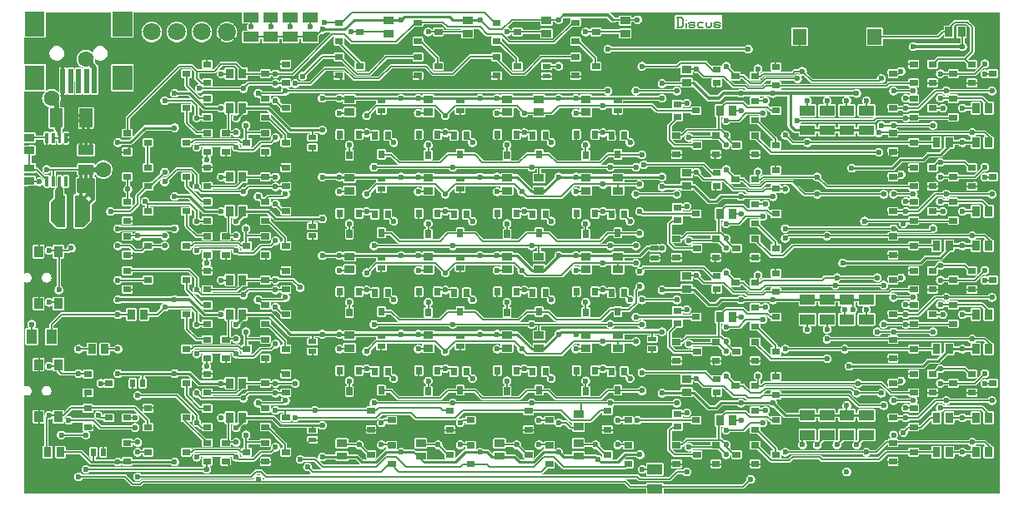
<source format=gbr>
G04 start of page 2 for group 0 idx 0 *
G04 Title: (unknown), component *
G04 Creator: pcb 1.99z *
G04 CreationDate: Sun 08 Dec 2013 02:25:59 GMT UTC *
G04 For: ralph *
G04 Format: Gerber/RS-274X *
G04 PCB-Dimensions (mm): 102.00 52.00 *
G04 PCB-Coordinate-Origin: lower left *
%MOMM*%
%FSLAX43Y43*%
%LNTOP*%
%ADD34C,0.900*%
%ADD33C,1.000*%
%ADD32C,0.700*%
%ADD31C,0.800*%
%ADD30C,1.600*%
%ADD29C,0.600*%
%ADD28R,1.300X1.300*%
%ADD27R,2.000X2.000*%
%ADD26R,0.325X0.325*%
%ADD25R,0.800X0.800*%
%ADD24R,1.400X1.400*%
%ADD23R,0.600X0.600*%
%ADD22R,1.000X1.000*%
%ADD21R,0.900X0.900*%
%ADD20R,0.750X0.750*%
%ADD19R,0.500X0.500*%
%ADD18C,1.800*%
%ADD17C,0.450*%
%ADD16C,0.002*%
%ADD15C,0.500*%
%ADD14C,0.300*%
%ADD13C,0.350*%
%ADD12C,0.150*%
%ADD11C,0.250*%
G54D11*X94500Y25500D02*X95750Y26750D01*
X98100D01*
G54D12*X96750Y30250D02*X98100D01*
G54D11*X94250Y15000D02*X95500Y16250D01*
X98100D01*
X94250Y15000D02*X93250D01*
X92750Y14500D01*
X85250D01*
X92500Y25000D02*X84600D01*
G54D12*X96750Y19750D02*X98100D01*
G54D11*X94500Y25500D02*X93000D01*
X92500Y25000D01*
G54D12*X85600Y20250D02*Y21250D01*
G54D13*X72500Y42250D02*X72000Y41750D01*
G54D11*X79250Y42250D02*Y39000D01*
X79750Y38500D01*
X87000D01*
G54D13*X72500Y42250D02*X86000D01*
X71000Y41750D02*X69500Y43250D01*
G54D12*X66250D01*
G54D13*X72000Y41750D02*X71000D01*
G54D11*X77500Y31750D02*X72250D01*
X71750Y31250D01*
X71000D02*X69500Y32750D01*
X66250D01*
X71750Y31250D02*X71000D01*
X87000Y21250D02*X72250D01*
X71750Y20750D01*
X71000D02*X69500Y22250D01*
X71750Y20750D02*X71000D01*
G54D12*X95500Y5750D02*X98100D01*
X95400Y9250D02*X98100D01*
G54D11*X77500Y10750D02*X72250D01*
X77500D02*X78750Y9500D01*
X87000D01*
G54D12*X85000Y10500D02*Y9500D01*
G54D11*X72250Y10750D02*X71750Y10250D01*
X71000D02*X69500Y11750D01*
X66250D01*
X71750Y10250D02*X71000D01*
X93250Y36000D02*X92750Y35500D01*
X90500D01*
X95750Y37250D02*X98100D01*
G54D12*X96750Y40750D02*X98100D01*
G54D11*X94500Y36000D02*X93250D01*
X94500D02*X95750Y37250D01*
X90500Y35500D02*X89650Y34650D01*
X85500D01*
G54D12*X96750Y47000D02*Y48500D01*
G54D13*X91750Y47000D02*X96750D01*
G54D11*X31750Y41750D02*X66250D01*
X55750Y33750D02*X66250D01*
X51500D02*X53000Y32250D01*
X54250D01*
X55750Y33750D01*
G54D12*X30750Y38500D02*Y37750D01*
X54375Y49650D02*X54275Y49750D01*
X50000Y48750D02*X51000Y49750D01*
X31750Y48750D02*X31000Y48000D01*
X24500D01*
X51000Y49750D02*X55750D01*
X61250D02*X63750D01*
X55750Y45000D02*X54500D01*
X62375Y49650D02*X62275Y49750D01*
X55750D02*X56250Y50250D01*
G54D13*X60750D01*
X61250Y49750D01*
G54D11*X39750D02*X35000D01*
X34000Y48750D01*
X31750D01*
X39750Y49750D02*X40050Y50050D01*
X44700D01*
X45000Y49750D01*
G54D12*X38625Y49650D02*X38725Y49750D01*
X46625Y49650D02*X46725Y49750D01*
X46625Y48350D02*X46725Y48250D01*
G54D11*X45000Y49750D02*X47750D01*
G54D12*X48750Y48750D01*
X50000D01*
X21500Y44250D02*X22250D01*
G54D11*X31750Y33750D02*X51500D01*
X31750Y25750D02*X51500D01*
X53000Y24250D01*
X51500Y17750D02*X53000Y16250D01*
X54250D01*
X56000Y18000D01*
X54250Y24250D02*X55750Y25750D01*
G54D12*X30750Y17750D02*Y17000D01*
G54D11*X53000Y24250D02*X54250D01*
X51500Y17750D02*X28500D01*
X26500Y19750D01*
X23650D01*
G54D12*X65250Y18000D02*Y17250D01*
X21500Y33750D02*X22350D01*
X21500Y23250D02*X22350D01*
G54D11*X31750Y29500D02*X27000D01*
X26250Y30250D01*
X23650D01*
G54D12*X30750Y29500D02*Y28750D01*
G54D11*X21500Y30250D02*X19750D01*
X18250Y31750D01*
X16750D01*
G54D13*Y28500D02*X11000D01*
Y21250D02*X18250D01*
G54D11*X19750Y19750D01*
X21500D01*
X11000Y37250D02*X12250D01*
X13750Y38750D01*
X16750D01*
X51250Y5250D02*X51750Y4750D01*
X49000Y5250D02*X51250D01*
X51750Y4750D02*X53250D01*
X54250Y5750D01*
G54D12*X55750Y8750D02*X56500D01*
X57000Y8250D01*
X58000D01*
G54D11*X55750Y5750D02*X56250Y5250D01*
X54250Y5750D02*X55750D01*
X61750Y4750D02*X62500Y5500D01*
X64000D01*
X56250Y5250D02*X59500D01*
X60000Y4750D02*X61750D01*
G54D12*X59500Y5250D02*X60000Y4750D01*
G54D11*X55750Y25750D02*X64000D01*
X56000Y18000D02*X66250D01*
X69500Y22250D02*X66250D01*
X64000Y25750D02*X64750Y26500D01*
X66250D01*
X35250Y5250D02*X35750Y4750D01*
X37250D01*
X38250Y5750D01*
X41000D01*
G54D12*X42000Y4750D01*
G54D11*X45250D01*
X46250Y5750D01*
X48500D01*
X49000Y5250D01*
X31750Y8500D02*X27500D01*
X26750Y9250D01*
X23650D01*
X35250Y5250D02*X31750D01*
G54D12*X30750Y8500D02*Y8000D01*
G54D11*X22350Y12750D02*X19250D01*
X18250Y13750D01*
X11000D01*
G54D12*X12250Y19750D02*X5250D01*
X4250Y18750D01*
Y17500D01*
X11000Y16250D02*X9650D01*
G54D11*X16750Y4750D02*X8250D01*
G54D12*X7250Y5750D01*
X5150D01*
X8500Y4750D02*Y5750D01*
X13500Y13750D02*Y12750D01*
G54D11*X31750Y38500D02*X28500D01*
X26250Y40750D01*
X23650D01*
X21500D02*X19750D01*
X18250Y42250D01*
X16750D01*
G54D14*X5075Y38038D02*Y39675D01*
X4750Y40000D01*
G54D15*X4250Y41750D02*X4750Y41250D01*
Y40000D01*
X8600Y43500D02*Y44900D01*
X7750Y45750D01*
G54D14*X5075Y38325D02*X4750Y38650D01*
G54D12*X4425Y37700D02*X5075D01*
G54D14*X4750Y38650D02*Y39750D01*
X5075Y33638D02*Y32675D01*
X5250Y32500D01*
X5075Y32675D02*X4750Y32350D01*
Y31250D01*
X5250Y32500D02*Y31250D01*
X5000Y32500D02*Y31500D01*
G54D15*X9500Y34500D02*X7750D01*
G54D14*X7250Y33500D02*Y34000D01*
X7750Y33500D02*Y34000D01*
X8250Y33500D02*Y34000D01*
X7000Y33500D02*Y32250D01*
Y33500D02*X8500D01*
Y33000D02*X7000D01*
Y33250D02*X8500D01*
X7750Y32250D02*X8500Y31500D01*
Y33500D01*
Y32000D02*X8000D01*
X7000Y32250D02*X8500D01*
Y32500D02*X7000D01*
Y32750D02*X8500D01*
X7250Y32250D02*Y31500D01*
X8000Y32000D02*X7500Y31500D01*
X8500D02*X8000Y31000D01*
G54D12*X3750Y34500D02*X7250D01*
X4430Y33642D02*Y34500D01*
G54D16*G36*
X99449Y50500D02*X100500D01*
Y1500D01*
X99449D01*
Y5101D01*
X99799Y5101D01*
X99821Y5107D01*
X99843Y5116D01*
X99863Y5128D01*
X99881Y5144D01*
X99897Y5162D01*
X99909Y5182D01*
X99918Y5204D01*
X99924Y5226D01*
X99925Y5250D01*
X99924Y6274D01*
X99918Y6296D01*
X99909Y6318D01*
X99897Y6338D01*
X99881Y6356D01*
X99863Y6372D01*
X99843Y6384D01*
X99821Y6393D01*
X99799Y6399D01*
X99775Y6400D01*
X99668Y6400D01*
X99660Y6410D01*
X99653Y6415D01*
X99449Y6619D01*
Y8601D01*
X99799Y8601D01*
X99821Y8607D01*
X99843Y8616D01*
X99863Y8628D01*
X99881Y8644D01*
X99897Y8662D01*
X99909Y8682D01*
X99918Y8704D01*
X99924Y8726D01*
X99925Y8750D01*
X99924Y9774D01*
X99918Y9796D01*
X99909Y9818D01*
X99897Y9838D01*
X99881Y9856D01*
X99863Y9872D01*
X99843Y9884D01*
X99821Y9893D01*
X99799Y9899D01*
X99775Y9900D01*
X99449Y9899D01*
Y10665D01*
X99485Y10635D01*
X99545Y10598D01*
X99611Y10571D01*
X99679Y10554D01*
X99750Y10549D01*
X99821Y10554D01*
X99889Y10571D01*
X99955Y10598D01*
X100015Y10635D01*
X100069Y10681D01*
X100115Y10735D01*
X100152Y10795D01*
X100179Y10861D01*
X100196Y10929D01*
X100200Y11000D01*
X100196Y11071D01*
X100179Y11139D01*
X100152Y11205D01*
X100115Y11265D01*
X100069Y11319D01*
X100015Y11365D01*
X99955Y11402D01*
X99889Y11429D01*
X99821Y11446D01*
X99750Y11451D01*
X99679Y11446D01*
X99611Y11429D01*
X99545Y11402D01*
X99485Y11365D01*
X99449Y11335D01*
Y12300D01*
X100224Y12301D01*
X100246Y12307D01*
X100268Y12316D01*
X100288Y12328D01*
X100306Y12344D01*
X100322Y12362D01*
X100334Y12382D01*
X100343Y12404D01*
X100349Y12426D01*
X100350Y12450D01*
X100349Y13074D01*
X100343Y13096D01*
X100334Y13118D01*
X100322Y13138D01*
X100306Y13156D01*
X100288Y13172D01*
X100268Y13184D01*
X100246Y13193D01*
X100224Y13199D01*
X100200Y13200D01*
X99449Y13199D01*
Y13738D01*
X99450Y13750D01*
X99449Y13762D01*
Y15601D01*
X99799Y15601D01*
X99821Y15607D01*
X99843Y15616D01*
X99863Y15628D01*
X99881Y15644D01*
X99897Y15662D01*
X99909Y15682D01*
X99918Y15704D01*
X99924Y15726D01*
X99925Y15750D01*
X99924Y16774D01*
X99918Y16796D01*
X99909Y16818D01*
X99897Y16838D01*
X99881Y16856D01*
X99863Y16872D01*
X99843Y16884D01*
X99821Y16893D01*
X99799Y16899D01*
X99775Y16900D01*
X99668Y16900D01*
X99660Y16910D01*
X99653Y16915D01*
X99449Y17119D01*
Y19101D01*
X99799Y19101D01*
X99821Y19107D01*
X99843Y19116D01*
X99863Y19128D01*
X99881Y19144D01*
X99897Y19162D01*
X99909Y19182D01*
X99918Y19204D01*
X99924Y19226D01*
X99925Y19250D01*
X99924Y20274D01*
X99918Y20296D01*
X99909Y20318D01*
X99897Y20338D01*
X99881Y20356D01*
X99863Y20372D01*
X99843Y20384D01*
X99821Y20393D01*
X99799Y20399D01*
X99775Y20400D01*
X99449Y20399D01*
Y21165D01*
X99485Y21135D01*
X99545Y21098D01*
X99611Y21071D01*
X99679Y21054D01*
X99750Y21049D01*
X99821Y21054D01*
X99889Y21071D01*
X99955Y21098D01*
X100015Y21135D01*
X100069Y21181D01*
X100115Y21235D01*
X100152Y21295D01*
X100179Y21361D01*
X100196Y21429D01*
X100200Y21500D01*
X100196Y21571D01*
X100179Y21639D01*
X100152Y21705D01*
X100115Y21765D01*
X100069Y21819D01*
X100015Y21865D01*
X99955Y21902D01*
X99889Y21929D01*
X99821Y21946D01*
X99750Y21951D01*
X99679Y21946D01*
X99611Y21929D01*
X99545Y21902D01*
X99485Y21865D01*
X99449Y21835D01*
Y22800D01*
X100224Y22801D01*
X100246Y22807D01*
X100268Y22816D01*
X100288Y22828D01*
X100306Y22844D01*
X100322Y22862D01*
X100334Y22882D01*
X100343Y22904D01*
X100349Y22926D01*
X100350Y22950D01*
X100349Y23574D01*
X100343Y23596D01*
X100334Y23618D01*
X100322Y23638D01*
X100306Y23656D01*
X100288Y23672D01*
X100268Y23684D01*
X100246Y23693D01*
X100224Y23699D01*
X100200Y23700D01*
X99449Y23699D01*
Y24238D01*
X99450Y24250D01*
X99449Y24262D01*
Y26101D01*
X99799Y26101D01*
X99821Y26107D01*
X99843Y26116D01*
X99863Y26128D01*
X99881Y26144D01*
X99897Y26162D01*
X99909Y26182D01*
X99918Y26204D01*
X99924Y26226D01*
X99925Y26250D01*
X99924Y27274D01*
X99918Y27296D01*
X99909Y27318D01*
X99897Y27338D01*
X99881Y27356D01*
X99863Y27372D01*
X99843Y27384D01*
X99821Y27393D01*
X99799Y27399D01*
X99775Y27400D01*
X99668Y27400D01*
X99660Y27410D01*
X99653Y27415D01*
X99449Y27619D01*
Y29601D01*
X99799Y29601D01*
X99821Y29607D01*
X99843Y29616D01*
X99863Y29628D01*
X99881Y29644D01*
X99897Y29662D01*
X99909Y29682D01*
X99918Y29704D01*
X99924Y29726D01*
X99925Y29750D01*
X99924Y30774D01*
X99918Y30796D01*
X99909Y30818D01*
X99897Y30838D01*
X99881Y30856D01*
X99863Y30872D01*
X99843Y30884D01*
X99821Y30893D01*
X99799Y30899D01*
X99775Y30900D01*
X99449Y30899D01*
Y31665D01*
X99485Y31635D01*
X99545Y31598D01*
X99611Y31571D01*
X99679Y31554D01*
X99750Y31549D01*
X99821Y31554D01*
X99889Y31571D01*
X99955Y31598D01*
X100015Y31635D01*
X100069Y31681D01*
X100115Y31735D01*
X100152Y31795D01*
X100179Y31861D01*
X100196Y31929D01*
X100200Y32000D01*
X100196Y32071D01*
X100179Y32139D01*
X100152Y32205D01*
X100115Y32265D01*
X100069Y32319D01*
X100015Y32365D01*
X99955Y32402D01*
X99889Y32429D01*
X99821Y32446D01*
X99750Y32451D01*
X99679Y32446D01*
X99611Y32429D01*
X99545Y32402D01*
X99485Y32365D01*
X99449Y32335D01*
Y33300D01*
X100224Y33301D01*
X100246Y33307D01*
X100268Y33316D01*
X100288Y33328D01*
X100306Y33344D01*
X100322Y33362D01*
X100334Y33382D01*
X100343Y33404D01*
X100349Y33426D01*
X100350Y33450D01*
X100349Y34074D01*
X100343Y34096D01*
X100334Y34118D01*
X100322Y34138D01*
X100306Y34156D01*
X100288Y34172D01*
X100268Y34184D01*
X100246Y34193D01*
X100224Y34199D01*
X100200Y34200D01*
X99449Y34199D01*
Y34738D01*
X99450Y34750D01*
X99449Y34762D01*
Y36601D01*
X99799Y36601D01*
X99821Y36607D01*
X99843Y36616D01*
X99863Y36628D01*
X99881Y36644D01*
X99897Y36662D01*
X99909Y36682D01*
X99918Y36704D01*
X99924Y36726D01*
X99925Y36750D01*
X99924Y37774D01*
X99918Y37796D01*
X99909Y37818D01*
X99897Y37838D01*
X99881Y37856D01*
X99863Y37872D01*
X99843Y37884D01*
X99821Y37893D01*
X99799Y37899D01*
X99775Y37900D01*
X99668Y37900D01*
X99660Y37910D01*
X99653Y37915D01*
X99449Y38119D01*
Y40101D01*
X99799Y40101D01*
X99821Y40107D01*
X99843Y40116D01*
X99863Y40128D01*
X99881Y40144D01*
X99897Y40162D01*
X99909Y40182D01*
X99918Y40204D01*
X99924Y40226D01*
X99925Y40250D01*
X99924Y41274D01*
X99918Y41296D01*
X99909Y41318D01*
X99897Y41338D01*
X99881Y41356D01*
X99863Y41372D01*
X99843Y41384D01*
X99821Y41393D01*
X99799Y41399D01*
X99775Y41400D01*
X99449Y41399D01*
Y42165D01*
X99485Y42135D01*
X99545Y42098D01*
X99611Y42071D01*
X99679Y42054D01*
X99750Y42049D01*
X99821Y42054D01*
X99889Y42071D01*
X99955Y42098D01*
X100015Y42135D01*
X100069Y42181D01*
X100115Y42235D01*
X100152Y42295D01*
X100179Y42361D01*
X100196Y42429D01*
X100200Y42500D01*
X100196Y42571D01*
X100179Y42639D01*
X100152Y42705D01*
X100115Y42765D01*
X100069Y42819D01*
X100015Y42865D01*
X99955Y42902D01*
X99889Y42929D01*
X99821Y42946D01*
X99750Y42951D01*
X99679Y42946D01*
X99611Y42929D01*
X99545Y42902D01*
X99485Y42865D01*
X99449Y42835D01*
Y43800D01*
X100224Y43801D01*
X100246Y43807D01*
X100268Y43816D01*
X100288Y43828D01*
X100306Y43844D01*
X100322Y43862D01*
X100334Y43882D01*
X100343Y43904D01*
X100349Y43926D01*
X100350Y43950D01*
X100349Y44574D01*
X100343Y44596D01*
X100334Y44618D01*
X100322Y44638D01*
X100306Y44656D01*
X100288Y44672D01*
X100268Y44684D01*
X100246Y44693D01*
X100224Y44699D01*
X100200Y44700D01*
X99449Y44699D01*
Y45238D01*
X99450Y45250D01*
X99449Y45262D01*
Y50500D01*
G37*
G36*
Y20399D02*X99419Y20399D01*
X98915Y20903D01*
X98910Y20910D01*
X98883Y20933D01*
X98852Y20951D01*
X98820Y20965D01*
X98792Y20971D01*
X98785Y20973D01*
X98750Y20976D01*
X98741Y20975D01*
X96349D01*
X96349Y21024D01*
X96343Y21046D01*
X96334Y21068D01*
X96322Y21088D01*
X96306Y21106D01*
X96288Y21122D01*
X96268Y21134D01*
X96246Y21143D01*
X96224Y21149D01*
X96200Y21150D01*
X95381Y21149D01*
X95419Y21181D01*
X95465Y21235D01*
X95490Y21275D01*
X99360D01*
X99385Y21235D01*
X99431Y21181D01*
X99449Y21165D01*
Y20399D01*
G37*
G36*
Y41399D02*X99419Y41399D01*
X98915Y41903D01*
X98910Y41910D01*
X98883Y41933D01*
X98852Y41951D01*
X98820Y41965D01*
X98792Y41971D01*
X98785Y41973D01*
X98750Y41976D01*
X98741Y41975D01*
X96349D01*
X96349Y42024D01*
X96343Y42046D01*
X96334Y42068D01*
X96322Y42088D01*
X96306Y42106D01*
X96288Y42122D01*
X96268Y42134D01*
X96246Y42143D01*
X96224Y42149D01*
X96200Y42150D01*
X95381Y42149D01*
X95419Y42181D01*
X95465Y42235D01*
X95490Y42275D01*
X99360D01*
X99385Y42235D01*
X99431Y42181D01*
X99449Y42165D01*
Y41399D01*
G37*
G36*
Y30899D02*X99419Y30899D01*
X98915Y31403D01*
X98910Y31410D01*
X98883Y31433D01*
X98852Y31451D01*
X98820Y31465D01*
X98792Y31471D01*
X98785Y31473D01*
X98750Y31476D01*
X98741Y31475D01*
X96349D01*
X96349Y31524D01*
X96343Y31546D01*
X96334Y31568D01*
X96322Y31588D01*
X96306Y31606D01*
X96288Y31622D01*
X96268Y31634D01*
X96246Y31643D01*
X96224Y31649D01*
X96200Y31650D01*
X95381Y31649D01*
X95419Y31681D01*
X95465Y31735D01*
X95490Y31775D01*
X99360D01*
X99385Y31735D01*
X99431Y31681D01*
X99449Y31665D01*
Y30899D01*
G37*
G36*
X97025Y49150D02*X96251Y49149D01*
X96229Y49143D01*
X96207Y49134D01*
X96187Y49122D01*
X96169Y49106D01*
X96153Y49088D01*
X96141Y49068D01*
X96132Y49046D01*
X96126Y49024D01*
X96125Y49000D01*
X96126Y47976D01*
X96132Y47954D01*
X96141Y47932D01*
X96153Y47912D01*
X96169Y47894D01*
X96187Y47878D01*
X96207Y47866D01*
X96229Y47857D01*
X96251Y47851D01*
X96275Y47850D01*
X96525Y47850D01*
Y47390D01*
X96485Y47365D01*
X96438Y47325D01*
X95700D01*
Y47851D01*
X95749Y47851D01*
X95771Y47857D01*
X95793Y47866D01*
X95813Y47878D01*
X95831Y47894D01*
X95847Y47912D01*
X95859Y47932D01*
X95868Y47954D01*
X95874Y47976D01*
X95875Y48000D01*
X95874Y49024D01*
X95868Y49046D01*
X95867Y49049D01*
X96093Y49275D01*
X97157D01*
X97525Y48907D01*
Y46593D01*
X96907Y45975D01*
X95700D01*
Y46675D01*
X96438D01*
X96485Y46635D01*
X96545Y46598D01*
X96611Y46571D01*
X96679Y46554D01*
X96750Y46549D01*
X96821Y46554D01*
X96889Y46571D01*
X96955Y46598D01*
X97015Y46635D01*
X97069Y46681D01*
X97115Y46735D01*
X97152Y46795D01*
X97179Y46861D01*
X97196Y46929D01*
X97200Y47000D01*
X97196Y47071D01*
X97179Y47139D01*
X97152Y47205D01*
X97115Y47265D01*
X97069Y47319D01*
X97015Y47365D01*
X96975Y47390D01*
Y47851D01*
X97049Y47851D01*
X97071Y47857D01*
X97093Y47866D01*
X97113Y47878D01*
X97131Y47894D01*
X97147Y47912D01*
X97159Y47932D01*
X97168Y47954D01*
X97174Y47976D01*
X97175Y48000D01*
X97174Y49024D01*
X97168Y49046D01*
X97159Y49068D01*
X97147Y49088D01*
X97131Y49106D01*
X97113Y49122D01*
X97093Y49134D01*
X97071Y49143D01*
X97049Y49149D01*
X97025Y49150D01*
G37*
G36*
X95700Y5101D02*X95799Y5101D01*
X95821Y5107D01*
X95843Y5116D01*
X95863Y5128D01*
X95881Y5144D01*
X95897Y5162D01*
X95909Y5182D01*
X95918Y5204D01*
X95924Y5226D01*
X95925Y5250D01*
X95925Y5525D01*
X96360D01*
X96385Y5485D01*
X96431Y5431D01*
X96485Y5385D01*
X96545Y5348D01*
X96611Y5321D01*
X96679Y5304D01*
X96750Y5299D01*
X96821Y5304D01*
X96889Y5321D01*
X96955Y5348D01*
X97015Y5385D01*
X97069Y5431D01*
X97115Y5485D01*
X97140Y5525D01*
X97576D01*
X97576Y5226D01*
X97582Y5204D01*
X97591Y5182D01*
X97603Y5162D01*
X97619Y5144D01*
X97637Y5128D01*
X97657Y5116D01*
X97679Y5107D01*
X97701Y5101D01*
X97725Y5100D01*
X98499Y5101D01*
X98521Y5107D01*
X98543Y5116D01*
X98563Y5128D01*
X98581Y5144D01*
X98597Y5162D01*
X98609Y5182D01*
X98618Y5204D01*
X98624Y5226D01*
X98625Y5250D01*
X98624Y6274D01*
X98618Y6296D01*
X98609Y6318D01*
X98597Y6338D01*
X98581Y6356D01*
X98563Y6372D01*
X98543Y6384D01*
X98521Y6393D01*
X98499Y6399D01*
X98475Y6400D01*
X98032Y6399D01*
X98069Y6431D01*
X98115Y6485D01*
X98140Y6525D01*
X98907D01*
X99033Y6399D01*
X99001Y6399D01*
X98979Y6393D01*
X98957Y6384D01*
X98937Y6372D01*
X98919Y6356D01*
X98903Y6338D01*
X98891Y6318D01*
X98882Y6296D01*
X98876Y6274D01*
X98875Y6250D01*
X98876Y5226D01*
X98882Y5204D01*
X98891Y5182D01*
X98903Y5162D01*
X98919Y5144D01*
X98937Y5128D01*
X98957Y5116D01*
X98979Y5107D01*
X99001Y5101D01*
X99025Y5100D01*
X99449Y5101D01*
Y1500D01*
X95700D01*
Y5101D01*
G37*
G36*
Y6525D02*X97360D01*
X97385Y6485D01*
X97431Y6431D01*
X97485Y6385D01*
X97545Y6348D01*
X97596Y6327D01*
X97591Y6318D01*
X97582Y6296D01*
X97576Y6274D01*
X97575Y6250D01*
X97575Y5975D01*
X97140D01*
X97115Y6015D01*
X97069Y6069D01*
X97015Y6115D01*
X96955Y6152D01*
X96889Y6179D01*
X96821Y6196D01*
X96750Y6201D01*
X96679Y6196D01*
X96611Y6179D01*
X96545Y6152D01*
X96485Y6115D01*
X96431Y6069D01*
X96385Y6015D01*
X96360Y5975D01*
X95924D01*
X95924Y6274D01*
X95918Y6296D01*
X95909Y6318D01*
X95897Y6338D01*
X95881Y6356D01*
X95863Y6372D01*
X95843Y6384D01*
X95821Y6393D01*
X95799Y6399D01*
X95775Y6400D01*
X95700Y6400D01*
Y6525D01*
G37*
G36*
Y10025D02*X98657D01*
X98883Y9799D01*
X98882Y9796D01*
X98876Y9774D01*
X98875Y9750D01*
X98876Y8726D01*
X98882Y8704D01*
X98891Y8682D01*
X98903Y8662D01*
X98919Y8644D01*
X98937Y8628D01*
X98957Y8616D01*
X98979Y8607D01*
X99001Y8601D01*
X99025Y8600D01*
X99449Y8601D01*
Y6619D01*
X99165Y6903D01*
X99160Y6910D01*
X99133Y6933D01*
X99133Y6933D01*
X99102Y6951D01*
X99070Y6965D01*
X99035Y6973D01*
X99000Y6976D01*
X98991Y6975D01*
X98140D01*
X98115Y7015D01*
X98069Y7069D01*
X98015Y7115D01*
X97955Y7152D01*
X97889Y7179D01*
X97821Y7196D01*
X97750Y7201D01*
X97679Y7196D01*
X97611Y7179D01*
X97545Y7152D01*
X97485Y7115D01*
X97431Y7069D01*
X97385Y7015D01*
X97360Y6975D01*
X95700D01*
Y8601D01*
X95799Y8601D01*
X95821Y8607D01*
X95843Y8616D01*
X95863Y8628D01*
X95881Y8644D01*
X95897Y8662D01*
X95909Y8682D01*
X95918Y8704D01*
X95924Y8726D01*
X95925Y8750D01*
X95925Y9025D01*
X96360D01*
X96385Y8985D01*
X96431Y8931D01*
X96485Y8885D01*
X96545Y8848D01*
X96611Y8821D01*
X96679Y8804D01*
X96750Y8799D01*
X96821Y8804D01*
X96889Y8821D01*
X96955Y8848D01*
X97015Y8885D01*
X97069Y8931D01*
X97115Y8985D01*
X97140Y9025D01*
X97576D01*
X97576Y8726D01*
X97582Y8704D01*
X97591Y8682D01*
X97603Y8662D01*
X97619Y8644D01*
X97637Y8628D01*
X97657Y8616D01*
X97679Y8607D01*
X97701Y8601D01*
X97725Y8600D01*
X98499Y8601D01*
X98521Y8607D01*
X98543Y8616D01*
X98563Y8628D01*
X98581Y8644D01*
X98597Y8662D01*
X98609Y8682D01*
X98618Y8704D01*
X98624Y8726D01*
X98625Y8750D01*
X98624Y9774D01*
X98618Y9796D01*
X98609Y9818D01*
X98597Y9838D01*
X98581Y9856D01*
X98563Y9872D01*
X98543Y9884D01*
X98521Y9893D01*
X98499Y9899D01*
X98475Y9900D01*
X97701Y9899D01*
X97679Y9893D01*
X97657Y9884D01*
X97637Y9872D01*
X97619Y9856D01*
X97603Y9838D01*
X97591Y9818D01*
X97582Y9796D01*
X97576Y9774D01*
X97575Y9750D01*
X97575Y9475D01*
X97140D01*
X97115Y9515D01*
X97069Y9569D01*
X97015Y9615D01*
X96955Y9652D01*
X96889Y9679D01*
X96821Y9696D01*
X96750Y9701D01*
X96679Y9696D01*
X96611Y9679D01*
X96545Y9652D01*
X96485Y9615D01*
X96431Y9569D01*
X96385Y9515D01*
X96360Y9475D01*
X95924D01*
X95924Y9774D01*
X95918Y9796D01*
X95909Y9818D01*
X95897Y9838D01*
X95881Y9856D01*
X95863Y9872D01*
X95843Y9884D01*
X95821Y9893D01*
X95799Y9899D01*
X95775Y9900D01*
X95700Y9900D01*
Y10025D01*
G37*
G36*
Y10775D02*X99360D01*
X99385Y10735D01*
X99431Y10681D01*
X99449Y10665D01*
Y9899D01*
X99419Y9899D01*
X98915Y10403D01*
X98910Y10410D01*
X98883Y10433D01*
X98852Y10451D01*
X98820Y10465D01*
X98792Y10471D01*
X98785Y10473D01*
X98750Y10476D01*
X98741Y10475D01*
X95700D01*
Y10775D01*
G37*
G36*
X97700Y12525D02*X97991D01*
X98000Y12524D01*
X98035Y12527D01*
X98035Y12527D01*
X98070Y12535D01*
X98102Y12549D01*
X98133Y12567D01*
X98160Y12590D01*
X98165Y12597D01*
X98883Y13315D01*
X98929Y13304D01*
X99000Y13299D01*
X99071Y13304D01*
X99139Y13321D01*
X99205Y13348D01*
X99265Y13385D01*
X99319Y13431D01*
X99365Y13485D01*
X99402Y13545D01*
X99429Y13611D01*
X99446Y13679D01*
X99449Y13738D01*
Y13199D01*
X99376Y13199D01*
X99354Y13193D01*
X99332Y13184D01*
X99312Y13172D01*
X99294Y13156D01*
X99278Y13138D01*
X99266Y13118D01*
X99265Y13116D01*
X99205Y13152D01*
X99139Y13179D01*
X99071Y13196D01*
X99000Y13201D01*
X98929Y13196D01*
X98861Y13179D01*
X98795Y13152D01*
X98735Y13115D01*
X98681Y13069D01*
X98635Y13015D01*
X98598Y12955D01*
X98571Y12889D01*
X98554Y12821D01*
X98549Y12750D01*
X98554Y12679D01*
X98571Y12611D01*
X98598Y12545D01*
X98635Y12485D01*
X98681Y12431D01*
X98735Y12385D01*
X98795Y12348D01*
X98861Y12321D01*
X98929Y12304D01*
X99000Y12299D01*
X99071Y12304D01*
X99139Y12321D01*
X99205Y12348D01*
X99265Y12384D01*
X99266Y12382D01*
X99278Y12362D01*
X99294Y12344D01*
X99312Y12328D01*
X99332Y12316D01*
X99354Y12307D01*
X99376Y12301D01*
X99400Y12300D01*
X99449Y12300D01*
Y11335D01*
X99431Y11319D01*
X99385Y11265D01*
X99360Y11225D01*
X97700D01*
Y11351D01*
X98124Y11351D01*
X98146Y11357D01*
X98168Y11366D01*
X98188Y11378D01*
X98206Y11394D01*
X98222Y11412D01*
X98234Y11432D01*
X98243Y11454D01*
X98249Y11476D01*
X98250Y11500D01*
X98249Y12124D01*
X98243Y12146D01*
X98234Y12168D01*
X98222Y12188D01*
X98206Y12206D01*
X98188Y12222D01*
X98168Y12234D01*
X98146Y12243D01*
X98124Y12249D01*
X98100Y12250D01*
X97700Y12249D01*
Y12525D01*
G37*
G36*
X95700Y12301D02*X96224Y12301D01*
X96246Y12307D01*
X96268Y12316D01*
X96288Y12328D01*
X96306Y12344D01*
X96322Y12362D01*
X96334Y12382D01*
X96343Y12404D01*
X96349Y12426D01*
X96350Y12450D01*
X96350Y12525D01*
X97700D01*
Y12249D01*
X97276Y12249D01*
X97254Y12243D01*
X97232Y12234D01*
X97212Y12222D01*
X97194Y12206D01*
X97178Y12188D01*
X97166Y12168D01*
X97157Y12146D01*
X97151Y12124D01*
X97150Y12100D01*
X97151Y11476D01*
X97157Y11454D01*
X97166Y11432D01*
X97178Y11412D01*
X97194Y11394D01*
X97212Y11378D01*
X97232Y11366D01*
X97254Y11357D01*
X97276Y11351D01*
X97300Y11350D01*
X97700Y11351D01*
Y11225D01*
X95700D01*
Y12301D01*
G37*
G36*
Y15601D02*X95799Y15601D01*
X95821Y15607D01*
X95843Y15616D01*
X95863Y15628D01*
X95881Y15644D01*
X95897Y15662D01*
X95909Y15682D01*
X95918Y15704D01*
X95924Y15726D01*
X95925Y15750D01*
X95925Y15975D01*
X96393D01*
X96431Y15931D01*
X96485Y15885D01*
X96545Y15848D01*
X96611Y15821D01*
X96679Y15804D01*
X96750Y15799D01*
X96821Y15804D01*
X96889Y15821D01*
X96955Y15848D01*
X97015Y15885D01*
X97069Y15931D01*
X97107Y15975D01*
X97576D01*
X97576Y15726D01*
X97582Y15704D01*
X97591Y15682D01*
X97603Y15662D01*
X97619Y15644D01*
X97637Y15628D01*
X97657Y15616D01*
X97679Y15607D01*
X97701Y15601D01*
X97725Y15600D01*
X98499Y15601D01*
X98521Y15607D01*
X98543Y15616D01*
X98563Y15628D01*
X98581Y15644D01*
X98597Y15662D01*
X98609Y15682D01*
X98618Y15704D01*
X98624Y15726D01*
X98625Y15750D01*
X98624Y16774D01*
X98618Y16796D01*
X98609Y16818D01*
X98597Y16838D01*
X98581Y16856D01*
X98563Y16872D01*
X98543Y16884D01*
X98521Y16893D01*
X98499Y16899D01*
X98475Y16900D01*
X98032Y16899D01*
X98069Y16931D01*
X98115Y16985D01*
X98140Y17025D01*
X98907D01*
X99033Y16899D01*
X99001Y16899D01*
X98979Y16893D01*
X98957Y16884D01*
X98937Y16872D01*
X98919Y16856D01*
X98903Y16838D01*
X98891Y16818D01*
X98882Y16796D01*
X98876Y16774D01*
X98875Y16750D01*
X98876Y15726D01*
X98882Y15704D01*
X98891Y15682D01*
X98903Y15662D01*
X98919Y15644D01*
X98937Y15628D01*
X98957Y15616D01*
X98979Y15607D01*
X99001Y15601D01*
X99025Y15600D01*
X99449Y15601D01*
Y13762D01*
X99446Y13821D01*
X99429Y13889D01*
X99402Y13955D01*
X99365Y14015D01*
X99319Y14069D01*
X99265Y14115D01*
X99205Y14152D01*
X99139Y14179D01*
X99071Y14196D01*
X99000Y14201D01*
X98929Y14196D01*
X98861Y14179D01*
X98795Y14152D01*
X98735Y14115D01*
X98681Y14069D01*
X98635Y14015D01*
X98598Y13955D01*
X98571Y13889D01*
X98554Y13821D01*
X98549Y13750D01*
X98554Y13679D01*
X98565Y13633D01*
X97907Y12975D01*
X96349D01*
X96349Y13074D01*
X96343Y13096D01*
X96334Y13118D01*
X96322Y13138D01*
X96306Y13156D01*
X96288Y13172D01*
X96268Y13184D01*
X96246Y13193D01*
X96224Y13199D01*
X96200Y13200D01*
X95700Y13199D01*
Y14025D01*
X96907D01*
X97150Y13781D01*
X97151Y13376D01*
X97157Y13354D01*
X97166Y13332D01*
X97178Y13312D01*
X97194Y13294D01*
X97212Y13278D01*
X97232Y13266D01*
X97254Y13257D01*
X97276Y13251D01*
X97300Y13250D01*
X98124Y13251D01*
X98146Y13257D01*
X98168Y13266D01*
X98188Y13278D01*
X98206Y13294D01*
X98222Y13312D01*
X98234Y13332D01*
X98243Y13354D01*
X98249Y13376D01*
X98250Y13400D01*
X98249Y14024D01*
X98243Y14046D01*
X98234Y14068D01*
X98222Y14088D01*
X98206Y14106D01*
X98188Y14122D01*
X98168Y14134D01*
X98146Y14143D01*
X98124Y14149D01*
X98100Y14150D01*
X97419Y14149D01*
X97165Y14403D01*
X97160Y14410D01*
X97133Y14433D01*
X97102Y14451D01*
X97070Y14465D01*
X97042Y14471D01*
X97035Y14473D01*
X97000Y14476D01*
X96991Y14475D01*
X95700D01*
Y15601D01*
G37*
G36*
Y17025D02*X97360D01*
X97385Y16985D01*
X97431Y16931D01*
X97485Y16885D01*
X97545Y16848D01*
X97596Y16827D01*
X97591Y16818D01*
X97582Y16796D01*
X97576Y16774D01*
X97575Y16750D01*
X97575Y16525D01*
X97107D01*
X97069Y16569D01*
X97015Y16615D01*
X96955Y16652D01*
X96889Y16679D01*
X96821Y16696D01*
X96750Y16701D01*
X96679Y16696D01*
X96611Y16679D01*
X96545Y16652D01*
X96485Y16615D01*
X96431Y16569D01*
X96393Y16525D01*
X95924D01*
X95924Y16774D01*
X95918Y16796D01*
X95909Y16818D01*
X95897Y16838D01*
X95881Y16856D01*
X95863Y16872D01*
X95843Y16884D01*
X95821Y16893D01*
X95799Y16899D01*
X95775Y16900D01*
X95700Y16900D01*
Y17025D01*
G37*
G36*
X97462Y20525D02*X98657D01*
X98883Y20299D01*
X98882Y20296D01*
X98876Y20274D01*
X98875Y20250D01*
X98876Y19226D01*
X98882Y19204D01*
X98891Y19182D01*
X98903Y19162D01*
X98919Y19144D01*
X98937Y19128D01*
X98957Y19116D01*
X98979Y19107D01*
X99001Y19101D01*
X99025Y19100D01*
X99449Y19101D01*
Y17119D01*
X99165Y17403D01*
X99160Y17410D01*
X99133Y17433D01*
X99102Y17451D01*
X99070Y17465D01*
X99042Y17471D01*
X99035Y17473D01*
X99000Y17476D01*
X98991Y17475D01*
X98140D01*
X98115Y17515D01*
X98069Y17569D01*
X98015Y17615D01*
X97955Y17652D01*
X97889Y17679D01*
X97821Y17696D01*
X97750Y17701D01*
X97679Y17696D01*
X97611Y17679D01*
X97545Y17652D01*
X97485Y17615D01*
X97462Y17596D01*
Y19525D01*
X97576D01*
X97576Y19226D01*
X97582Y19204D01*
X97591Y19182D01*
X97603Y19162D01*
X97619Y19144D01*
X97637Y19128D01*
X97657Y19116D01*
X97679Y19107D01*
X97701Y19101D01*
X97725Y19100D01*
X98499Y19101D01*
X98521Y19107D01*
X98543Y19116D01*
X98563Y19128D01*
X98581Y19144D01*
X98597Y19162D01*
X98609Y19182D01*
X98618Y19204D01*
X98624Y19226D01*
X98625Y19250D01*
X98624Y20274D01*
X98618Y20296D01*
X98609Y20318D01*
X98597Y20338D01*
X98581Y20356D01*
X98563Y20372D01*
X98543Y20384D01*
X98521Y20393D01*
X98499Y20399D01*
X98475Y20400D01*
X97701Y20399D01*
X97679Y20393D01*
X97657Y20384D01*
X97637Y20372D01*
X97619Y20356D01*
X97603Y20338D01*
X97591Y20318D01*
X97582Y20296D01*
X97576Y20274D01*
X97575Y20250D01*
X97575Y19975D01*
X97462D01*
Y20525D01*
G37*
G36*
X95700Y20251D02*X96224Y20251D01*
X96246Y20257D01*
X96268Y20266D01*
X96288Y20278D01*
X96306Y20294D01*
X96322Y20312D01*
X96334Y20332D01*
X96343Y20354D01*
X96349Y20376D01*
X96350Y20400D01*
X96350Y20525D01*
X97462D01*
Y19975D01*
X97140D01*
X97115Y20015D01*
X97069Y20069D01*
X97015Y20115D01*
X96955Y20152D01*
X96889Y20179D01*
X96821Y20196D01*
X96750Y20201D01*
X96679Y20196D01*
X96611Y20179D01*
X96545Y20152D01*
X96485Y20115D01*
X96431Y20069D01*
X96385Y20015D01*
X96348Y19955D01*
X96321Y19889D01*
X96304Y19821D01*
X96299Y19750D01*
X96304Y19679D01*
X96321Y19611D01*
X96348Y19545D01*
X96385Y19485D01*
X96431Y19431D01*
X96485Y19385D01*
X96545Y19348D01*
X96611Y19321D01*
X96679Y19304D01*
X96750Y19299D01*
X96821Y19304D01*
X96889Y19321D01*
X96955Y19348D01*
X97015Y19385D01*
X97069Y19431D01*
X97115Y19485D01*
X97140Y19525D01*
X97462D01*
Y17596D01*
X97431Y17569D01*
X97385Y17515D01*
X97360Y17475D01*
X95700D01*
Y18351D01*
X96224Y18351D01*
X96246Y18357D01*
X96268Y18366D01*
X96288Y18378D01*
X96306Y18394D01*
X96322Y18412D01*
X96334Y18432D01*
X96343Y18454D01*
X96349Y18476D01*
X96350Y18500D01*
X96349Y19124D01*
X96343Y19146D01*
X96334Y19168D01*
X96322Y19188D01*
X96306Y19206D01*
X96288Y19222D01*
X96268Y19234D01*
X96246Y19243D01*
X96224Y19249D01*
X96200Y19250D01*
X95700Y19249D01*
Y20251D01*
G37*
G36*
X97700Y23025D02*X97991D01*
X98000Y23024D01*
X98035Y23027D01*
X98035Y23027D01*
X98070Y23035D01*
X98102Y23049D01*
X98133Y23067D01*
X98160Y23090D01*
X98165Y23097D01*
X98883Y23815D01*
X98929Y23804D01*
X99000Y23799D01*
X99071Y23804D01*
X99139Y23821D01*
X99205Y23848D01*
X99265Y23885D01*
X99319Y23931D01*
X99365Y23985D01*
X99402Y24045D01*
X99429Y24111D01*
X99446Y24179D01*
X99449Y24238D01*
Y23699D01*
X99376Y23699D01*
X99354Y23693D01*
X99332Y23684D01*
X99312Y23672D01*
X99294Y23656D01*
X99278Y23638D01*
X99266Y23618D01*
X99265Y23616D01*
X99205Y23652D01*
X99139Y23679D01*
X99071Y23696D01*
X99000Y23701D01*
X98929Y23696D01*
X98861Y23679D01*
X98795Y23652D01*
X98735Y23615D01*
X98681Y23569D01*
X98635Y23515D01*
X98598Y23455D01*
X98571Y23389D01*
X98554Y23321D01*
X98549Y23250D01*
X98554Y23179D01*
X98571Y23111D01*
X98598Y23045D01*
X98635Y22985D01*
X98681Y22931D01*
X98735Y22885D01*
X98795Y22848D01*
X98861Y22821D01*
X98929Y22804D01*
X99000Y22799D01*
X99071Y22804D01*
X99139Y22821D01*
X99205Y22848D01*
X99265Y22884D01*
X99266Y22882D01*
X99278Y22862D01*
X99294Y22844D01*
X99312Y22828D01*
X99332Y22816D01*
X99354Y22807D01*
X99376Y22801D01*
X99400Y22800D01*
X99449Y22800D01*
Y21835D01*
X99431Y21819D01*
X99385Y21765D01*
X99360Y21725D01*
X97700D01*
Y21851D01*
X98124Y21851D01*
X98146Y21857D01*
X98168Y21866D01*
X98188Y21878D01*
X98206Y21894D01*
X98222Y21912D01*
X98234Y21932D01*
X98243Y21954D01*
X98249Y21976D01*
X98250Y22000D01*
X98249Y22624D01*
X98243Y22646D01*
X98234Y22668D01*
X98222Y22688D01*
X98206Y22706D01*
X98188Y22722D01*
X98168Y22734D01*
X98146Y22743D01*
X98124Y22749D01*
X98100Y22750D01*
X97700Y22749D01*
Y23025D01*
G37*
G36*
X95700Y22801D02*X96224Y22801D01*
X96246Y22807D01*
X96268Y22816D01*
X96288Y22828D01*
X96306Y22844D01*
X96322Y22862D01*
X96334Y22882D01*
X96343Y22904D01*
X96349Y22926D01*
X96350Y22950D01*
X96350Y23025D01*
X97700D01*
Y22749D01*
X97276Y22749D01*
X97254Y22743D01*
X97232Y22734D01*
X97212Y22722D01*
X97194Y22706D01*
X97178Y22688D01*
X97166Y22668D01*
X97157Y22646D01*
X97151Y22624D01*
X97150Y22600D01*
X97151Y21976D01*
X97157Y21954D01*
X97166Y21932D01*
X97178Y21912D01*
X97194Y21894D01*
X97212Y21878D01*
X97232Y21866D01*
X97254Y21857D01*
X97276Y21851D01*
X97300Y21850D01*
X97700Y21851D01*
Y21725D01*
X95700D01*
Y22801D01*
G37*
G36*
Y26101D02*X95799Y26101D01*
X95821Y26107D01*
X95843Y26116D01*
X95863Y26128D01*
X95881Y26144D01*
X95897Y26162D01*
X95909Y26182D01*
X95918Y26204D01*
X95924Y26226D01*
X95925Y26250D01*
X95925Y26475D01*
X96393D01*
X96431Y26431D01*
X96485Y26385D01*
X96545Y26348D01*
X96611Y26321D01*
X96679Y26304D01*
X96750Y26299D01*
X96821Y26304D01*
X96889Y26321D01*
X96955Y26348D01*
X97015Y26385D01*
X97069Y26431D01*
X97107Y26475D01*
X97576D01*
X97576Y26226D01*
X97582Y26204D01*
X97591Y26182D01*
X97603Y26162D01*
X97619Y26144D01*
X97637Y26128D01*
X97657Y26116D01*
X97679Y26107D01*
X97701Y26101D01*
X97725Y26100D01*
X98499Y26101D01*
X98521Y26107D01*
X98543Y26116D01*
X98563Y26128D01*
X98581Y26144D01*
X98597Y26162D01*
X98609Y26182D01*
X98618Y26204D01*
X98624Y26226D01*
X98625Y26250D01*
X98624Y27274D01*
X98618Y27296D01*
X98609Y27318D01*
X98597Y27338D01*
X98581Y27356D01*
X98563Y27372D01*
X98543Y27384D01*
X98521Y27393D01*
X98499Y27399D01*
X98475Y27400D01*
X98032Y27399D01*
X98069Y27431D01*
X98115Y27485D01*
X98140Y27525D01*
X98907D01*
X99033Y27399D01*
X99001Y27399D01*
X98979Y27393D01*
X98957Y27384D01*
X98937Y27372D01*
X98919Y27356D01*
X98903Y27338D01*
X98891Y27318D01*
X98882Y27296D01*
X98876Y27274D01*
X98875Y27250D01*
X98876Y26226D01*
X98882Y26204D01*
X98891Y26182D01*
X98903Y26162D01*
X98919Y26144D01*
X98937Y26128D01*
X98957Y26116D01*
X98979Y26107D01*
X99001Y26101D01*
X99025Y26100D01*
X99449Y26101D01*
Y24262D01*
X99446Y24321D01*
X99429Y24389D01*
X99402Y24455D01*
X99365Y24515D01*
X99319Y24569D01*
X99265Y24615D01*
X99205Y24652D01*
X99139Y24679D01*
X99071Y24696D01*
X99000Y24701D01*
X98929Y24696D01*
X98861Y24679D01*
X98795Y24652D01*
X98735Y24615D01*
X98681Y24569D01*
X98635Y24515D01*
X98598Y24455D01*
X98571Y24389D01*
X98554Y24321D01*
X98549Y24250D01*
X98554Y24179D01*
X98565Y24133D01*
X97907Y23475D01*
X96349D01*
X96349Y23574D01*
X96343Y23596D01*
X96334Y23618D01*
X96322Y23638D01*
X96306Y23656D01*
X96288Y23672D01*
X96268Y23684D01*
X96246Y23693D01*
X96224Y23699D01*
X96200Y23700D01*
X95700Y23699D01*
Y24525D01*
X96907D01*
X97150Y24281D01*
X97151Y23876D01*
X97157Y23854D01*
X97166Y23832D01*
X97178Y23812D01*
X97194Y23794D01*
X97212Y23778D01*
X97232Y23766D01*
X97254Y23757D01*
X97276Y23751D01*
X97300Y23750D01*
X98124Y23751D01*
X98146Y23757D01*
X98168Y23766D01*
X98188Y23778D01*
X98206Y23794D01*
X98222Y23812D01*
X98234Y23832D01*
X98243Y23854D01*
X98249Y23876D01*
X98250Y23900D01*
X98249Y24524D01*
X98243Y24546D01*
X98234Y24568D01*
X98222Y24588D01*
X98206Y24606D01*
X98188Y24622D01*
X98168Y24634D01*
X98146Y24643D01*
X98124Y24649D01*
X98100Y24650D01*
X97419Y24649D01*
X97165Y24903D01*
X97160Y24910D01*
X97133Y24933D01*
X97102Y24951D01*
X97070Y24965D01*
X97042Y24971D01*
X97035Y24973D01*
X97000Y24976D01*
X96991Y24975D01*
X95700D01*
Y26101D01*
G37*
G36*
Y27525D02*X97360D01*
X97385Y27485D01*
X97431Y27431D01*
X97485Y27385D01*
X97545Y27348D01*
X97596Y27327D01*
X97591Y27318D01*
X97582Y27296D01*
X97576Y27274D01*
X97575Y27250D01*
X97575Y27025D01*
X97107D01*
X97069Y27069D01*
X97015Y27115D01*
X96955Y27152D01*
X96889Y27179D01*
X96821Y27196D01*
X96750Y27201D01*
X96679Y27196D01*
X96611Y27179D01*
X96545Y27152D01*
X96485Y27115D01*
X96431Y27069D01*
X96393Y27025D01*
X95924D01*
X95924Y27274D01*
X95918Y27296D01*
X95909Y27318D01*
X95897Y27338D01*
X95881Y27356D01*
X95863Y27372D01*
X95843Y27384D01*
X95821Y27393D01*
X95799Y27399D01*
X95775Y27400D01*
X95700Y27400D01*
Y27525D01*
G37*
G36*
X97462Y31025D02*X98657D01*
X98883Y30799D01*
X98882Y30796D01*
X98876Y30774D01*
X98875Y30750D01*
X98876Y29726D01*
X98882Y29704D01*
X98891Y29682D01*
X98903Y29662D01*
X98919Y29644D01*
X98937Y29628D01*
X98957Y29616D01*
X98979Y29607D01*
X99001Y29601D01*
X99025Y29600D01*
X99449Y29601D01*
Y27619D01*
X99165Y27903D01*
X99160Y27910D01*
X99133Y27933D01*
X99133Y27933D01*
X99102Y27951D01*
X99070Y27965D01*
X99035Y27973D01*
X99000Y27976D01*
X98991Y27975D01*
X98140D01*
X98115Y28015D01*
X98069Y28069D01*
X98015Y28115D01*
X97955Y28152D01*
X97889Y28179D01*
X97821Y28196D01*
X97750Y28201D01*
X97679Y28196D01*
X97611Y28179D01*
X97545Y28152D01*
X97485Y28115D01*
X97462Y28096D01*
Y30025D01*
X97576D01*
X97576Y29726D01*
X97582Y29704D01*
X97591Y29682D01*
X97603Y29662D01*
X97619Y29644D01*
X97637Y29628D01*
X97657Y29616D01*
X97679Y29607D01*
X97701Y29601D01*
X97725Y29600D01*
X98499Y29601D01*
X98521Y29607D01*
X98543Y29616D01*
X98563Y29628D01*
X98581Y29644D01*
X98597Y29662D01*
X98609Y29682D01*
X98618Y29704D01*
X98624Y29726D01*
X98625Y29750D01*
X98624Y30774D01*
X98618Y30796D01*
X98609Y30818D01*
X98597Y30838D01*
X98581Y30856D01*
X98563Y30872D01*
X98543Y30884D01*
X98521Y30893D01*
X98499Y30899D01*
X98475Y30900D01*
X97701Y30899D01*
X97679Y30893D01*
X97657Y30884D01*
X97637Y30872D01*
X97619Y30856D01*
X97603Y30838D01*
X97591Y30818D01*
X97582Y30796D01*
X97576Y30774D01*
X97575Y30750D01*
X97575Y30475D01*
X97462D01*
Y31025D01*
G37*
G36*
X95700Y30751D02*X96224Y30751D01*
X96246Y30757D01*
X96268Y30766D01*
X96288Y30778D01*
X96306Y30794D01*
X96322Y30812D01*
X96334Y30832D01*
X96343Y30854D01*
X96349Y30876D01*
X96350Y30900D01*
X96350Y31025D01*
X97462D01*
Y30475D01*
X97140D01*
X97115Y30515D01*
X97069Y30569D01*
X97015Y30615D01*
X96955Y30652D01*
X96889Y30679D01*
X96821Y30696D01*
X96750Y30701D01*
X96679Y30696D01*
X96611Y30679D01*
X96545Y30652D01*
X96485Y30615D01*
X96431Y30569D01*
X96385Y30515D01*
X96348Y30455D01*
X96321Y30389D01*
X96304Y30321D01*
X96299Y30250D01*
X96304Y30179D01*
X96321Y30111D01*
X96348Y30045D01*
X96385Y29985D01*
X96431Y29931D01*
X96485Y29885D01*
X96545Y29848D01*
X96611Y29821D01*
X96679Y29804D01*
X96750Y29799D01*
X96821Y29804D01*
X96889Y29821D01*
X96955Y29848D01*
X97015Y29885D01*
X97069Y29931D01*
X97115Y29985D01*
X97140Y30025D01*
X97462D01*
Y28096D01*
X97431Y28069D01*
X97385Y28015D01*
X97360Y27975D01*
X95700D01*
Y28851D01*
X96224Y28851D01*
X96246Y28857D01*
X96268Y28866D01*
X96288Y28878D01*
X96306Y28894D01*
X96322Y28912D01*
X96334Y28932D01*
X96343Y28954D01*
X96349Y28976D01*
X96350Y29000D01*
X96349Y29624D01*
X96343Y29646D01*
X96334Y29668D01*
X96322Y29688D01*
X96306Y29706D01*
X96288Y29722D01*
X96268Y29734D01*
X96246Y29743D01*
X96224Y29749D01*
X96200Y29750D01*
X95700Y29749D01*
Y30751D01*
G37*
G36*
X97700Y33525D02*X97991D01*
X98000Y33524D01*
X98035Y33527D01*
X98035Y33527D01*
X98070Y33535D01*
X98102Y33549D01*
X98133Y33567D01*
X98160Y33590D01*
X98165Y33597D01*
X98883Y34315D01*
X98929Y34304D01*
X99000Y34299D01*
X99071Y34304D01*
X99139Y34321D01*
X99205Y34348D01*
X99265Y34385D01*
X99319Y34431D01*
X99365Y34485D01*
X99402Y34545D01*
X99429Y34611D01*
X99446Y34679D01*
X99449Y34738D01*
Y34199D01*
X99376Y34199D01*
X99354Y34193D01*
X99332Y34184D01*
X99312Y34172D01*
X99294Y34156D01*
X99278Y34138D01*
X99266Y34118D01*
X99265Y34116D01*
X99205Y34152D01*
X99139Y34179D01*
X99071Y34196D01*
X99000Y34201D01*
X98929Y34196D01*
X98861Y34179D01*
X98795Y34152D01*
X98735Y34115D01*
X98681Y34069D01*
X98635Y34015D01*
X98598Y33955D01*
X98571Y33889D01*
X98554Y33821D01*
X98549Y33750D01*
X98554Y33679D01*
X98571Y33611D01*
X98598Y33545D01*
X98635Y33485D01*
X98681Y33431D01*
X98735Y33385D01*
X98795Y33348D01*
X98861Y33321D01*
X98929Y33304D01*
X99000Y33299D01*
X99071Y33304D01*
X99139Y33321D01*
X99205Y33348D01*
X99265Y33384D01*
X99266Y33382D01*
X99278Y33362D01*
X99294Y33344D01*
X99312Y33328D01*
X99332Y33316D01*
X99354Y33307D01*
X99376Y33301D01*
X99400Y33300D01*
X99449Y33300D01*
Y32335D01*
X99431Y32319D01*
X99385Y32265D01*
X99360Y32225D01*
X97700D01*
Y32351D01*
X98124Y32351D01*
X98146Y32357D01*
X98168Y32366D01*
X98188Y32378D01*
X98206Y32394D01*
X98222Y32412D01*
X98234Y32432D01*
X98243Y32454D01*
X98249Y32476D01*
X98250Y32500D01*
X98249Y33124D01*
X98243Y33146D01*
X98234Y33168D01*
X98222Y33188D01*
X98206Y33206D01*
X98188Y33222D01*
X98168Y33234D01*
X98146Y33243D01*
X98124Y33249D01*
X98100Y33250D01*
X97700Y33249D01*
Y33525D01*
G37*
G36*
X95700Y33301D02*X96224Y33301D01*
X96246Y33307D01*
X96268Y33316D01*
X96288Y33328D01*
X96306Y33344D01*
X96322Y33362D01*
X96334Y33382D01*
X96343Y33404D01*
X96349Y33426D01*
X96350Y33450D01*
X96350Y33525D01*
X97700D01*
Y33249D01*
X97276Y33249D01*
X97254Y33243D01*
X97232Y33234D01*
X97212Y33222D01*
X97194Y33206D01*
X97178Y33188D01*
X97166Y33168D01*
X97157Y33146D01*
X97151Y33124D01*
X97150Y33100D01*
X97151Y32476D01*
X97157Y32454D01*
X97166Y32432D01*
X97178Y32412D01*
X97194Y32394D01*
X97212Y32378D01*
X97232Y32366D01*
X97254Y32357D01*
X97276Y32351D01*
X97300Y32350D01*
X97700Y32351D01*
Y32225D01*
X95700D01*
Y33301D01*
G37*
G36*
Y36601D02*X95799Y36601D01*
X95821Y36607D01*
X95843Y36616D01*
X95863Y36628D01*
X95881Y36644D01*
X95897Y36662D01*
X95909Y36682D01*
X95918Y36704D01*
X95924Y36726D01*
X95925Y36750D01*
X95925Y36975D01*
X96393D01*
X96431Y36931D01*
X96485Y36885D01*
X96545Y36848D01*
X96611Y36821D01*
X96679Y36804D01*
X96750Y36799D01*
X96821Y36804D01*
X96889Y36821D01*
X96955Y36848D01*
X97015Y36885D01*
X97069Y36931D01*
X97107Y36975D01*
X97576D01*
X97576Y36726D01*
X97582Y36704D01*
X97591Y36682D01*
X97603Y36662D01*
X97619Y36644D01*
X97637Y36628D01*
X97657Y36616D01*
X97679Y36607D01*
X97701Y36601D01*
X97725Y36600D01*
X98499Y36601D01*
X98521Y36607D01*
X98543Y36616D01*
X98563Y36628D01*
X98581Y36644D01*
X98597Y36662D01*
X98609Y36682D01*
X98618Y36704D01*
X98624Y36726D01*
X98625Y36750D01*
X98624Y37774D01*
X98618Y37796D01*
X98609Y37818D01*
X98597Y37838D01*
X98581Y37856D01*
X98563Y37872D01*
X98543Y37884D01*
X98521Y37893D01*
X98499Y37899D01*
X98475Y37900D01*
X98032Y37899D01*
X98069Y37931D01*
X98115Y37985D01*
X98140Y38025D01*
X98907D01*
X99033Y37899D01*
X99001Y37899D01*
X98979Y37893D01*
X98957Y37884D01*
X98937Y37872D01*
X98919Y37856D01*
X98903Y37838D01*
X98891Y37818D01*
X98882Y37796D01*
X98876Y37774D01*
X98875Y37750D01*
X98876Y36726D01*
X98882Y36704D01*
X98891Y36682D01*
X98903Y36662D01*
X98919Y36644D01*
X98937Y36628D01*
X98957Y36616D01*
X98979Y36607D01*
X99001Y36601D01*
X99025Y36600D01*
X99449Y36601D01*
Y34762D01*
X99446Y34821D01*
X99429Y34889D01*
X99402Y34955D01*
X99365Y35015D01*
X99319Y35069D01*
X99265Y35115D01*
X99205Y35152D01*
X99139Y35179D01*
X99071Y35196D01*
X99000Y35201D01*
X98929Y35196D01*
X98861Y35179D01*
X98795Y35152D01*
X98735Y35115D01*
X98681Y35069D01*
X98635Y35015D01*
X98598Y34955D01*
X98571Y34889D01*
X98554Y34821D01*
X98549Y34750D01*
X98554Y34679D01*
X98565Y34633D01*
X97907Y33975D01*
X96349D01*
X96349Y34074D01*
X96343Y34096D01*
X96334Y34118D01*
X96322Y34138D01*
X96306Y34156D01*
X96288Y34172D01*
X96268Y34184D01*
X96246Y34193D01*
X96224Y34199D01*
X96200Y34200D01*
X95700Y34199D01*
Y35025D01*
X96907D01*
X97150Y34781D01*
X97151Y34376D01*
X97157Y34354D01*
X97166Y34332D01*
X97178Y34312D01*
X97194Y34294D01*
X97212Y34278D01*
X97232Y34266D01*
X97254Y34257D01*
X97276Y34251D01*
X97300Y34250D01*
X98124Y34251D01*
X98146Y34257D01*
X98168Y34266D01*
X98188Y34278D01*
X98206Y34294D01*
X98222Y34312D01*
X98234Y34332D01*
X98243Y34354D01*
X98249Y34376D01*
X98250Y34400D01*
X98249Y35024D01*
X98243Y35046D01*
X98234Y35068D01*
X98222Y35088D01*
X98206Y35106D01*
X98188Y35122D01*
X98168Y35134D01*
X98146Y35143D01*
X98124Y35149D01*
X98100Y35150D01*
X97419Y35149D01*
X97165Y35403D01*
X97160Y35410D01*
X97133Y35433D01*
X97102Y35451D01*
X97070Y35465D01*
X97042Y35471D01*
X97035Y35473D01*
X97000Y35476D01*
X96991Y35475D01*
X95700D01*
Y36601D01*
G37*
G36*
Y38025D02*X97360D01*
X97385Y37985D01*
X97431Y37931D01*
X97485Y37885D01*
X97545Y37848D01*
X97596Y37827D01*
X97591Y37818D01*
X97582Y37796D01*
X97576Y37774D01*
X97575Y37750D01*
X97575Y37525D01*
X97107D01*
X97069Y37569D01*
X97015Y37615D01*
X96955Y37652D01*
X96889Y37679D01*
X96821Y37696D01*
X96750Y37701D01*
X96679Y37696D01*
X96611Y37679D01*
X96545Y37652D01*
X96485Y37615D01*
X96431Y37569D01*
X96393Y37525D01*
X95924D01*
X95924Y37774D01*
X95918Y37796D01*
X95909Y37818D01*
X95897Y37838D01*
X95881Y37856D01*
X95863Y37872D01*
X95843Y37884D01*
X95821Y37893D01*
X95799Y37899D01*
X95775Y37900D01*
X95700Y37900D01*
Y38025D01*
G37*
G36*
X97462Y41525D02*X98657D01*
X98883Y41299D01*
X98882Y41296D01*
X98876Y41274D01*
X98875Y41250D01*
X98876Y40226D01*
X98882Y40204D01*
X98891Y40182D01*
X98903Y40162D01*
X98919Y40144D01*
X98937Y40128D01*
X98957Y40116D01*
X98979Y40107D01*
X99001Y40101D01*
X99025Y40100D01*
X99449Y40101D01*
Y38119D01*
X99165Y38403D01*
X99160Y38410D01*
X99133Y38433D01*
X99133Y38433D01*
X99102Y38451D01*
X99070Y38465D01*
X99035Y38473D01*
X99000Y38476D01*
X98991Y38475D01*
X98140D01*
X98115Y38515D01*
X98069Y38569D01*
X98015Y38615D01*
X97955Y38652D01*
X97889Y38679D01*
X97821Y38696D01*
X97750Y38701D01*
X97679Y38696D01*
X97611Y38679D01*
X97545Y38652D01*
X97485Y38615D01*
X97462Y38596D01*
Y40525D01*
X97576D01*
X97576Y40226D01*
X97582Y40204D01*
X97591Y40182D01*
X97603Y40162D01*
X97619Y40144D01*
X97637Y40128D01*
X97657Y40116D01*
X97679Y40107D01*
X97701Y40101D01*
X97725Y40100D01*
X98499Y40101D01*
X98521Y40107D01*
X98543Y40116D01*
X98563Y40128D01*
X98581Y40144D01*
X98597Y40162D01*
X98609Y40182D01*
X98618Y40204D01*
X98624Y40226D01*
X98625Y40250D01*
X98624Y41274D01*
X98618Y41296D01*
X98609Y41318D01*
X98597Y41338D01*
X98581Y41356D01*
X98563Y41372D01*
X98543Y41384D01*
X98521Y41393D01*
X98499Y41399D01*
X98475Y41400D01*
X97701Y41399D01*
X97679Y41393D01*
X97657Y41384D01*
X97637Y41372D01*
X97619Y41356D01*
X97603Y41338D01*
X97591Y41318D01*
X97582Y41296D01*
X97576Y41274D01*
X97575Y41250D01*
X97575Y40975D01*
X97462D01*
Y41525D01*
G37*
G36*
X95700Y41251D02*X96224Y41251D01*
X96246Y41257D01*
X96268Y41266D01*
X96288Y41278D01*
X96306Y41294D01*
X96322Y41312D01*
X96334Y41332D01*
X96343Y41354D01*
X96349Y41376D01*
X96350Y41400D01*
X96350Y41525D01*
X97462D01*
Y40975D01*
X97140D01*
X97115Y41015D01*
X97069Y41069D01*
X97015Y41115D01*
X96955Y41152D01*
X96889Y41179D01*
X96821Y41196D01*
X96750Y41201D01*
X96679Y41196D01*
X96611Y41179D01*
X96545Y41152D01*
X96485Y41115D01*
X96431Y41069D01*
X96385Y41015D01*
X96348Y40955D01*
X96321Y40889D01*
X96304Y40821D01*
X96299Y40750D01*
X96304Y40679D01*
X96321Y40611D01*
X96348Y40545D01*
X96385Y40485D01*
X96431Y40431D01*
X96485Y40385D01*
X96545Y40348D01*
X96611Y40321D01*
X96679Y40304D01*
X96750Y40299D01*
X96821Y40304D01*
X96889Y40321D01*
X96955Y40348D01*
X97015Y40385D01*
X97069Y40431D01*
X97115Y40485D01*
X97140Y40525D01*
X97462D01*
Y38596D01*
X97431Y38569D01*
X97385Y38515D01*
X97360Y38475D01*
X95700D01*
Y39351D01*
X96224Y39351D01*
X96246Y39357D01*
X96268Y39366D01*
X96288Y39378D01*
X96306Y39394D01*
X96322Y39412D01*
X96334Y39432D01*
X96343Y39454D01*
X96349Y39476D01*
X96350Y39500D01*
X96349Y40124D01*
X96343Y40146D01*
X96334Y40168D01*
X96322Y40188D01*
X96306Y40206D01*
X96288Y40222D01*
X96268Y40234D01*
X96246Y40243D01*
X96224Y40249D01*
X96200Y40250D01*
X95700Y40249D01*
Y41251D01*
G37*
G36*
X97700Y44025D02*X97991D01*
X98000Y44024D01*
X98035Y44027D01*
X98035Y44027D01*
X98070Y44035D01*
X98102Y44049D01*
X98133Y44067D01*
X98160Y44090D01*
X98165Y44097D01*
X98883Y44815D01*
X98929Y44804D01*
X99000Y44799D01*
X99071Y44804D01*
X99139Y44821D01*
X99205Y44848D01*
X99265Y44885D01*
X99319Y44931D01*
X99365Y44985D01*
X99402Y45045D01*
X99429Y45111D01*
X99446Y45179D01*
X99449Y45238D01*
Y44699D01*
X99376Y44699D01*
X99354Y44693D01*
X99332Y44684D01*
X99312Y44672D01*
X99294Y44656D01*
X99278Y44638D01*
X99266Y44618D01*
X99265Y44616D01*
X99205Y44652D01*
X99139Y44679D01*
X99071Y44696D01*
X99000Y44701D01*
X98929Y44696D01*
X98861Y44679D01*
X98795Y44652D01*
X98735Y44615D01*
X98681Y44569D01*
X98635Y44515D01*
X98598Y44455D01*
X98571Y44389D01*
X98554Y44321D01*
X98549Y44250D01*
X98554Y44179D01*
X98571Y44111D01*
X98598Y44045D01*
X98635Y43985D01*
X98681Y43931D01*
X98735Y43885D01*
X98795Y43848D01*
X98861Y43821D01*
X98929Y43804D01*
X99000Y43799D01*
X99071Y43804D01*
X99139Y43821D01*
X99205Y43848D01*
X99265Y43884D01*
X99266Y43882D01*
X99278Y43862D01*
X99294Y43844D01*
X99312Y43828D01*
X99332Y43816D01*
X99354Y43807D01*
X99376Y43801D01*
X99400Y43800D01*
X99449Y43800D01*
Y42835D01*
X99431Y42819D01*
X99385Y42765D01*
X99360Y42725D01*
X97700D01*
Y42851D01*
X98124Y42851D01*
X98146Y42857D01*
X98168Y42866D01*
X98188Y42878D01*
X98206Y42894D01*
X98222Y42912D01*
X98234Y42932D01*
X98243Y42954D01*
X98249Y42976D01*
X98250Y43000D01*
X98249Y43624D01*
X98243Y43646D01*
X98234Y43668D01*
X98222Y43688D01*
X98206Y43706D01*
X98188Y43722D01*
X98168Y43734D01*
X98146Y43743D01*
X98124Y43749D01*
X98100Y43750D01*
X97700Y43749D01*
Y44025D01*
G37*
G36*
X95700Y43801D02*X96224Y43801D01*
X96246Y43807D01*
X96268Y43816D01*
X96288Y43828D01*
X96306Y43844D01*
X96322Y43862D01*
X96334Y43882D01*
X96343Y43904D01*
X96349Y43926D01*
X96350Y43950D01*
X96350Y44025D01*
X97700D01*
Y43749D01*
X97276Y43749D01*
X97254Y43743D01*
X97232Y43734D01*
X97212Y43722D01*
X97194Y43706D01*
X97178Y43688D01*
X97166Y43668D01*
X97157Y43646D01*
X97151Y43624D01*
X97150Y43600D01*
X97151Y42976D01*
X97157Y42954D01*
X97166Y42932D01*
X97178Y42912D01*
X97194Y42894D01*
X97212Y42878D01*
X97232Y42866D01*
X97254Y42857D01*
X97276Y42851D01*
X97300Y42850D01*
X97700Y42851D01*
Y42725D01*
X95700D01*
Y43801D01*
G37*
G36*
Y50500D02*X99449D01*
Y45262D01*
X99446Y45321D01*
X99429Y45389D01*
X99402Y45455D01*
X99365Y45515D01*
X99319Y45569D01*
X99265Y45615D01*
X99205Y45652D01*
X99139Y45679D01*
X99071Y45696D01*
X99000Y45701D01*
X98929Y45696D01*
X98861Y45679D01*
X98795Y45652D01*
X98735Y45615D01*
X98681Y45569D01*
X98635Y45515D01*
X98598Y45455D01*
X98571Y45389D01*
X98554Y45321D01*
X98549Y45250D01*
X98554Y45179D01*
X98565Y45133D01*
X97907Y44475D01*
X96349D01*
X96349Y44574D01*
X96343Y44596D01*
X96334Y44618D01*
X96322Y44638D01*
X96306Y44656D01*
X96288Y44672D01*
X96268Y44684D01*
X96246Y44693D01*
X96224Y44699D01*
X96200Y44700D01*
X95700Y44699D01*
Y45525D01*
X96907D01*
X97150Y45281D01*
X97151Y44876D01*
X97157Y44854D01*
X97166Y44832D01*
X97178Y44812D01*
X97194Y44794D01*
X97212Y44778D01*
X97232Y44766D01*
X97254Y44757D01*
X97276Y44751D01*
X97300Y44750D01*
X98124Y44751D01*
X98146Y44757D01*
X98168Y44766D01*
X98188Y44778D01*
X98206Y44794D01*
X98222Y44812D01*
X98234Y44832D01*
X98243Y44854D01*
X98249Y44876D01*
X98250Y44900D01*
X98249Y45524D01*
X98243Y45546D01*
X98234Y45568D01*
X98222Y45588D01*
X98206Y45606D01*
X98188Y45622D01*
X98168Y45634D01*
X98146Y45643D01*
X98124Y45649D01*
X98100Y45650D01*
X97419Y45649D01*
X97318Y45750D01*
X97903Y46335D01*
X97910Y46340D01*
X97933Y46367D01*
X97933Y46367D01*
X97951Y46398D01*
X97965Y46430D01*
X97973Y46465D01*
X97976Y46500D01*
X97975Y46509D01*
Y48991D01*
X97976Y49000D01*
X97973Y49035D01*
X97965Y49070D01*
X97951Y49102D01*
X97933Y49133D01*
X97933Y49133D01*
X97910Y49160D01*
X97903Y49165D01*
X97415Y49653D01*
X97410Y49660D01*
X97383Y49683D01*
X97383Y49683D01*
X97352Y49701D01*
X97320Y49715D01*
X97285Y49723D01*
X97250Y49726D01*
X97241Y49725D01*
X96009D01*
X96000Y49726D01*
X95965Y49723D01*
X95930Y49715D01*
X95898Y49701D01*
X95867Y49683D01*
X95867Y49683D01*
X95840Y49660D01*
X95835Y49653D01*
X95700Y49518D01*
Y50500D01*
G37*
G36*
Y38475D02*X90249D01*
X90249Y38524D01*
X90243Y38546D01*
X90234Y38568D01*
X90222Y38588D01*
X90206Y38606D01*
X90188Y38622D01*
X90168Y38634D01*
X90146Y38643D01*
X90124Y38649D01*
X90100Y38650D01*
X90033Y38650D01*
X90069Y38681D01*
X90115Y38735D01*
X90140Y38775D01*
X93360D01*
X93385Y38735D01*
X93431Y38681D01*
X93485Y38635D01*
X93545Y38598D01*
X93611Y38571D01*
X93679Y38554D01*
X93750Y38549D01*
X93821Y38554D01*
X93889Y38571D01*
X93955Y38598D01*
X94015Y38635D01*
X94069Y38681D01*
X94115Y38735D01*
X94152Y38795D01*
X94179Y38861D01*
X94196Y38929D01*
X94200Y39000D01*
X94196Y39071D01*
X94179Y39139D01*
X94152Y39205D01*
X94115Y39265D01*
X94069Y39319D01*
X94015Y39365D01*
X93955Y39402D01*
X93889Y39429D01*
X93821Y39446D01*
X93750Y39451D01*
X93679Y39446D01*
X93611Y39429D01*
X93545Y39402D01*
X93485Y39365D01*
X93431Y39319D01*
X93385Y39265D01*
X93360Y39225D01*
X90140D01*
X90115Y39265D01*
X90069Y39319D01*
X90015Y39365D01*
X89955Y39402D01*
X89889Y39429D01*
X89821Y39446D01*
X89750Y39451D01*
X89679Y39446D01*
X89611Y39429D01*
X89545Y39402D01*
X89485Y39365D01*
X89431Y39319D01*
X89385Y39265D01*
X89360Y39225D01*
X88890D01*
X88865Y39265D01*
X88819Y39319D01*
X88765Y39365D01*
X88705Y39402D01*
X88639Y39429D01*
X88571Y39446D01*
X88500Y39451D01*
X88429Y39446D01*
X88361Y39429D01*
X88295Y39402D01*
X88235Y39365D01*
X88181Y39319D01*
X88135Y39265D01*
X88098Y39205D01*
X88071Y39139D01*
X88054Y39071D01*
X88049Y39000D01*
X88054Y38929D01*
X88071Y38861D01*
X88098Y38795D01*
X88135Y38735D01*
X88170Y38694D01*
X88111Y38679D01*
X88045Y38652D01*
X87985Y38615D01*
X87931Y38569D01*
X87899Y38532D01*
X87899Y39024D01*
X87893Y39046D01*
X87884Y39068D01*
X87872Y39088D01*
X87856Y39106D01*
X87838Y39122D01*
X87818Y39134D01*
X87796Y39143D01*
X87774Y39149D01*
X87750Y39150D01*
X86226Y39149D01*
X86204Y39143D01*
X86182Y39134D01*
X86162Y39122D01*
X86144Y39106D01*
X86128Y39088D01*
X86116Y39068D01*
X86107Y39046D01*
X86101Y39024D01*
X86100Y39000D01*
X86100Y38775D01*
X85899D01*
X85899Y39024D01*
X85893Y39046D01*
X85884Y39068D01*
X85872Y39088D01*
X85856Y39106D01*
X85838Y39122D01*
X85818Y39134D01*
X85796Y39143D01*
X85774Y39149D01*
X85750Y39150D01*
X84226Y39149D01*
X84204Y39143D01*
X84182Y39134D01*
X84162Y39122D01*
X84144Y39106D01*
X84128Y39088D01*
X84116Y39068D01*
X84107Y39046D01*
X84101Y39024D01*
X84100Y39000D01*
X84100Y38775D01*
X83899D01*
X83899Y39024D01*
X83893Y39046D01*
X83884Y39068D01*
X83872Y39088D01*
X83856Y39106D01*
X83838Y39122D01*
X83818Y39134D01*
X83796Y39143D01*
X83774Y39149D01*
X83750Y39150D01*
X82226Y39149D01*
X82204Y39143D01*
X82182Y39134D01*
X82162Y39122D01*
X82144Y39106D01*
X82128Y39088D01*
X82116Y39068D01*
X82107Y39046D01*
X82101Y39024D01*
X82100Y39000D01*
X82100Y38775D01*
X81899D01*
X81899Y39024D01*
X81893Y39046D01*
X81884Y39068D01*
X81872Y39088D01*
X81856Y39106D01*
X81838Y39122D01*
X81818Y39134D01*
X81796Y39143D01*
X81774Y39149D01*
X81750Y39150D01*
X80282Y39149D01*
X80319Y39181D01*
X80365Y39235D01*
X80390Y39275D01*
X87741D01*
X87750Y39274D01*
X87785Y39277D01*
X87820Y39285D01*
X87852Y39299D01*
X87883Y39317D01*
X87910Y39340D01*
X87915Y39347D01*
X88093Y39525D01*
X90610D01*
X90635Y39485D01*
X90681Y39431D01*
X90735Y39385D01*
X90795Y39348D01*
X90861Y39321D01*
X90929Y39304D01*
X91000Y39299D01*
X91071Y39304D01*
X91139Y39321D01*
X91205Y39348D01*
X91265Y39385D01*
X91286Y39402D01*
X91294Y39394D01*
X91312Y39378D01*
X91332Y39366D01*
X91354Y39357D01*
X91376Y39351D01*
X91400Y39350D01*
X92224Y39351D01*
X92246Y39357D01*
X92268Y39366D01*
X92288Y39378D01*
X92306Y39394D01*
X92322Y39412D01*
X92334Y39432D01*
X92343Y39454D01*
X92349Y39476D01*
X92350Y39500D01*
X92350Y39525D01*
X95251D01*
X95251Y39476D01*
X95257Y39454D01*
X95266Y39432D01*
X95278Y39412D01*
X95294Y39394D01*
X95312Y39378D01*
X95332Y39366D01*
X95354Y39357D01*
X95376Y39351D01*
X95400Y39350D01*
X95700Y39351D01*
Y38475D01*
G37*
G36*
X89700Y5525D02*X91251D01*
X91251Y5426D01*
X91257Y5404D01*
X91266Y5382D01*
X91278Y5362D01*
X91294Y5344D01*
X91312Y5328D01*
X91332Y5316D01*
X91354Y5307D01*
X91376Y5301D01*
X91400Y5300D01*
X92224Y5301D01*
X92246Y5307D01*
X92268Y5316D01*
X92288Y5328D01*
X92306Y5344D01*
X92322Y5362D01*
X92334Y5382D01*
X92343Y5404D01*
X92349Y5426D01*
X92350Y5450D01*
X92350Y5525D01*
X93576D01*
X93576Y5226D01*
X93582Y5204D01*
X93591Y5182D01*
X93603Y5162D01*
X93619Y5144D01*
X93637Y5128D01*
X93657Y5116D01*
X93679Y5107D01*
X93701Y5101D01*
X93725Y5100D01*
X94499Y5101D01*
X94521Y5107D01*
X94543Y5116D01*
X94563Y5128D01*
X94581Y5144D01*
X94597Y5162D01*
X94609Y5182D01*
X94618Y5204D01*
X94624Y5226D01*
X94625Y5250D01*
X94624Y6274D01*
X94618Y6296D01*
X94609Y6318D01*
X94597Y6338D01*
X94581Y6356D01*
X94563Y6372D01*
X94543Y6384D01*
X94521Y6393D01*
X94499Y6399D01*
X94475Y6400D01*
X93701Y6399D01*
X93679Y6393D01*
X93657Y6384D01*
X93637Y6372D01*
X93619Y6356D01*
X93603Y6338D01*
X93591Y6318D01*
X93582Y6296D01*
X93576Y6274D01*
X93575Y6250D01*
X93575Y5975D01*
X92349D01*
X92349Y6074D01*
X92343Y6096D01*
X92334Y6118D01*
X92322Y6138D01*
X92306Y6156D01*
X92288Y6172D01*
X92268Y6184D01*
X92246Y6193D01*
X92224Y6199D01*
X92200Y6200D01*
X91376Y6199D01*
X91354Y6193D01*
X91332Y6184D01*
X91312Y6172D01*
X91294Y6156D01*
X91278Y6138D01*
X91266Y6118D01*
X91257Y6096D01*
X91251Y6074D01*
X91250Y6050D01*
X91250Y5975D01*
X89700D01*
Y6251D01*
X90124Y6251D01*
X90146Y6257D01*
X90168Y6266D01*
X90188Y6278D01*
X90206Y6294D01*
X90222Y6312D01*
X90234Y6332D01*
X90243Y6354D01*
X90249Y6376D01*
X90250Y6400D01*
X90250Y6525D01*
X95700D01*
Y6400D01*
X95001Y6399D01*
X94979Y6393D01*
X94957Y6384D01*
X94937Y6372D01*
X94919Y6356D01*
X94903Y6338D01*
X94891Y6318D01*
X94882Y6296D01*
X94876Y6274D01*
X94875Y6250D01*
X94876Y5226D01*
X94882Y5204D01*
X94891Y5182D01*
X94903Y5162D01*
X94919Y5144D01*
X94937Y5128D01*
X94957Y5116D01*
X94979Y5107D01*
X95001Y5101D01*
X95025Y5100D01*
X95700Y5101D01*
Y1500D01*
X89700D01*
Y4351D01*
X90124Y4351D01*
X90146Y4357D01*
X90168Y4366D01*
X90188Y4378D01*
X90206Y4394D01*
X90222Y4412D01*
X90234Y4432D01*
X90243Y4454D01*
X90249Y4476D01*
X90250Y4500D01*
X90249Y5124D01*
X90243Y5146D01*
X90234Y5168D01*
X90222Y5188D01*
X90206Y5206D01*
X90188Y5222D01*
X90168Y5234D01*
X90146Y5243D01*
X90124Y5249D01*
X90100Y5250D01*
X89700Y5249D01*
Y5525D01*
G37*
G36*
Y5975D02*X89009D01*
X89000Y5976D01*
X88965Y5973D01*
X88930Y5965D01*
X88898Y5951D01*
X88867Y5933D01*
X88867Y5933D01*
X88840Y5910D01*
X88835Y5903D01*
X88157Y5225D01*
X82593D01*
X82415Y5403D01*
X82410Y5410D01*
X82383Y5433D01*
X82352Y5451D01*
X82320Y5465D01*
X82292Y5471D01*
X82285Y5473D01*
X82250Y5476D01*
X82241Y5475D01*
X81925D01*
Y5525D01*
X86610D01*
X86635Y5485D01*
X86681Y5431D01*
X86735Y5385D01*
X86795Y5348D01*
X86861Y5321D01*
X86929Y5304D01*
X87000Y5299D01*
X87071Y5304D01*
X87139Y5321D01*
X87205Y5348D01*
X87265Y5385D01*
X87319Y5431D01*
X87365Y5485D01*
X87390Y5525D01*
X87991D01*
X88000Y5524D01*
X88035Y5527D01*
X88070Y5535D01*
X88102Y5549D01*
X88133Y5567D01*
X88160Y5590D01*
X88165Y5597D01*
X89093Y6525D01*
X89151D01*
X89151Y6376D01*
X89157Y6354D01*
X89166Y6332D01*
X89178Y6312D01*
X89194Y6294D01*
X89212Y6278D01*
X89232Y6266D01*
X89254Y6257D01*
X89276Y6251D01*
X89300Y6250D01*
X89700Y6251D01*
Y5975D01*
G37*
G36*
X84999Y4775D02*X88241D01*
X88250Y4774D01*
X88285Y4777D01*
X88320Y4785D01*
X88352Y4799D01*
X88383Y4817D01*
X88410Y4840D01*
X88415Y4847D01*
X89093Y5525D01*
X89700D01*
Y5249D01*
X89276Y5249D01*
X89254Y5243D01*
X89232Y5234D01*
X89212Y5222D01*
X89194Y5206D01*
X89178Y5188D01*
X89166Y5168D01*
X89157Y5146D01*
X89151Y5124D01*
X89150Y5100D01*
X89151Y4476D01*
X89157Y4454D01*
X89166Y4432D01*
X89178Y4412D01*
X89194Y4394D01*
X89212Y4378D01*
X89232Y4366D01*
X89254Y4357D01*
X89276Y4351D01*
X89300Y4350D01*
X89700Y4351D01*
Y1500D01*
X84999D01*
Y3299D01*
X85000Y3299D01*
X85071Y3304D01*
X85139Y3321D01*
X85205Y3348D01*
X85265Y3385D01*
X85319Y3431D01*
X85365Y3485D01*
X85402Y3545D01*
X85429Y3611D01*
X85446Y3679D01*
X85450Y3750D01*
X85446Y3821D01*
X85429Y3889D01*
X85402Y3955D01*
X85365Y4015D01*
X85319Y4069D01*
X85265Y4115D01*
X85205Y4152D01*
X85139Y4179D01*
X85071Y4196D01*
X85000Y4201D01*
X84999Y4201D01*
Y4775D01*
G37*
G36*
X81925Y5025D02*X82157D01*
X82335Y4847D01*
X82340Y4840D01*
X82367Y4817D01*
X82367Y4817D01*
X82398Y4799D01*
X82430Y4785D01*
X82465Y4777D01*
X82500Y4774D01*
X82509Y4775D01*
X84999D01*
Y4201D01*
X84929Y4196D01*
X84861Y4179D01*
X84795Y4152D01*
X84735Y4115D01*
X84681Y4069D01*
X84635Y4015D01*
X84598Y3955D01*
X84571Y3889D01*
X84554Y3821D01*
X84549Y3750D01*
X84554Y3679D01*
X84571Y3611D01*
X84598Y3545D01*
X84635Y3485D01*
X84681Y3431D01*
X84735Y3385D01*
X84795Y3348D01*
X84861Y3321D01*
X84929Y3304D01*
X84999Y3299D01*
Y1500D01*
X81925D01*
Y5025D01*
G37*
G36*
X89700Y11525D02*X91251D01*
X91251Y11476D01*
X91257Y11454D01*
X91266Y11432D01*
X91278Y11412D01*
X91294Y11394D01*
X91312Y11378D01*
X91332Y11366D01*
X91354Y11357D01*
X91376Y11351D01*
X91400Y11350D01*
X91467Y11350D01*
X91431Y11319D01*
X91385Y11265D01*
X91360Y11225D01*
X90140D01*
X90115Y11265D01*
X90069Y11319D01*
X90015Y11365D01*
X89955Y11402D01*
X89889Y11429D01*
X89821Y11446D01*
X89750Y11451D01*
X89700Y11447D01*
Y11525D01*
G37*
G36*
Y8801D02*X90124Y8801D01*
X90146Y8807D01*
X90168Y8816D01*
X90188Y8828D01*
X90206Y8844D01*
X90222Y8862D01*
X90234Y8882D01*
X90243Y8904D01*
X90249Y8926D01*
X90250Y8950D01*
X90250Y9025D01*
X90610D01*
X90635Y8985D01*
X90681Y8931D01*
X90735Y8885D01*
X90795Y8848D01*
X90861Y8821D01*
X90929Y8804D01*
X91000Y8799D01*
X91071Y8804D01*
X91139Y8821D01*
X91205Y8848D01*
X91265Y8885D01*
X91319Y8931D01*
X91365Y8985D01*
X91390Y9025D01*
X92241D01*
X92250Y9024D01*
X92285Y9027D01*
X92320Y9035D01*
X92352Y9049D01*
X92383Y9067D01*
X92410Y9090D01*
X92415Y9097D01*
X94093Y10775D01*
X94710D01*
X94735Y10735D01*
X94781Y10681D01*
X94835Y10635D01*
X94895Y10598D01*
X94961Y10571D01*
X95029Y10554D01*
X95100Y10549D01*
X95171Y10554D01*
X95239Y10571D01*
X95305Y10598D01*
X95365Y10635D01*
X95419Y10681D01*
X95465Y10735D01*
X95490Y10775D01*
X95700D01*
Y10475D01*
X94890D01*
X94865Y10515D01*
X94819Y10569D01*
X94765Y10615D01*
X94705Y10652D01*
X94639Y10679D01*
X94571Y10696D01*
X94500Y10701D01*
X94429Y10696D01*
X94361Y10679D01*
X94295Y10652D01*
X94235Y10615D01*
X94181Y10569D01*
X94135Y10515D01*
X94098Y10455D01*
X94071Y10389D01*
X94054Y10321D01*
X94049Y10250D01*
X94054Y10179D01*
X94071Y10111D01*
X94098Y10045D01*
X94135Y9985D01*
X94181Y9931D01*
X94217Y9900D01*
X93701Y9899D01*
X93679Y9893D01*
X93657Y9884D01*
X93637Y9872D01*
X93619Y9856D01*
X93603Y9838D01*
X93591Y9818D01*
X93582Y9796D01*
X93576Y9774D01*
X93575Y9750D01*
X93575Y9475D01*
X93509D01*
X93500Y9476D01*
X93465Y9473D01*
X93430Y9465D01*
X93398Y9451D01*
X93367Y9433D01*
X93367Y9433D01*
X93340Y9410D01*
X93335Y9403D01*
X92407Y8475D01*
X92349D01*
X92349Y8624D01*
X92343Y8646D01*
X92334Y8668D01*
X92322Y8688D01*
X92306Y8706D01*
X92288Y8722D01*
X92268Y8734D01*
X92246Y8743D01*
X92224Y8749D01*
X92200Y8750D01*
X91376Y8749D01*
X91354Y8743D01*
X91332Y8734D01*
X91312Y8722D01*
X91294Y8706D01*
X91278Y8688D01*
X91266Y8668D01*
X91257Y8646D01*
X91251Y8624D01*
X91250Y8600D01*
X91250Y8476D01*
X91250Y8476D01*
X91215Y8473D01*
X91180Y8465D01*
X91148Y8451D01*
X91117Y8433D01*
X91117Y8433D01*
X91090Y8410D01*
X91085Y8403D01*
X90867Y8185D01*
X90821Y8196D01*
X90750Y8201D01*
X90679Y8196D01*
X90611Y8179D01*
X90545Y8152D01*
X90485Y8115D01*
X90431Y8069D01*
X90385Y8015D01*
X90348Y7955D01*
X90321Y7889D01*
X90304Y7821D01*
X90299Y7750D01*
X90304Y7679D01*
X90321Y7611D01*
X90348Y7545D01*
X90385Y7485D01*
X90431Y7431D01*
X90485Y7385D01*
X90545Y7348D01*
X90611Y7321D01*
X90679Y7304D01*
X90750Y7299D01*
X90821Y7304D01*
X90889Y7321D01*
X90955Y7348D01*
X91015Y7385D01*
X91069Y7431D01*
X91115Y7485D01*
X91152Y7545D01*
X91179Y7611D01*
X91196Y7679D01*
X91200Y7750D01*
X91196Y7821D01*
X91185Y7867D01*
X91261Y7943D01*
X91266Y7932D01*
X91278Y7912D01*
X91294Y7894D01*
X91312Y7878D01*
X91332Y7866D01*
X91354Y7857D01*
X91376Y7851D01*
X91400Y7850D01*
X92224Y7851D01*
X92246Y7857D01*
X92268Y7866D01*
X92288Y7878D01*
X92306Y7894D01*
X92322Y7912D01*
X92334Y7932D01*
X92343Y7954D01*
X92349Y7976D01*
X92350Y8000D01*
X92350Y8025D01*
X92491D01*
X92500Y8024D01*
X92535Y8027D01*
X92570Y8035D01*
X92602Y8049D01*
X92633Y8067D01*
X92660Y8090D01*
X92665Y8097D01*
X93576Y9008D01*
X93576Y8726D01*
X93582Y8704D01*
X93591Y8682D01*
X93603Y8662D01*
X93619Y8644D01*
X93637Y8628D01*
X93657Y8616D01*
X93679Y8607D01*
X93701Y8601D01*
X93725Y8600D01*
X94499Y8601D01*
X94521Y8607D01*
X94543Y8616D01*
X94563Y8628D01*
X94581Y8644D01*
X94597Y8662D01*
X94609Y8682D01*
X94618Y8704D01*
X94624Y8726D01*
X94625Y8750D01*
X94624Y9774D01*
X94618Y9796D01*
X94611Y9814D01*
X94639Y9821D01*
X94705Y9848D01*
X94765Y9885D01*
X94819Y9931D01*
X94865Y9985D01*
X94890Y10025D01*
X95700D01*
Y9900D01*
X95001Y9899D01*
X94979Y9893D01*
X94957Y9884D01*
X94937Y9872D01*
X94919Y9856D01*
X94903Y9838D01*
X94891Y9818D01*
X94882Y9796D01*
X94876Y9774D01*
X94875Y9750D01*
X94876Y8726D01*
X94882Y8704D01*
X94891Y8682D01*
X94903Y8662D01*
X94919Y8644D01*
X94937Y8628D01*
X94957Y8616D01*
X94979Y8607D01*
X95001Y8601D01*
X95025Y8600D01*
X95700Y8601D01*
Y6975D01*
X90249D01*
X90249Y7024D01*
X90243Y7046D01*
X90234Y7068D01*
X90222Y7088D01*
X90206Y7106D01*
X90188Y7122D01*
X90168Y7134D01*
X90146Y7143D01*
X90124Y7149D01*
X90100Y7150D01*
X90033Y7150D01*
X90069Y7181D01*
X90115Y7235D01*
X90152Y7295D01*
X90179Y7361D01*
X90196Y7429D01*
X90200Y7500D01*
X90196Y7571D01*
X90179Y7639D01*
X90152Y7705D01*
X90115Y7765D01*
X90069Y7819D01*
X90015Y7865D01*
X89955Y7902D01*
X89889Y7929D01*
X89821Y7946D01*
X89750Y7951D01*
X89700Y7947D01*
Y8801D01*
G37*
G36*
X93700Y13251D02*X94124Y13251D01*
X94146Y13257D01*
X94168Y13266D01*
X94188Y13278D01*
X94206Y13294D01*
X94222Y13312D01*
X94234Y13332D01*
X94243Y13354D01*
X94249Y13376D01*
X94250Y13400D01*
X94249Y13876D01*
X94295Y13848D01*
X94361Y13821D01*
X94429Y13804D01*
X94500Y13799D01*
X94571Y13804D01*
X94639Y13821D01*
X94705Y13848D01*
X94765Y13885D01*
X94819Y13931D01*
X94865Y13985D01*
X94890Y14025D01*
X95700D01*
Y13199D01*
X95376Y13199D01*
X95354Y13193D01*
X95332Y13184D01*
X95312Y13172D01*
X95294Y13156D01*
X95278Y13138D01*
X95266Y13118D01*
X95257Y13096D01*
X95251Y13074D01*
X95250Y13050D01*
X95250Y12975D01*
X94890D01*
X94865Y13015D01*
X94819Y13069D01*
X94765Y13115D01*
X94705Y13152D01*
X94639Y13179D01*
X94571Y13196D01*
X94500Y13201D01*
X94429Y13196D01*
X94361Y13179D01*
X94295Y13152D01*
X94235Y13115D01*
X94181Y13069D01*
X94135Y13015D01*
X94098Y12955D01*
X94071Y12889D01*
X94054Y12821D01*
X94049Y12750D01*
X94054Y12679D01*
X94071Y12611D01*
X94098Y12545D01*
X94135Y12485D01*
X94181Y12431D01*
X94235Y12385D01*
X94295Y12348D01*
X94361Y12321D01*
X94429Y12304D01*
X94500Y12299D01*
X94571Y12304D01*
X94639Y12321D01*
X94705Y12348D01*
X94765Y12385D01*
X94819Y12431D01*
X94865Y12485D01*
X94890Y12525D01*
X95251D01*
X95251Y12426D01*
X95257Y12404D01*
X95266Y12382D01*
X95278Y12362D01*
X95294Y12344D01*
X95312Y12328D01*
X95332Y12316D01*
X95354Y12307D01*
X95376Y12301D01*
X95400Y12300D01*
X95700Y12301D01*
Y11225D01*
X95490D01*
X95465Y11265D01*
X95419Y11319D01*
X95365Y11365D01*
X95305Y11402D01*
X95239Y11429D01*
X95171Y11446D01*
X95100Y11451D01*
X95029Y11446D01*
X94961Y11429D01*
X94895Y11402D01*
X94835Y11365D01*
X94781Y11319D01*
X94735Y11265D01*
X94710Y11225D01*
X94009D01*
X94000Y11226D01*
X93965Y11223D01*
X93930Y11215D01*
X93898Y11201D01*
X93867Y11183D01*
X93867Y11183D01*
X93840Y11160D01*
X93835Y11153D01*
X93700Y11018D01*
Y11351D01*
X94124Y11351D01*
X94146Y11357D01*
X94168Y11366D01*
X94188Y11378D01*
X94206Y11394D01*
X94222Y11412D01*
X94234Y11432D01*
X94243Y11454D01*
X94249Y11476D01*
X94250Y11500D01*
X94249Y12124D01*
X94243Y12146D01*
X94234Y12168D01*
X94222Y12188D01*
X94206Y12206D01*
X94188Y12222D01*
X94168Y12234D01*
X94146Y12243D01*
X94124Y12249D01*
X94100Y12250D01*
X93700Y12249D01*
Y13251D01*
G37*
G36*
Y14725D02*X94239D01*
X94250Y14724D01*
X94293Y14728D01*
X94293Y14728D01*
X94335Y14738D01*
X94375Y14754D01*
X94412Y14777D01*
X94445Y14805D01*
X94452Y14813D01*
X95239Y15600D01*
X95700Y15601D01*
Y14475D01*
X94890D01*
X94865Y14515D01*
X94819Y14569D01*
X94765Y14615D01*
X94705Y14652D01*
X94639Y14679D01*
X94571Y14696D01*
X94500Y14701D01*
X94429Y14696D01*
X94361Y14679D01*
X94295Y14652D01*
X94235Y14615D01*
X94181Y14569D01*
X94135Y14515D01*
X94098Y14455D01*
X94071Y14389D01*
X94071Y14389D01*
X93831Y14150D01*
X93700Y14149D01*
Y14725D01*
G37*
G36*
X91800Y14225D02*X92739D01*
X92750Y14224D01*
X92793Y14228D01*
X92793Y14228D01*
X92835Y14238D01*
X92875Y14254D01*
X92912Y14277D01*
X92945Y14305D01*
X92952Y14313D01*
X93364Y14725D01*
X93700D01*
Y14149D01*
X93276Y14149D01*
X93254Y14143D01*
X93232Y14134D01*
X93212Y14122D01*
X93194Y14106D01*
X93178Y14088D01*
X93166Y14068D01*
X93157Y14046D01*
X93151Y14024D01*
X93150Y14000D01*
X93151Y13376D01*
X93157Y13354D01*
X93166Y13332D01*
X93178Y13312D01*
X93194Y13294D01*
X93212Y13278D01*
X93232Y13266D01*
X93254Y13257D01*
X93276Y13251D01*
X93300Y13250D01*
X93700Y13251D01*
Y12249D01*
X93276Y12249D01*
X93254Y12243D01*
X93232Y12234D01*
X93212Y12222D01*
X93194Y12206D01*
X93178Y12188D01*
X93166Y12168D01*
X93157Y12146D01*
X93151Y12124D01*
X93150Y12100D01*
X93151Y11476D01*
X93157Y11454D01*
X93166Y11432D01*
X93178Y11412D01*
X93194Y11394D01*
X93212Y11378D01*
X93232Y11366D01*
X93254Y11357D01*
X93276Y11351D01*
X93300Y11350D01*
X93700Y11351D01*
Y11018D01*
X92157Y9475D01*
X91800D01*
Y9751D01*
X92224Y9751D01*
X92246Y9757D01*
X92268Y9766D01*
X92288Y9778D01*
X92306Y9794D01*
X92322Y9812D01*
X92334Y9832D01*
X92343Y9854D01*
X92349Y9876D01*
X92350Y9900D01*
X92349Y10524D01*
X92343Y10546D01*
X92334Y10568D01*
X92322Y10588D01*
X92306Y10606D01*
X92288Y10622D01*
X92268Y10634D01*
X92246Y10643D01*
X92224Y10649D01*
X92200Y10650D01*
X92033Y10650D01*
X92069Y10681D01*
X92115Y10735D01*
X92152Y10795D01*
X92179Y10861D01*
X92196Y10929D01*
X92200Y11000D01*
X92196Y11071D01*
X92179Y11139D01*
X92152Y11205D01*
X92115Y11265D01*
X92069Y11319D01*
X92032Y11351D01*
X92224Y11351D01*
X92246Y11357D01*
X92268Y11366D01*
X92288Y11378D01*
X92306Y11394D01*
X92322Y11412D01*
X92334Y11432D01*
X92343Y11454D01*
X92349Y11476D01*
X92350Y11500D01*
X92349Y12124D01*
X92343Y12146D01*
X92334Y12168D01*
X92322Y12188D01*
X92306Y12206D01*
X92288Y12222D01*
X92268Y12234D01*
X92246Y12243D01*
X92224Y12249D01*
X92200Y12250D01*
X91800Y12249D01*
Y13251D01*
X92224Y13251D01*
X92246Y13257D01*
X92268Y13266D01*
X92288Y13278D01*
X92306Y13294D01*
X92322Y13312D01*
X92334Y13332D01*
X92343Y13354D01*
X92349Y13376D01*
X92350Y13400D01*
X92349Y14024D01*
X92343Y14046D01*
X92334Y14068D01*
X92322Y14088D01*
X92306Y14106D01*
X92288Y14122D01*
X92268Y14134D01*
X92246Y14143D01*
X92224Y14149D01*
X92200Y14150D01*
X91800Y14149D01*
Y14225D01*
G37*
G36*
Y9475D02*X91390D01*
X91365Y9515D01*
X91319Y9569D01*
X91265Y9615D01*
X91205Y9652D01*
X91139Y9679D01*
X91071Y9696D01*
X91000Y9701D01*
X90929Y9696D01*
X90861Y9679D01*
X90795Y9652D01*
X90735Y9615D01*
X90681Y9569D01*
X90635Y9515D01*
X90610Y9475D01*
X90249D01*
X90249Y9574D01*
X90243Y9596D01*
X90234Y9618D01*
X90222Y9638D01*
X90206Y9656D01*
X90188Y9672D01*
X90168Y9684D01*
X90146Y9693D01*
X90124Y9699D01*
X90100Y9700D01*
X89700Y9699D01*
Y10553D01*
X89750Y10549D01*
X89821Y10554D01*
X89889Y10571D01*
X89955Y10598D01*
X90015Y10635D01*
X90069Y10681D01*
X90115Y10735D01*
X90140Y10775D01*
X91360D01*
X91385Y10735D01*
X91431Y10681D01*
X91468Y10649D01*
X91376Y10649D01*
X91354Y10643D01*
X91332Y10634D01*
X91312Y10622D01*
X91294Y10606D01*
X91286Y10598D01*
X91265Y10615D01*
X91205Y10652D01*
X91139Y10679D01*
X91071Y10696D01*
X91000Y10701D01*
X90929Y10696D01*
X90861Y10679D01*
X90795Y10652D01*
X90735Y10615D01*
X90681Y10569D01*
X90635Y10515D01*
X90598Y10455D01*
X90571Y10389D01*
X90554Y10321D01*
X90549Y10250D01*
X90554Y10179D01*
X90571Y10111D01*
X90598Y10045D01*
X90635Y9985D01*
X90681Y9931D01*
X90735Y9885D01*
X90795Y9848D01*
X90861Y9821D01*
X90929Y9804D01*
X91000Y9799D01*
X91071Y9804D01*
X91139Y9821D01*
X91205Y9848D01*
X91251Y9876D01*
X91257Y9854D01*
X91266Y9832D01*
X91278Y9812D01*
X91294Y9794D01*
X91312Y9778D01*
X91332Y9766D01*
X91354Y9757D01*
X91376Y9751D01*
X91400Y9750D01*
X91800Y9751D01*
Y9475D01*
G37*
G36*
X89700Y14225D02*X91800D01*
Y14149D01*
X91376Y14149D01*
X91354Y14143D01*
X91332Y14134D01*
X91312Y14122D01*
X91294Y14106D01*
X91278Y14088D01*
X91266Y14068D01*
X91257Y14046D01*
X91251Y14024D01*
X91250Y14000D01*
X91251Y13376D01*
X91257Y13354D01*
X91266Y13332D01*
X91278Y13312D01*
X91294Y13294D01*
X91312Y13278D01*
X91332Y13266D01*
X91354Y13257D01*
X91376Y13251D01*
X91400Y13250D01*
X91800Y13251D01*
Y12249D01*
X91376Y12249D01*
X91354Y12243D01*
X91332Y12234D01*
X91312Y12222D01*
X91294Y12206D01*
X91278Y12188D01*
X91266Y12168D01*
X91257Y12146D01*
X91251Y12124D01*
X91250Y12100D01*
X91250Y11975D01*
X89700D01*
Y12301D01*
X90124Y12301D01*
X90146Y12307D01*
X90168Y12316D01*
X90188Y12328D01*
X90206Y12344D01*
X90222Y12362D01*
X90234Y12382D01*
X90243Y12404D01*
X90249Y12426D01*
X90250Y12450D01*
X90250Y12524D01*
X90250Y12524D01*
X90285Y12527D01*
X90320Y12535D01*
X90352Y12549D01*
X90380Y12566D01*
X90429Y12554D01*
X90500Y12549D01*
X90571Y12554D01*
X90639Y12571D01*
X90705Y12598D01*
X90765Y12635D01*
X90819Y12681D01*
X90865Y12735D01*
X90902Y12795D01*
X90929Y12861D01*
X90946Y12929D01*
X90950Y13000D01*
X90946Y13071D01*
X90929Y13139D01*
X90902Y13205D01*
X90865Y13265D01*
X90819Y13319D01*
X90765Y13365D01*
X90705Y13402D01*
X90639Y13429D01*
X90571Y13446D01*
X90500Y13451D01*
X90429Y13446D01*
X90361Y13429D01*
X90295Y13402D01*
X90235Y13365D01*
X90181Y13319D01*
X90135Y13265D01*
X90098Y13205D01*
X90096Y13200D01*
X89700Y13199D01*
Y14225D01*
G37*
G36*
Y16025D02*X91251D01*
X91251Y15926D01*
X91257Y15904D01*
X91266Y15882D01*
X91278Y15862D01*
X91294Y15844D01*
X91312Y15828D01*
X91332Y15816D01*
X91354Y15807D01*
X91376Y15801D01*
X91400Y15800D01*
X92224Y15801D01*
X92246Y15807D01*
X92268Y15816D01*
X92288Y15828D01*
X92306Y15844D01*
X92322Y15862D01*
X92334Y15882D01*
X92343Y15904D01*
X92349Y15926D01*
X92350Y15950D01*
X92350Y16025D01*
X93576D01*
X93576Y15726D01*
X93582Y15704D01*
X93591Y15682D01*
X93603Y15662D01*
X93619Y15644D01*
X93637Y15628D01*
X93657Y15616D01*
X93679Y15607D01*
X93701Y15601D01*
X93725Y15600D01*
X94462Y15601D01*
X94136Y15275D01*
X93261D01*
X93250Y15276D01*
X93207Y15272D01*
X93165Y15262D01*
X93125Y15246D01*
X93088Y15223D01*
X93088Y15223D01*
X93055Y15195D01*
X93048Y15187D01*
X92636Y14775D01*
X89700D01*
Y14851D01*
X90124Y14851D01*
X90146Y14857D01*
X90168Y14866D01*
X90188Y14878D01*
X90206Y14894D01*
X90222Y14912D01*
X90234Y14932D01*
X90243Y14954D01*
X90249Y14976D01*
X90250Y15000D01*
X90249Y15624D01*
X90243Y15646D01*
X90234Y15668D01*
X90222Y15688D01*
X90206Y15706D01*
X90188Y15722D01*
X90168Y15734D01*
X90146Y15743D01*
X90124Y15749D01*
X90100Y15750D01*
X89700Y15749D01*
Y16025D01*
G37*
G36*
Y11975D02*X89593D01*
X89264Y12304D01*
X89276Y12301D01*
X89300Y12300D01*
X89700Y12301D01*
Y11975D01*
G37*
G36*
Y9699D02*X89276Y9699D01*
X89254Y9693D01*
X89232Y9684D01*
X89212Y9672D01*
X89194Y9656D01*
X89178Y9638D01*
X89166Y9618D01*
X89157Y9596D01*
X89151Y9574D01*
X89150Y9550D01*
X89151Y8926D01*
X89157Y8904D01*
X89166Y8882D01*
X89178Y8862D01*
X89194Y8844D01*
X89212Y8828D01*
X89232Y8816D01*
X89254Y8807D01*
X89276Y8801D01*
X89300Y8800D01*
X89700Y8801D01*
Y7947D01*
X89679Y7946D01*
X89611Y7929D01*
X89545Y7902D01*
X89485Y7865D01*
X89431Y7819D01*
X89385Y7765D01*
X89348Y7705D01*
X89321Y7639D01*
X89304Y7571D01*
X89299Y7500D01*
X89304Y7429D01*
X89321Y7361D01*
X89348Y7295D01*
X89385Y7235D01*
X89431Y7181D01*
X89468Y7149D01*
X89276Y7149D01*
X89254Y7143D01*
X89232Y7134D01*
X89212Y7122D01*
X89194Y7106D01*
X89178Y7088D01*
X89166Y7068D01*
X89157Y7046D01*
X89151Y7024D01*
X89150Y7000D01*
X89150Y6975D01*
X89009D01*
X89000Y6976D01*
X88965Y6973D01*
X88930Y6965D01*
X88898Y6951D01*
X88867Y6933D01*
X88867Y6933D01*
X88840Y6910D01*
X88835Y6903D01*
X87907Y5975D01*
X87390D01*
X87365Y6015D01*
X87319Y6069D01*
X87265Y6115D01*
X87205Y6152D01*
X87139Y6179D01*
X87071Y6196D01*
X87000Y6201D01*
X86929Y6196D01*
X86861Y6179D01*
X86795Y6152D01*
X86735Y6115D01*
X86681Y6069D01*
X86635Y6015D01*
X86610Y5975D01*
X81925D01*
Y6055D01*
X81929Y6054D01*
X82000Y6049D01*
X82071Y6054D01*
X82139Y6071D01*
X82205Y6098D01*
X82265Y6135D01*
X82319Y6181D01*
X82365Y6235D01*
X82402Y6295D01*
X82429Y6361D01*
X82446Y6429D01*
X82450Y6500D01*
X82446Y6571D01*
X82435Y6617D01*
X82669Y6850D01*
X83718Y6851D01*
X83681Y6819D01*
X83635Y6765D01*
X83598Y6705D01*
X83571Y6639D01*
X83554Y6571D01*
X83549Y6500D01*
X83554Y6429D01*
X83571Y6361D01*
X83598Y6295D01*
X83635Y6235D01*
X83681Y6181D01*
X83735Y6135D01*
X83795Y6098D01*
X83861Y6071D01*
X83929Y6054D01*
X84000Y6049D01*
X84071Y6054D01*
X84139Y6071D01*
X84205Y6098D01*
X84265Y6135D01*
X84319Y6181D01*
X84365Y6235D01*
X84402Y6295D01*
X84429Y6361D01*
X84446Y6429D01*
X84450Y6500D01*
X84446Y6571D01*
X84435Y6617D01*
X84669Y6850D01*
X85718Y6851D01*
X85681Y6819D01*
X85635Y6765D01*
X85598Y6705D01*
X85571Y6639D01*
X85554Y6571D01*
X85549Y6500D01*
X85554Y6429D01*
X85571Y6361D01*
X85598Y6295D01*
X85635Y6235D01*
X85681Y6181D01*
X85735Y6135D01*
X85795Y6098D01*
X85861Y6071D01*
X85929Y6054D01*
X86000Y6049D01*
X86071Y6054D01*
X86139Y6071D01*
X86205Y6098D01*
X86265Y6135D01*
X86319Y6181D01*
X86365Y6235D01*
X86402Y6295D01*
X86429Y6361D01*
X86446Y6429D01*
X86450Y6500D01*
X86446Y6571D01*
X86435Y6617D01*
X86669Y6850D01*
X87774Y6851D01*
X87796Y6857D01*
X87818Y6866D01*
X87838Y6878D01*
X87856Y6894D01*
X87872Y6912D01*
X87884Y6932D01*
X87893Y6954D01*
X87899Y6976D01*
X87900Y7000D01*
X87899Y8024D01*
X87893Y8046D01*
X87884Y8068D01*
X87872Y8088D01*
X87856Y8106D01*
X87838Y8122D01*
X87818Y8134D01*
X87796Y8143D01*
X87774Y8149D01*
X87750Y8150D01*
X86226Y8149D01*
X86204Y8143D01*
X86182Y8134D01*
X86162Y8122D01*
X86144Y8106D01*
X86128Y8088D01*
X86116Y8068D01*
X86107Y8046D01*
X86101Y8024D01*
X86100Y8000D01*
X86101Y6976D01*
X86107Y6954D01*
X86114Y6935D01*
X86071Y6946D01*
X86000Y6951D01*
X85929Y6946D01*
X85886Y6935D01*
X85893Y6954D01*
X85899Y6976D01*
X85900Y7000D01*
X85899Y8024D01*
X85893Y8046D01*
X85884Y8068D01*
X85872Y8088D01*
X85856Y8106D01*
X85838Y8122D01*
X85818Y8134D01*
X85796Y8143D01*
X85774Y8149D01*
X85750Y8150D01*
X84226Y8149D01*
X84204Y8143D01*
X84182Y8134D01*
X84162Y8122D01*
X84144Y8106D01*
X84128Y8088D01*
X84116Y8068D01*
X84107Y8046D01*
X84101Y8024D01*
X84100Y8000D01*
X84101Y6976D01*
X84107Y6954D01*
X84114Y6935D01*
X84071Y6946D01*
X84000Y6951D01*
X83929Y6946D01*
X83886Y6935D01*
X83893Y6954D01*
X83899Y6976D01*
X83900Y7000D01*
X83899Y8024D01*
X83893Y8046D01*
X83884Y8068D01*
X83872Y8088D01*
X83856Y8106D01*
X83838Y8122D01*
X83818Y8134D01*
X83796Y8143D01*
X83774Y8149D01*
X83750Y8150D01*
X82226Y8149D01*
X82204Y8143D01*
X82182Y8134D01*
X82162Y8122D01*
X82144Y8106D01*
X82128Y8088D01*
X82116Y8068D01*
X82107Y8046D01*
X82101Y8024D01*
X82100Y8000D01*
X82101Y6976D01*
X82107Y6954D01*
X82114Y6935D01*
X82071Y6946D01*
X82000Y6951D01*
X81929Y6946D01*
X81925Y6945D01*
Y9225D01*
X82101D01*
X82101Y8976D01*
X82107Y8954D01*
X82116Y8932D01*
X82128Y8912D01*
X82144Y8894D01*
X82162Y8878D01*
X82182Y8866D01*
X82204Y8857D01*
X82226Y8851D01*
X82250Y8850D01*
X83774Y8851D01*
X83796Y8857D01*
X83818Y8866D01*
X83838Y8878D01*
X83856Y8894D01*
X83872Y8912D01*
X83884Y8932D01*
X83893Y8954D01*
X83899Y8976D01*
X83900Y9000D01*
X83900Y9225D01*
X84101D01*
X84101Y8976D01*
X84107Y8954D01*
X84116Y8932D01*
X84128Y8912D01*
X84144Y8894D01*
X84162Y8878D01*
X84182Y8866D01*
X84204Y8857D01*
X84226Y8851D01*
X84250Y8850D01*
X85774Y8851D01*
X85796Y8857D01*
X85818Y8866D01*
X85838Y8878D01*
X85856Y8894D01*
X85872Y8912D01*
X85884Y8932D01*
X85893Y8954D01*
X85899Y8976D01*
X85900Y9000D01*
X85900Y9225D01*
X86101D01*
X86101Y8976D01*
X86107Y8954D01*
X86116Y8932D01*
X86128Y8912D01*
X86144Y8894D01*
X86162Y8878D01*
X86182Y8866D01*
X86204Y8857D01*
X86226Y8851D01*
X86250Y8850D01*
X87774Y8851D01*
X87796Y8857D01*
X87818Y8866D01*
X87838Y8878D01*
X87856Y8894D01*
X87872Y8912D01*
X87884Y8932D01*
X87893Y8954D01*
X87899Y8976D01*
X87900Y9000D01*
X87899Y10024D01*
X87893Y10046D01*
X87884Y10068D01*
X87872Y10088D01*
X87856Y10106D01*
X87838Y10122D01*
X87818Y10134D01*
X87796Y10143D01*
X87774Y10149D01*
X87750Y10150D01*
X86226Y10149D01*
X86204Y10143D01*
X86182Y10134D01*
X86162Y10122D01*
X86144Y10106D01*
X86128Y10088D01*
X86116Y10068D01*
X86107Y10046D01*
X86101Y10024D01*
X86100Y10000D01*
X86100Y9775D01*
X85899D01*
X85899Y10024D01*
X85893Y10046D01*
X85884Y10068D01*
X85872Y10088D01*
X85856Y10106D01*
X85838Y10122D01*
X85818Y10134D01*
X85796Y10143D01*
X85774Y10149D01*
X85750Y10150D01*
X85283Y10150D01*
X85319Y10181D01*
X85365Y10235D01*
X85402Y10295D01*
X85429Y10361D01*
X85446Y10429D01*
X85450Y10500D01*
X85446Y10571D01*
X85429Y10639D01*
X85402Y10705D01*
X85365Y10765D01*
X85319Y10819D01*
X85265Y10865D01*
X85205Y10902D01*
X85139Y10929D01*
X85071Y10946D01*
X85000Y10951D01*
X84929Y10946D01*
X84861Y10929D01*
X84795Y10902D01*
X84735Y10865D01*
X84681Y10819D01*
X84635Y10765D01*
X84598Y10705D01*
X84571Y10639D01*
X84554Y10571D01*
X84549Y10500D01*
X84554Y10429D01*
X84571Y10361D01*
X84598Y10295D01*
X84635Y10235D01*
X84681Y10181D01*
X84718Y10149D01*
X84226Y10149D01*
X84204Y10143D01*
X84182Y10134D01*
X84162Y10122D01*
X84144Y10106D01*
X84128Y10088D01*
X84116Y10068D01*
X84107Y10046D01*
X84101Y10024D01*
X84100Y10000D01*
X84100Y9775D01*
X83899D01*
X83899Y10024D01*
X83893Y10046D01*
X83884Y10068D01*
X83872Y10088D01*
X83856Y10106D01*
X83838Y10122D01*
X83818Y10134D01*
X83796Y10143D01*
X83774Y10149D01*
X83750Y10150D01*
X82226Y10149D01*
X82204Y10143D01*
X82182Y10134D01*
X82162Y10122D01*
X82144Y10106D01*
X82128Y10088D01*
X82116Y10068D01*
X82107Y10046D01*
X82101Y10024D01*
X82100Y10000D01*
X82100Y9775D01*
X81925D01*
Y11275D01*
X85157D01*
X86085Y10347D01*
X86090Y10340D01*
X86117Y10317D01*
X86117Y10317D01*
X86148Y10299D01*
X86180Y10285D01*
X86215Y10277D01*
X86250Y10274D01*
X86259Y10275D01*
X88360D01*
X88385Y10235D01*
X88431Y10181D01*
X88485Y10135D01*
X88545Y10098D01*
X88611Y10071D01*
X88679Y10054D01*
X88750Y10049D01*
X88821Y10054D01*
X88889Y10071D01*
X88955Y10098D01*
X89015Y10135D01*
X89069Y10181D01*
X89115Y10235D01*
X89152Y10295D01*
X89179Y10361D01*
X89196Y10429D01*
X89200Y10500D01*
X89196Y10571D01*
X89179Y10639D01*
X89152Y10705D01*
X89115Y10765D01*
X89069Y10819D01*
X89015Y10865D01*
X88955Y10902D01*
X88889Y10929D01*
X88821Y10946D01*
X88750Y10951D01*
X88679Y10946D01*
X88611Y10929D01*
X88545Y10902D01*
X88485Y10865D01*
X88431Y10819D01*
X88385Y10765D01*
X88360Y10725D01*
X86343D01*
X85415Y11653D01*
X85410Y11660D01*
X85383Y11683D01*
X85352Y11701D01*
X85320Y11715D01*
X85292Y11721D01*
X85285Y11723D01*
X85250Y11726D01*
X85241Y11725D01*
X81925D01*
Y12025D01*
X85407D01*
X85565Y11867D01*
X85554Y11821D01*
X85549Y11750D01*
X85554Y11679D01*
X85571Y11611D01*
X85598Y11545D01*
X85635Y11485D01*
X85681Y11431D01*
X85735Y11385D01*
X85795Y11348D01*
X85861Y11321D01*
X85929Y11304D01*
X86000Y11299D01*
X86071Y11304D01*
X86139Y11321D01*
X86205Y11348D01*
X86265Y11385D01*
X86319Y11431D01*
X86365Y11485D01*
X86390Y11525D01*
X88110D01*
X88135Y11485D01*
X88181Y11431D01*
X88235Y11385D01*
X88295Y11348D01*
X88361Y11321D01*
X88429Y11304D01*
X88500Y11299D01*
X88571Y11304D01*
X88639Y11321D01*
X88705Y11348D01*
X88765Y11385D01*
X88819Y11431D01*
X88865Y11485D01*
X88902Y11545D01*
X88929Y11611D01*
X88946Y11679D01*
X88950Y11750D01*
X88946Y11821D01*
X88929Y11889D01*
X88902Y11955D01*
X88865Y12015D01*
X88819Y12069D01*
X88765Y12115D01*
X88705Y12152D01*
X88639Y12179D01*
X88571Y12196D01*
X88500Y12201D01*
X88429Y12196D01*
X88361Y12179D01*
X88295Y12152D01*
X88235Y12115D01*
X88181Y12069D01*
X88135Y12015D01*
X88110Y11975D01*
X86390D01*
X86365Y12015D01*
X86319Y12069D01*
X86265Y12115D01*
X86205Y12152D01*
X86139Y12179D01*
X86071Y12196D01*
X86000Y12201D01*
X85929Y12196D01*
X85883Y12185D01*
X85665Y12403D01*
X85660Y12410D01*
X85633Y12433D01*
X85602Y12451D01*
X85570Y12465D01*
X85542Y12471D01*
X85535Y12473D01*
X85500Y12476D01*
X85491Y12475D01*
X81925D01*
Y12525D01*
X85760D01*
X85785Y12485D01*
X85831Y12431D01*
X85885Y12385D01*
X85945Y12348D01*
X86011Y12321D01*
X86079Y12304D01*
X86150Y12299D01*
X86221Y12304D01*
X86289Y12321D01*
X86355Y12348D01*
X86415Y12385D01*
X86469Y12431D01*
X86515Y12485D01*
X86540Y12525D01*
X88407D01*
X89335Y11597D01*
X89340Y11590D01*
X89367Y11567D01*
X89367Y11567D01*
X89398Y11549D01*
X89430Y11535D01*
X89465Y11527D01*
X89500Y11524D01*
X89509Y11525D01*
X89700D01*
Y11447D01*
X89679Y11446D01*
X89611Y11429D01*
X89545Y11402D01*
X89485Y11365D01*
X89431Y11319D01*
X89385Y11265D01*
X89348Y11205D01*
X89321Y11139D01*
X89304Y11071D01*
X89299Y11000D01*
X89304Y10929D01*
X89321Y10861D01*
X89348Y10795D01*
X89385Y10735D01*
X89431Y10681D01*
X89485Y10635D01*
X89545Y10598D01*
X89611Y10571D01*
X89679Y10554D01*
X89700Y10553D01*
Y9699D01*
G37*
G36*
X81925Y16025D02*X84410D01*
X84435Y15985D01*
X84481Y15931D01*
X84535Y15885D01*
X84595Y15848D01*
X84661Y15821D01*
X84729Y15804D01*
X84800Y15799D01*
X84871Y15804D01*
X84939Y15821D01*
X85005Y15848D01*
X85065Y15885D01*
X85119Y15931D01*
X85165Y15985D01*
X85190Y16025D01*
X89700D01*
Y15749D01*
X89276Y15749D01*
X89254Y15743D01*
X89232Y15734D01*
X89212Y15722D01*
X89194Y15706D01*
X89178Y15688D01*
X89166Y15668D01*
X89157Y15646D01*
X89151Y15624D01*
X89150Y15600D01*
X89151Y14976D01*
X89157Y14954D01*
X89166Y14932D01*
X89178Y14912D01*
X89194Y14894D01*
X89212Y14878D01*
X89232Y14866D01*
X89254Y14857D01*
X89276Y14851D01*
X89300Y14850D01*
X89700Y14851D01*
Y14775D01*
X85607D01*
X85569Y14819D01*
X85515Y14865D01*
X85455Y14902D01*
X85389Y14929D01*
X85321Y14946D01*
X85250Y14951D01*
X85179Y14946D01*
X85111Y14929D01*
X85045Y14902D01*
X84985Y14865D01*
X84931Y14819D01*
X84885Y14765D01*
X84848Y14705D01*
X84821Y14639D01*
X84804Y14571D01*
X84799Y14500D01*
X84804Y14429D01*
X84821Y14361D01*
X84848Y14295D01*
X84885Y14235D01*
X84931Y14181D01*
X84985Y14135D01*
X85045Y14098D01*
X85111Y14071D01*
X85179Y14054D01*
X85250Y14049D01*
X85321Y14054D01*
X85389Y14071D01*
X85455Y14098D01*
X85515Y14135D01*
X85569Y14181D01*
X85607Y14225D01*
X89700D01*
Y13199D01*
X89276Y13199D01*
X89254Y13193D01*
X89232Y13184D01*
X89212Y13172D01*
X89194Y13156D01*
X89178Y13138D01*
X89166Y13118D01*
X89157Y13096D01*
X89151Y13074D01*
X89150Y13050D01*
X89151Y12426D01*
X89154Y12414D01*
X88665Y12903D01*
X88660Y12910D01*
X88633Y12933D01*
X88602Y12951D01*
X88570Y12965D01*
X88542Y12971D01*
X88535Y12973D01*
X88500Y12976D01*
X88491Y12975D01*
X86540D01*
X86515Y13015D01*
X86469Y13069D01*
X86415Y13115D01*
X86355Y13152D01*
X86289Y13179D01*
X86221Y13196D01*
X86150Y13201D01*
X86079Y13196D01*
X86011Y13179D01*
X85945Y13152D01*
X85885Y13115D01*
X85831Y13069D01*
X85785Y13015D01*
X85760Y12975D01*
X81925D01*
Y15025D01*
X82610D01*
X82635Y14985D01*
X82681Y14931D01*
X82735Y14885D01*
X82795Y14848D01*
X82861Y14821D01*
X82929Y14804D01*
X83000Y14799D01*
X83071Y14804D01*
X83139Y14821D01*
X83205Y14848D01*
X83265Y14885D01*
X83319Y14931D01*
X83365Y14985D01*
X83402Y15045D01*
X83429Y15111D01*
X83446Y15179D01*
X83450Y15250D01*
X83446Y15321D01*
X83429Y15389D01*
X83402Y15455D01*
X83365Y15515D01*
X83319Y15569D01*
X83265Y15615D01*
X83205Y15652D01*
X83139Y15679D01*
X83071Y15696D01*
X83000Y15701D01*
X82929Y15696D01*
X82861Y15679D01*
X82795Y15652D01*
X82735Y15615D01*
X82681Y15569D01*
X82635Y15515D01*
X82610Y15475D01*
X81925D01*
Y16025D01*
G37*
G36*
X94175Y17025D02*X95700D01*
Y16900D01*
X95001Y16899D01*
X94979Y16893D01*
X94957Y16884D01*
X94937Y16872D01*
X94919Y16856D01*
X94903Y16838D01*
X94891Y16818D01*
X94882Y16796D01*
X94876Y16774D01*
X94875Y16750D01*
X94876Y16015D01*
X94625Y15764D01*
X94624Y16774D01*
X94618Y16796D01*
X94609Y16818D01*
X94597Y16838D01*
X94581Y16856D01*
X94563Y16872D01*
X94543Y16884D01*
X94521Y16893D01*
X94499Y16899D01*
X94475Y16900D01*
X94175Y16899D01*
Y17025D01*
G37*
G36*
Y18525D02*X95251D01*
X95251Y18476D01*
X95257Y18454D01*
X95266Y18432D01*
X95278Y18412D01*
X95294Y18394D01*
X95312Y18378D01*
X95332Y18366D01*
X95354Y18357D01*
X95376Y18351D01*
X95400Y18350D01*
X95700Y18351D01*
Y17475D01*
X94175D01*
Y17850D01*
X94179Y17861D01*
X94196Y17929D01*
X94200Y18000D01*
X94196Y18071D01*
X94179Y18139D01*
X94175Y18150D01*
Y18525D01*
G37*
G36*
Y20438D02*X94181Y20431D01*
X94235Y20385D01*
X94295Y20348D01*
X94361Y20321D01*
X94429Y20304D01*
X94500Y20299D01*
X94571Y20304D01*
X94639Y20321D01*
X94705Y20348D01*
X94765Y20385D01*
X94819Y20431D01*
X94865Y20485D01*
X94890Y20525D01*
X95251D01*
X95251Y20376D01*
X95257Y20354D01*
X95266Y20332D01*
X95278Y20312D01*
X95294Y20294D01*
X95312Y20278D01*
X95332Y20266D01*
X95354Y20257D01*
X95376Y20251D01*
X95400Y20250D01*
X95700Y20251D01*
Y19249D01*
X95376Y19249D01*
X95354Y19243D01*
X95332Y19234D01*
X95312Y19222D01*
X95294Y19206D01*
X95278Y19188D01*
X95266Y19168D01*
X95257Y19146D01*
X95251Y19124D01*
X95250Y19100D01*
X95250Y18975D01*
X94175D01*
Y19320D01*
X94188Y19328D01*
X94206Y19344D01*
X94222Y19362D01*
X94234Y19382D01*
X94243Y19404D01*
X94249Y19426D01*
X94250Y19450D01*
X94250Y19525D01*
X94360D01*
X94385Y19485D01*
X94431Y19431D01*
X94485Y19385D01*
X94545Y19348D01*
X94611Y19321D01*
X94679Y19304D01*
X94750Y19299D01*
X94821Y19304D01*
X94889Y19321D01*
X94955Y19348D01*
X95015Y19385D01*
X95069Y19431D01*
X95115Y19485D01*
X95152Y19545D01*
X95179Y19611D01*
X95196Y19679D01*
X95200Y19750D01*
X95196Y19821D01*
X95179Y19889D01*
X95152Y19955D01*
X95115Y20015D01*
X95069Y20069D01*
X95015Y20115D01*
X94955Y20152D01*
X94889Y20179D01*
X94821Y20196D01*
X94750Y20201D01*
X94679Y20196D01*
X94611Y20179D01*
X94545Y20152D01*
X94485Y20115D01*
X94431Y20069D01*
X94385Y20015D01*
X94360Y19975D01*
X94249D01*
X94249Y20074D01*
X94243Y20096D01*
X94234Y20118D01*
X94222Y20138D01*
X94206Y20156D01*
X94188Y20172D01*
X94175Y20180D01*
Y20438D01*
G37*
G36*
Y21275D02*X94710D01*
X94735Y21235D01*
X94781Y21181D01*
X94835Y21135D01*
X94895Y21098D01*
X94961Y21071D01*
X95029Y21054D01*
X95100Y21049D01*
X95171Y21054D01*
X95239Y21071D01*
X95277Y21086D01*
X95266Y21068D01*
X95257Y21046D01*
X95251Y21024D01*
X95250Y21000D01*
X95250Y20975D01*
X94890D01*
X94865Y21015D01*
X94819Y21069D01*
X94765Y21115D01*
X94705Y21152D01*
X94639Y21179D01*
X94571Y21196D01*
X94500Y21201D01*
X94429Y21196D01*
X94361Y21179D01*
X94295Y21152D01*
X94235Y21115D01*
X94181Y21069D01*
X94175Y21062D01*
Y21275D01*
G37*
G36*
Y22938D02*X94181Y22931D01*
X94235Y22885D01*
X94295Y22848D01*
X94361Y22821D01*
X94429Y22804D01*
X94500Y22799D01*
X94571Y22804D01*
X94639Y22821D01*
X94705Y22848D01*
X94765Y22885D01*
X94819Y22931D01*
X94865Y22985D01*
X94890Y23025D01*
X95251D01*
X95251Y22926D01*
X95257Y22904D01*
X95266Y22882D01*
X95278Y22862D01*
X95294Y22844D01*
X95312Y22828D01*
X95332Y22816D01*
X95354Y22807D01*
X95376Y22801D01*
X95400Y22800D01*
X95700Y22801D01*
Y21725D01*
X95490D01*
X95465Y21765D01*
X95419Y21819D01*
X95365Y21865D01*
X95305Y21902D01*
X95239Y21929D01*
X95171Y21946D01*
X95100Y21951D01*
X95029Y21946D01*
X94961Y21929D01*
X94895Y21902D01*
X94835Y21865D01*
X94781Y21819D01*
X94735Y21765D01*
X94710Y21725D01*
X94175D01*
Y21870D01*
X94188Y21878D01*
X94206Y21894D01*
X94222Y21912D01*
X94234Y21932D01*
X94243Y21954D01*
X94249Y21976D01*
X94250Y22000D01*
X94249Y22624D01*
X94243Y22646D01*
X94234Y22668D01*
X94222Y22688D01*
X94206Y22706D01*
X94188Y22722D01*
X94175Y22730D01*
Y22938D01*
G37*
G36*
Y23770D02*X94188Y23778D01*
X94206Y23794D01*
X94222Y23812D01*
X94234Y23832D01*
X94243Y23854D01*
X94249Y23876D01*
X94250Y23900D01*
X94249Y24376D01*
X94295Y24348D01*
X94361Y24321D01*
X94429Y24304D01*
X94500Y24299D01*
X94571Y24304D01*
X94639Y24321D01*
X94705Y24348D01*
X94765Y24385D01*
X94819Y24431D01*
X94865Y24485D01*
X94890Y24525D01*
X95700D01*
Y23699D01*
X95376Y23699D01*
X95354Y23693D01*
X95332Y23684D01*
X95312Y23672D01*
X95294Y23656D01*
X95278Y23638D01*
X95266Y23618D01*
X95257Y23596D01*
X95251Y23574D01*
X95250Y23550D01*
X95250Y23475D01*
X94890D01*
X94865Y23515D01*
X94819Y23569D01*
X94765Y23615D01*
X94705Y23652D01*
X94639Y23679D01*
X94571Y23696D01*
X94500Y23701D01*
X94429Y23696D01*
X94361Y23679D01*
X94295Y23652D01*
X94235Y23615D01*
X94181Y23569D01*
X94175Y23562D01*
Y23770D01*
G37*
G36*
Y25225D02*X94489D01*
X94500Y25224D01*
X94543Y25228D01*
X94585Y25238D01*
X94625Y25254D01*
X94662Y25277D01*
X94695Y25305D01*
X94702Y25313D01*
X95490Y26101D01*
X95700Y26101D01*
Y24975D01*
X94890D01*
X94865Y25015D01*
X94819Y25069D01*
X94765Y25115D01*
X94705Y25152D01*
X94639Y25179D01*
X94571Y25196D01*
X94500Y25201D01*
X94429Y25196D01*
X94361Y25179D01*
X94295Y25152D01*
X94235Y25115D01*
X94181Y25069D01*
X94175Y25062D01*
Y25225D01*
G37*
G36*
Y27525D02*X95700D01*
Y27400D01*
X95001Y27399D01*
X94979Y27393D01*
X94957Y27384D01*
X94937Y27372D01*
X94919Y27356D01*
X94903Y27338D01*
X94891Y27318D01*
X94882Y27296D01*
X94876Y27274D01*
X94875Y27250D01*
X94876Y26265D01*
X94386Y25775D01*
X94175D01*
Y26101D01*
X94499Y26101D01*
X94521Y26107D01*
X94543Y26116D01*
X94563Y26128D01*
X94581Y26144D01*
X94597Y26162D01*
X94609Y26182D01*
X94618Y26204D01*
X94624Y26226D01*
X94625Y26250D01*
X94624Y27274D01*
X94618Y27296D01*
X94609Y27318D01*
X94597Y27338D01*
X94581Y27356D01*
X94563Y27372D01*
X94543Y27384D01*
X94521Y27393D01*
X94499Y27399D01*
X94475Y27400D01*
X94175Y27399D01*
Y27525D01*
G37*
G36*
Y17475D02*X90249D01*
X90249Y17524D01*
X90243Y17546D01*
X90234Y17568D01*
X90222Y17588D01*
X90206Y17606D01*
X90188Y17622D01*
X90168Y17634D01*
X90146Y17643D01*
X90124Y17649D01*
X90100Y17650D01*
X90033Y17650D01*
X90069Y17681D01*
X90115Y17735D01*
X90140Y17775D01*
X93360D01*
X93385Y17735D01*
X93431Y17681D01*
X93485Y17635D01*
X93545Y17598D01*
X93611Y17571D01*
X93679Y17554D01*
X93750Y17549D01*
X93821Y17554D01*
X93889Y17571D01*
X93955Y17598D01*
X94015Y17635D01*
X94069Y17681D01*
X94115Y17735D01*
X94152Y17795D01*
X94175Y17850D01*
Y17475D01*
G37*
G36*
X83000Y16799D02*X83071Y16804D01*
X83139Y16821D01*
X83205Y16848D01*
X83265Y16885D01*
X83319Y16931D01*
X83365Y16985D01*
X83390Y17025D01*
X89151D01*
X89151Y16876D01*
X89157Y16854D01*
X89166Y16832D01*
X89178Y16812D01*
X89194Y16794D01*
X89212Y16778D01*
X89232Y16766D01*
X89254Y16757D01*
X89276Y16751D01*
X89300Y16750D01*
X90124Y16751D01*
X90146Y16757D01*
X90168Y16766D01*
X90188Y16778D01*
X90206Y16794D01*
X90222Y16812D01*
X90234Y16832D01*
X90243Y16854D01*
X90249Y16876D01*
X90250Y16900D01*
X90250Y17025D01*
X94175D01*
Y16899D01*
X93701Y16899D01*
X93679Y16893D01*
X93657Y16884D01*
X93637Y16872D01*
X93619Y16856D01*
X93603Y16838D01*
X93591Y16818D01*
X93582Y16796D01*
X93576Y16774D01*
X93575Y16750D01*
X93575Y16475D01*
X92349D01*
X92349Y16574D01*
X92343Y16596D01*
X92334Y16618D01*
X92322Y16638D01*
X92306Y16656D01*
X92288Y16672D01*
X92268Y16684D01*
X92246Y16693D01*
X92224Y16699D01*
X92200Y16700D01*
X91376Y16699D01*
X91354Y16693D01*
X91332Y16684D01*
X91312Y16672D01*
X91294Y16656D01*
X91278Y16638D01*
X91266Y16618D01*
X91257Y16596D01*
X91251Y16574D01*
X91250Y16550D01*
X91250Y16475D01*
X85190D01*
X85165Y16515D01*
X85119Y16569D01*
X85065Y16615D01*
X85005Y16652D01*
X84939Y16679D01*
X84871Y16696D01*
X84800Y16701D01*
X84729Y16696D01*
X84661Y16679D01*
X84595Y16652D01*
X84535Y16615D01*
X84481Y16569D01*
X84435Y16515D01*
X84410Y16475D01*
X83000D01*
Y16799D01*
G37*
G36*
X91800Y18351D02*X92224Y18351D01*
X92246Y18357D01*
X92268Y18366D01*
X92288Y18378D01*
X92306Y18394D01*
X92322Y18412D01*
X92334Y18432D01*
X92343Y18454D01*
X92349Y18476D01*
X92350Y18500D01*
X92350Y18525D01*
X94175D01*
Y18150D01*
X94152Y18205D01*
X94115Y18265D01*
X94069Y18319D01*
X94015Y18365D01*
X93955Y18402D01*
X93889Y18429D01*
X93821Y18446D01*
X93750Y18451D01*
X93679Y18446D01*
X93611Y18429D01*
X93545Y18402D01*
X93485Y18365D01*
X93431Y18319D01*
X93385Y18265D01*
X93360Y18225D01*
X91800D01*
Y18351D01*
G37*
G36*
Y19525D02*X92241D01*
X92250Y19524D01*
X92285Y19527D01*
X92320Y19535D01*
X92352Y19549D01*
X92383Y19567D01*
X92410Y19590D01*
X92415Y19597D01*
X94093Y21275D01*
X94175D01*
Y21062D01*
X94135Y21015D01*
X94098Y20955D01*
X94071Y20889D01*
X94054Y20821D01*
X94049Y20750D01*
X94054Y20679D01*
X94071Y20611D01*
X94098Y20545D01*
X94135Y20485D01*
X94175Y20438D01*
Y20180D01*
X94168Y20184D01*
X94146Y20193D01*
X94124Y20199D01*
X94100Y20200D01*
X93276Y20199D01*
X93254Y20193D01*
X93232Y20184D01*
X93212Y20172D01*
X93194Y20156D01*
X93178Y20138D01*
X93166Y20118D01*
X93157Y20096D01*
X93151Y20074D01*
X93150Y20050D01*
X93151Y19426D01*
X93157Y19404D01*
X93166Y19382D01*
X93178Y19362D01*
X93194Y19344D01*
X93212Y19328D01*
X93232Y19316D01*
X93254Y19307D01*
X93276Y19301D01*
X93300Y19300D01*
X94124Y19301D01*
X94146Y19307D01*
X94168Y19316D01*
X94175Y19320D01*
Y18975D01*
X92349D01*
X92349Y19124D01*
X92343Y19146D01*
X92334Y19168D01*
X92322Y19188D01*
X92306Y19206D01*
X92288Y19222D01*
X92268Y19234D01*
X92246Y19243D01*
X92224Y19249D01*
X92200Y19250D01*
X91800Y19249D01*
Y19525D01*
G37*
G36*
Y24725D02*X92489D01*
X92500Y24724D01*
X92543Y24728D01*
X92585Y24738D01*
X92625Y24754D01*
X92662Y24777D01*
X92695Y24805D01*
X92702Y24813D01*
X93114Y25225D01*
X94175D01*
Y25062D01*
X94135Y25015D01*
X94098Y24955D01*
X94071Y24889D01*
X94071Y24889D01*
X93831Y24650D01*
X93276Y24649D01*
X93254Y24643D01*
X93232Y24634D01*
X93212Y24622D01*
X93194Y24606D01*
X93178Y24588D01*
X93166Y24568D01*
X93157Y24546D01*
X93151Y24524D01*
X93150Y24500D01*
X93151Y23876D01*
X93157Y23854D01*
X93166Y23832D01*
X93178Y23812D01*
X93194Y23794D01*
X93212Y23778D01*
X93232Y23766D01*
X93254Y23757D01*
X93276Y23751D01*
X93300Y23750D01*
X94124Y23751D01*
X94146Y23757D01*
X94168Y23766D01*
X94175Y23770D01*
Y23562D01*
X94135Y23515D01*
X94098Y23455D01*
X94071Y23389D01*
X94054Y23321D01*
X94049Y23250D01*
X94054Y23179D01*
X94071Y23111D01*
X94098Y23045D01*
X94135Y22985D01*
X94175Y22938D01*
Y22730D01*
X94168Y22734D01*
X94146Y22743D01*
X94124Y22749D01*
X94100Y22750D01*
X93276Y22749D01*
X93254Y22743D01*
X93232Y22734D01*
X93212Y22722D01*
X93194Y22706D01*
X93178Y22688D01*
X93166Y22668D01*
X93157Y22646D01*
X93151Y22624D01*
X93150Y22600D01*
X93151Y21976D01*
X93157Y21954D01*
X93166Y21932D01*
X93178Y21912D01*
X93194Y21894D01*
X93212Y21878D01*
X93232Y21866D01*
X93254Y21857D01*
X93276Y21851D01*
X93300Y21850D01*
X94124Y21851D01*
X94146Y21857D01*
X94168Y21866D01*
X94175Y21870D01*
Y21725D01*
X94009D01*
X94000Y21726D01*
X93965Y21723D01*
X93930Y21715D01*
X93898Y21701D01*
X93867Y21683D01*
X93867Y21683D01*
X93840Y21660D01*
X93835Y21653D01*
X92157Y19975D01*
X91800D01*
Y20251D01*
X92224Y20251D01*
X92246Y20257D01*
X92268Y20266D01*
X92288Y20278D01*
X92306Y20294D01*
X92322Y20312D01*
X92334Y20332D01*
X92343Y20354D01*
X92349Y20376D01*
X92350Y20400D01*
X92349Y21024D01*
X92343Y21046D01*
X92334Y21068D01*
X92322Y21088D01*
X92306Y21106D01*
X92288Y21122D01*
X92268Y21134D01*
X92246Y21143D01*
X92224Y21149D01*
X92200Y21150D01*
X92033Y21150D01*
X92069Y21181D01*
X92115Y21235D01*
X92152Y21295D01*
X92179Y21361D01*
X92196Y21429D01*
X92200Y21500D01*
X92196Y21571D01*
X92179Y21639D01*
X92152Y21705D01*
X92115Y21765D01*
X92069Y21819D01*
X92032Y21851D01*
X92224Y21851D01*
X92246Y21857D01*
X92268Y21866D01*
X92288Y21878D01*
X92306Y21894D01*
X92322Y21912D01*
X92334Y21932D01*
X92343Y21954D01*
X92349Y21976D01*
X92350Y22000D01*
X92349Y22624D01*
X92343Y22646D01*
X92334Y22668D01*
X92322Y22688D01*
X92306Y22706D01*
X92288Y22722D01*
X92268Y22734D01*
X92246Y22743D01*
X92224Y22749D01*
X92200Y22750D01*
X91800Y22749D01*
Y23751D01*
X92224Y23751D01*
X92246Y23757D01*
X92268Y23766D01*
X92288Y23778D01*
X92306Y23794D01*
X92322Y23812D01*
X92334Y23832D01*
X92343Y23854D01*
X92349Y23876D01*
X92350Y23900D01*
X92349Y24524D01*
X92343Y24546D01*
X92334Y24568D01*
X92322Y24588D01*
X92306Y24606D01*
X92288Y24622D01*
X92268Y24634D01*
X92246Y24643D01*
X92224Y24649D01*
X92200Y24650D01*
X91800Y24649D01*
Y24725D01*
G37*
G36*
X94175Y25775D02*X93011D01*
X93000Y25776D01*
X92957Y25772D01*
X92915Y25762D01*
X92875Y25746D01*
X92838Y25723D01*
X92838Y25723D01*
X92805Y25695D01*
X92798Y25687D01*
X92386Y25275D01*
X91800D01*
Y26301D01*
X92224Y26301D01*
X92246Y26307D01*
X92268Y26316D01*
X92288Y26328D01*
X92306Y26344D01*
X92322Y26362D01*
X92334Y26382D01*
X92343Y26404D01*
X92349Y26426D01*
X92350Y26450D01*
X92350Y26525D01*
X93576D01*
X93576Y26226D01*
X93582Y26204D01*
X93591Y26182D01*
X93603Y26162D01*
X93619Y26144D01*
X93637Y26128D01*
X93657Y26116D01*
X93679Y26107D01*
X93701Y26101D01*
X93725Y26100D01*
X94175Y26101D01*
Y25775D01*
G37*
G36*
X91800Y19975D02*X91390D01*
X91365Y20015D01*
X91319Y20069D01*
X91265Y20115D01*
X91205Y20152D01*
X91139Y20179D01*
X91071Y20196D01*
X91000Y20201D01*
X90929Y20196D01*
X90861Y20179D01*
X90795Y20152D01*
X90735Y20115D01*
X90681Y20069D01*
X90635Y20015D01*
X90610Y19975D01*
X90249D01*
X90249Y20074D01*
X90243Y20096D01*
X90234Y20118D01*
X90222Y20138D01*
X90206Y20156D01*
X90188Y20172D01*
X90168Y20184D01*
X90146Y20193D01*
X90124Y20199D01*
X90100Y20200D01*
X89276Y20199D01*
X89254Y20193D01*
X89232Y20184D01*
X89212Y20172D01*
X89194Y20156D01*
X89178Y20138D01*
X89166Y20118D01*
X89157Y20096D01*
X89151Y20074D01*
X89150Y20050D01*
X89151Y19426D01*
X89157Y19404D01*
X89166Y19382D01*
X89178Y19362D01*
X89194Y19344D01*
X89212Y19328D01*
X89232Y19316D01*
X89254Y19307D01*
X89276Y19301D01*
X89300Y19300D01*
X90124Y19301D01*
X90146Y19307D01*
X90168Y19316D01*
X90188Y19328D01*
X90206Y19344D01*
X90222Y19362D01*
X90234Y19382D01*
X90243Y19404D01*
X90249Y19426D01*
X90250Y19450D01*
X90250Y19525D01*
X90610D01*
X90635Y19485D01*
X90681Y19431D01*
X90735Y19385D01*
X90795Y19348D01*
X90861Y19321D01*
X90929Y19304D01*
X91000Y19299D01*
X91071Y19304D01*
X91139Y19321D01*
X91205Y19348D01*
X91265Y19385D01*
X91319Y19431D01*
X91365Y19485D01*
X91390Y19525D01*
X91800D01*
Y19249D01*
X91376Y19249D01*
X91354Y19243D01*
X91332Y19234D01*
X91312Y19222D01*
X91294Y19206D01*
X91278Y19188D01*
X91266Y19168D01*
X91257Y19146D01*
X91251Y19124D01*
X91205Y19152D01*
X91139Y19179D01*
X91071Y19196D01*
X91000Y19201D01*
X90929Y19196D01*
X90861Y19179D01*
X90795Y19152D01*
X90735Y19115D01*
X90681Y19069D01*
X90635Y19015D01*
X90610Y18975D01*
X89140D01*
X89115Y19015D01*
X89069Y19069D01*
X89015Y19115D01*
X88955Y19152D01*
X88889Y19179D01*
X88821Y19196D01*
X88750Y19201D01*
X88679Y19196D01*
X88611Y19179D01*
X88545Y19152D01*
X88485Y19115D01*
X88431Y19069D01*
X88385Y19015D01*
X88348Y18955D01*
X88321Y18889D01*
X88304Y18821D01*
X88299Y18750D01*
X88304Y18679D01*
X88321Y18611D01*
X88348Y18545D01*
X88385Y18485D01*
X88431Y18431D01*
X88485Y18385D01*
X88545Y18348D01*
X88611Y18321D01*
X88679Y18304D01*
X88750Y18299D01*
X88821Y18304D01*
X88889Y18321D01*
X88955Y18348D01*
X89015Y18385D01*
X89069Y18431D01*
X89115Y18485D01*
X89140Y18525D01*
X90610D01*
X90635Y18485D01*
X90681Y18431D01*
X90735Y18385D01*
X90795Y18348D01*
X90861Y18321D01*
X90929Y18304D01*
X91000Y18299D01*
X91071Y18304D01*
X91139Y18321D01*
X91205Y18348D01*
X91265Y18385D01*
X91286Y18402D01*
X91294Y18394D01*
X91312Y18378D01*
X91332Y18366D01*
X91354Y18357D01*
X91376Y18351D01*
X91400Y18350D01*
X91800Y18351D01*
Y18225D01*
X90140D01*
X90115Y18265D01*
X90069Y18319D01*
X90015Y18365D01*
X89955Y18402D01*
X89889Y18429D01*
X89821Y18446D01*
X89750Y18451D01*
X89679Y18446D01*
X89611Y18429D01*
X89545Y18402D01*
X89485Y18365D01*
X89431Y18319D01*
X89385Y18265D01*
X89360Y18225D01*
X88490D01*
X88465Y18265D01*
X88419Y18319D01*
X88365Y18365D01*
X88305Y18402D01*
X88239Y18429D01*
X88171Y18446D01*
X88100Y18451D01*
X88029Y18446D01*
X87961Y18429D01*
X87895Y18402D01*
X87835Y18365D01*
X87781Y18319D01*
X87735Y18265D01*
X87698Y18205D01*
X87671Y18139D01*
X87654Y18071D01*
X87649Y18000D01*
X87654Y17929D01*
X87671Y17861D01*
X87698Y17795D01*
X87735Y17735D01*
X87781Y17681D01*
X87835Y17635D01*
X87895Y17598D01*
X87961Y17571D01*
X88029Y17554D01*
X88100Y17549D01*
X88171Y17554D01*
X88239Y17571D01*
X88305Y17598D01*
X88365Y17635D01*
X88419Y17681D01*
X88465Y17735D01*
X88490Y17775D01*
X89360D01*
X89385Y17735D01*
X89431Y17681D01*
X89468Y17649D01*
X89276Y17649D01*
X89254Y17643D01*
X89232Y17634D01*
X89212Y17622D01*
X89194Y17606D01*
X89178Y17588D01*
X89166Y17568D01*
X89157Y17546D01*
X89151Y17524D01*
X89150Y17500D01*
X89150Y17475D01*
X83390D01*
X83365Y17515D01*
X83319Y17569D01*
X83265Y17615D01*
X83205Y17652D01*
X83139Y17679D01*
X83071Y17696D01*
X83000Y17701D01*
Y17799D01*
X83071Y17804D01*
X83139Y17821D01*
X83205Y17848D01*
X83265Y17885D01*
X83319Y17931D01*
X83365Y17985D01*
X83402Y18045D01*
X83429Y18111D01*
X83446Y18179D01*
X83450Y18250D01*
X83446Y18321D01*
X83429Y18389D01*
X83402Y18455D01*
X83365Y18515D01*
X83319Y18569D01*
X83282Y18601D01*
X83774Y18601D01*
X83796Y18607D01*
X83818Y18616D01*
X83838Y18628D01*
X83856Y18644D01*
X83872Y18662D01*
X83884Y18682D01*
X83893Y18704D01*
X83899Y18726D01*
X83900Y18750D01*
X83899Y19774D01*
X83893Y19796D01*
X83884Y19818D01*
X83872Y19838D01*
X83856Y19856D01*
X83838Y19872D01*
X83818Y19884D01*
X83796Y19893D01*
X83774Y19899D01*
X83750Y19900D01*
X83000Y19899D01*
Y20601D01*
X83774Y20601D01*
X83796Y20607D01*
X83818Y20616D01*
X83838Y20628D01*
X83856Y20644D01*
X83872Y20662D01*
X83884Y20682D01*
X83893Y20704D01*
X83899Y20726D01*
X83900Y20750D01*
X83900Y20975D01*
X84101D01*
X84101Y20726D01*
X84107Y20704D01*
X84116Y20682D01*
X84128Y20662D01*
X84144Y20644D01*
X84162Y20628D01*
X84182Y20616D01*
X84204Y20607D01*
X84226Y20601D01*
X84250Y20600D01*
X84517Y20600D01*
X84481Y20569D01*
X84435Y20515D01*
X84398Y20455D01*
X84371Y20389D01*
X84354Y20321D01*
X84349Y20250D01*
X84354Y20179D01*
X84371Y20111D01*
X84398Y20045D01*
X84435Y19985D01*
X84481Y19931D01*
X84518Y19899D01*
X84226Y19899D01*
X84204Y19893D01*
X84182Y19884D01*
X84162Y19872D01*
X84144Y19856D01*
X84128Y19838D01*
X84116Y19818D01*
X84107Y19796D01*
X84101Y19774D01*
X84100Y19750D01*
X84101Y18726D01*
X84107Y18704D01*
X84116Y18682D01*
X84128Y18662D01*
X84144Y18644D01*
X84162Y18628D01*
X84182Y18616D01*
X84204Y18607D01*
X84226Y18601D01*
X84250Y18600D01*
X85774Y18601D01*
X85796Y18607D01*
X85818Y18616D01*
X85838Y18628D01*
X85856Y18644D01*
X85872Y18662D01*
X85884Y18682D01*
X85893Y18704D01*
X85899Y18726D01*
X85900Y18750D01*
X85899Y19774D01*
X85893Y19796D01*
X85884Y19818D01*
X85872Y19838D01*
X85856Y19856D01*
X85841Y19870D01*
X85865Y19885D01*
X85919Y19931D01*
X85965Y19985D01*
X86002Y20045D01*
X86029Y20111D01*
X86046Y20179D01*
X86050Y20250D01*
X86046Y20321D01*
X86029Y20389D01*
X86002Y20455D01*
X85965Y20515D01*
X85919Y20569D01*
X85865Y20615D01*
X85841Y20630D01*
X85856Y20644D01*
X85872Y20662D01*
X85884Y20682D01*
X85893Y20704D01*
X85899Y20726D01*
X85900Y20750D01*
X85900Y20975D01*
X86101D01*
X86101Y20726D01*
X86107Y20704D01*
X86116Y20682D01*
X86128Y20662D01*
X86144Y20644D01*
X86162Y20628D01*
X86182Y20616D01*
X86204Y20607D01*
X86226Y20601D01*
X86250Y20600D01*
X86717Y20600D01*
X86681Y20569D01*
X86635Y20515D01*
X86598Y20455D01*
X86571Y20389D01*
X86554Y20321D01*
X86549Y20250D01*
X86554Y20179D01*
X86571Y20111D01*
X86598Y20045D01*
X86635Y19985D01*
X86681Y19931D01*
X86718Y19899D01*
X86226Y19899D01*
X86204Y19893D01*
X86182Y19884D01*
X86162Y19872D01*
X86144Y19856D01*
X86128Y19838D01*
X86116Y19818D01*
X86107Y19796D01*
X86101Y19774D01*
X86100Y19750D01*
X86101Y18726D01*
X86107Y18704D01*
X86116Y18682D01*
X86128Y18662D01*
X86144Y18644D01*
X86162Y18628D01*
X86182Y18616D01*
X86204Y18607D01*
X86226Y18601D01*
X86250Y18600D01*
X87774Y18601D01*
X87796Y18607D01*
X87818Y18616D01*
X87838Y18628D01*
X87856Y18644D01*
X87872Y18662D01*
X87884Y18682D01*
X87893Y18704D01*
X87899Y18726D01*
X87900Y18750D01*
X87899Y19774D01*
X87893Y19796D01*
X87884Y19818D01*
X87872Y19838D01*
X87856Y19856D01*
X87838Y19872D01*
X87818Y19884D01*
X87796Y19893D01*
X87774Y19899D01*
X87750Y19900D01*
X87283Y19900D01*
X87319Y19931D01*
X87365Y19985D01*
X87402Y20045D01*
X87429Y20111D01*
X87446Y20179D01*
X87450Y20250D01*
X87446Y20321D01*
X87429Y20389D01*
X87402Y20455D01*
X87365Y20515D01*
X87319Y20569D01*
X87282Y20601D01*
X87774Y20601D01*
X87796Y20607D01*
X87818Y20616D01*
X87838Y20628D01*
X87856Y20644D01*
X87872Y20662D01*
X87884Y20682D01*
X87893Y20704D01*
X87899Y20726D01*
X87900Y20750D01*
X87899Y21774D01*
X87898Y21775D01*
X89241D01*
X89250Y21774D01*
X89285Y21777D01*
X89320Y21785D01*
X89352Y21799D01*
X89383Y21817D01*
X89410Y21840D01*
X89415Y21847D01*
X89593Y22025D01*
X91251D01*
X91251Y21976D01*
X91257Y21954D01*
X91266Y21932D01*
X91278Y21912D01*
X91294Y21894D01*
X91312Y21878D01*
X91332Y21866D01*
X91354Y21857D01*
X91376Y21851D01*
X91400Y21850D01*
X91467Y21850D01*
X91431Y21819D01*
X91385Y21765D01*
X91360Y21725D01*
X90140D01*
X90115Y21765D01*
X90069Y21819D01*
X90015Y21865D01*
X89955Y21902D01*
X89889Y21929D01*
X89821Y21946D01*
X89750Y21951D01*
X89679Y21946D01*
X89611Y21929D01*
X89545Y21902D01*
X89485Y21865D01*
X89431Y21819D01*
X89385Y21765D01*
X89348Y21705D01*
X89321Y21639D01*
X89304Y21571D01*
X89299Y21500D01*
X89304Y21429D01*
X89321Y21361D01*
X89348Y21295D01*
X89385Y21235D01*
X89431Y21181D01*
X89485Y21135D01*
X89545Y21098D01*
X89611Y21071D01*
X89679Y21054D01*
X89750Y21049D01*
X89821Y21054D01*
X89889Y21071D01*
X89955Y21098D01*
X90015Y21135D01*
X90069Y21181D01*
X90115Y21235D01*
X90140Y21275D01*
X91360D01*
X91385Y21235D01*
X91431Y21181D01*
X91468Y21149D01*
X91376Y21149D01*
X91354Y21143D01*
X91332Y21134D01*
X91312Y21122D01*
X91294Y21106D01*
X91286Y21098D01*
X91265Y21115D01*
X91205Y21152D01*
X91139Y21179D01*
X91071Y21196D01*
X91000Y21201D01*
X90929Y21196D01*
X90861Y21179D01*
X90795Y21152D01*
X90735Y21115D01*
X90681Y21069D01*
X90635Y21015D01*
X90598Y20955D01*
X90571Y20889D01*
X90554Y20821D01*
X90549Y20750D01*
X90554Y20679D01*
X90571Y20611D01*
X90598Y20545D01*
X90635Y20485D01*
X90681Y20431D01*
X90735Y20385D01*
X90795Y20348D01*
X90861Y20321D01*
X90929Y20304D01*
X91000Y20299D01*
X91071Y20304D01*
X91139Y20321D01*
X91205Y20348D01*
X91251Y20376D01*
X91257Y20354D01*
X91266Y20332D01*
X91278Y20312D01*
X91294Y20294D01*
X91312Y20278D01*
X91332Y20266D01*
X91354Y20257D01*
X91376Y20251D01*
X91400Y20250D01*
X91800Y20251D01*
Y19975D01*
G37*
G36*
X89700Y24725D02*X91800D01*
Y24649D01*
X91376Y24649D01*
X91354Y24643D01*
X91332Y24634D01*
X91312Y24622D01*
X91294Y24606D01*
X91278Y24588D01*
X91266Y24568D01*
X91257Y24546D01*
X91251Y24524D01*
X91250Y24500D01*
X91251Y23876D01*
X91257Y23854D01*
X91266Y23832D01*
X91278Y23812D01*
X91294Y23794D01*
X91312Y23778D01*
X91332Y23766D01*
X91354Y23757D01*
X91376Y23751D01*
X91400Y23750D01*
X91800Y23751D01*
Y22749D01*
X91376Y22749D01*
X91354Y22743D01*
X91332Y22734D01*
X91312Y22722D01*
X91294Y22706D01*
X91278Y22688D01*
X91266Y22668D01*
X91257Y22646D01*
X91251Y22624D01*
X91250Y22600D01*
X91250Y22475D01*
X89700D01*
Y22801D01*
X90124Y22801D01*
X90146Y22807D01*
X90168Y22816D01*
X90188Y22828D01*
X90206Y22844D01*
X90222Y22862D01*
X90234Y22882D01*
X90243Y22904D01*
X90249Y22926D01*
X90250Y22950D01*
X90250Y23024D01*
X90250Y23024D01*
X90285Y23027D01*
X90320Y23035D01*
X90352Y23049D01*
X90380Y23066D01*
X90429Y23054D01*
X90500Y23049D01*
X90571Y23054D01*
X90639Y23071D01*
X90705Y23098D01*
X90765Y23135D01*
X90819Y23181D01*
X90865Y23235D01*
X90902Y23295D01*
X90929Y23361D01*
X90946Y23429D01*
X90950Y23500D01*
X90946Y23571D01*
X90929Y23639D01*
X90902Y23705D01*
X90865Y23765D01*
X90819Y23819D01*
X90765Y23865D01*
X90705Y23902D01*
X90639Y23929D01*
X90571Y23946D01*
X90500Y23951D01*
X90429Y23946D01*
X90361Y23929D01*
X90295Y23902D01*
X90235Y23865D01*
X90181Y23819D01*
X90135Y23765D01*
X90098Y23705D01*
X90096Y23700D01*
X89700Y23699D01*
Y24725D01*
G37*
G36*
X91800Y25275D02*X89700D01*
Y25351D01*
X90124Y25351D01*
X90146Y25357D01*
X90168Y25366D01*
X90188Y25378D01*
X90206Y25394D01*
X90222Y25412D01*
X90234Y25432D01*
X90243Y25454D01*
X90249Y25476D01*
X90250Y25500D01*
X90249Y26124D01*
X90243Y26146D01*
X90234Y26168D01*
X90222Y26188D01*
X90206Y26206D01*
X90188Y26222D01*
X90168Y26234D01*
X90146Y26243D01*
X90124Y26249D01*
X90100Y26250D01*
X89700Y26249D01*
Y26525D01*
X91251D01*
X91251Y26426D01*
X91257Y26404D01*
X91266Y26382D01*
X91278Y26362D01*
X91294Y26344D01*
X91312Y26328D01*
X91332Y26316D01*
X91354Y26307D01*
X91376Y26301D01*
X91400Y26300D01*
X91800Y26301D01*
Y25275D01*
G37*
G36*
X89700Y22475D02*X89509D01*
X89500Y22476D01*
X89465Y22473D01*
X89430Y22465D01*
X89398Y22451D01*
X89367Y22433D01*
X89367Y22433D01*
X89340Y22410D01*
X89335Y22403D01*
X89157Y22225D01*
X83000D01*
Y22525D01*
X83460D01*
X83485Y22485D01*
X83531Y22431D01*
X83585Y22385D01*
X83645Y22348D01*
X83711Y22321D01*
X83779Y22304D01*
X83850Y22299D01*
X83921Y22304D01*
X83989Y22321D01*
X84055Y22348D01*
X84115Y22385D01*
X84169Y22431D01*
X84215Y22485D01*
X84240Y22525D01*
X88360D01*
X88385Y22485D01*
X88431Y22431D01*
X88485Y22385D01*
X88545Y22348D01*
X88611Y22321D01*
X88679Y22304D01*
X88750Y22299D01*
X88821Y22304D01*
X88889Y22321D01*
X88955Y22348D01*
X89015Y22385D01*
X89069Y22431D01*
X89115Y22485D01*
X89152Y22545D01*
X89179Y22611D01*
X89196Y22679D01*
X89200Y22750D01*
X89196Y22821D01*
X89189Y22849D01*
X89194Y22844D01*
X89212Y22828D01*
X89232Y22816D01*
X89254Y22807D01*
X89276Y22801D01*
X89300Y22800D01*
X89700Y22801D01*
Y22475D01*
G37*
G36*
Y25275D02*X84957D01*
X84919Y25319D01*
X84865Y25365D01*
X84805Y25402D01*
X84739Y25429D01*
X84671Y25446D01*
X84600Y25451D01*
X84529Y25446D01*
X84461Y25429D01*
X84395Y25402D01*
X84335Y25365D01*
X84281Y25319D01*
X84235Y25265D01*
X84198Y25205D01*
X84171Y25139D01*
X84154Y25071D01*
X84149Y25000D01*
X84154Y24929D01*
X84171Y24861D01*
X84198Y24795D01*
X84235Y24735D01*
X84281Y24681D01*
X84335Y24635D01*
X84395Y24598D01*
X84461Y24571D01*
X84529Y24554D01*
X84600Y24549D01*
X84671Y24554D01*
X84739Y24571D01*
X84805Y24598D01*
X84865Y24635D01*
X84919Y24681D01*
X84957Y24725D01*
X89700D01*
Y23699D01*
X89276Y23699D01*
X89254Y23693D01*
X89232Y23684D01*
X89212Y23672D01*
X89194Y23656D01*
X89178Y23638D01*
X89166Y23618D01*
X89157Y23596D01*
X89151Y23574D01*
X89150Y23550D01*
X89151Y22956D01*
X89115Y23015D01*
X89069Y23069D01*
X89015Y23115D01*
X88955Y23152D01*
X88889Y23179D01*
X88821Y23196D01*
X88750Y23201D01*
X88679Y23196D01*
X88611Y23179D01*
X88545Y23152D01*
X88485Y23115D01*
X88431Y23069D01*
X88385Y23015D01*
X88360Y22975D01*
X84240D01*
X84215Y23015D01*
X84169Y23069D01*
X84158Y23078D01*
X84205Y23098D01*
X84265Y23135D01*
X84319Y23181D01*
X84365Y23235D01*
X84390Y23275D01*
X87710D01*
X87735Y23235D01*
X87781Y23181D01*
X87835Y23135D01*
X87895Y23098D01*
X87961Y23071D01*
X88029Y23054D01*
X88100Y23049D01*
X88171Y23054D01*
X88239Y23071D01*
X88305Y23098D01*
X88365Y23135D01*
X88419Y23181D01*
X88465Y23235D01*
X88502Y23295D01*
X88529Y23361D01*
X88546Y23429D01*
X88550Y23500D01*
X88546Y23571D01*
X88529Y23639D01*
X88502Y23705D01*
X88465Y23765D01*
X88419Y23819D01*
X88365Y23865D01*
X88305Y23902D01*
X88239Y23929D01*
X88171Y23946D01*
X88100Y23951D01*
X88029Y23946D01*
X87961Y23929D01*
X87895Y23902D01*
X87835Y23865D01*
X87781Y23819D01*
X87735Y23765D01*
X87710Y23725D01*
X84390D01*
X84365Y23765D01*
X84319Y23819D01*
X84265Y23865D01*
X84205Y23902D01*
X84139Y23929D01*
X84071Y23946D01*
X84000Y23951D01*
X83929Y23946D01*
X83861Y23929D01*
X83795Y23902D01*
X83735Y23865D01*
X83681Y23819D01*
X83635Y23765D01*
X83610Y23725D01*
X83000D01*
Y26525D01*
X89700D01*
Y26249D01*
X89276Y26249D01*
X89254Y26243D01*
X89232Y26234D01*
X89212Y26222D01*
X89194Y26206D01*
X89178Y26188D01*
X89166Y26168D01*
X89157Y26146D01*
X89151Y26124D01*
X89150Y26100D01*
X89151Y25476D01*
X89157Y25454D01*
X89166Y25432D01*
X89178Y25412D01*
X89194Y25394D01*
X89212Y25378D01*
X89232Y25366D01*
X89254Y25357D01*
X89276Y25351D01*
X89300Y25350D01*
X89700Y25351D01*
Y25275D01*
G37*
G36*
X83000Y23725D02*X82759D01*
X82750Y23726D01*
X82715Y23723D01*
X82680Y23715D01*
X82648Y23701D01*
X82617Y23683D01*
X82617Y23683D01*
X82590Y23660D01*
X82585Y23653D01*
X82407Y23475D01*
X81925D01*
Y26525D01*
X83000D01*
Y23725D01*
G37*
G36*
Y22225D02*X81925D01*
Y22525D01*
X83000D01*
Y22225D01*
G37*
G36*
Y17701D02*X82929Y17696D01*
X82861Y17679D01*
X82795Y17652D01*
X82735Y17615D01*
X82681Y17569D01*
X82635Y17515D01*
X82598Y17455D01*
X82571Y17389D01*
X82554Y17321D01*
X82549Y17250D01*
X82554Y17179D01*
X82571Y17111D01*
X82598Y17045D01*
X82635Y16985D01*
X82681Y16931D01*
X82735Y16885D01*
X82795Y16848D01*
X82861Y16821D01*
X82929Y16804D01*
X83000Y16799D01*
Y16475D01*
X81925D01*
Y20975D01*
X82101D01*
X82101Y20726D01*
X82107Y20704D01*
X82116Y20682D01*
X82128Y20662D01*
X82144Y20644D01*
X82162Y20628D01*
X82182Y20616D01*
X82204Y20607D01*
X82226Y20601D01*
X82250Y20600D01*
X83000Y20601D01*
Y19899D01*
X82226Y19899D01*
X82204Y19893D01*
X82182Y19884D01*
X82162Y19872D01*
X82144Y19856D01*
X82128Y19838D01*
X82116Y19818D01*
X82107Y19796D01*
X82101Y19774D01*
X82100Y19750D01*
X82101Y18726D01*
X82107Y18704D01*
X82116Y18682D01*
X82128Y18662D01*
X82144Y18644D01*
X82162Y18628D01*
X82182Y18616D01*
X82204Y18607D01*
X82226Y18601D01*
X82250Y18600D01*
X82717Y18600D01*
X82681Y18569D01*
X82635Y18515D01*
X82598Y18455D01*
X82571Y18389D01*
X82554Y18321D01*
X82549Y18250D01*
X82554Y18179D01*
X82571Y18111D01*
X82598Y18045D01*
X82635Y17985D01*
X82681Y17931D01*
X82735Y17885D01*
X82795Y17848D01*
X82861Y17821D01*
X82929Y17804D01*
X83000Y17799D01*
Y17701D01*
G37*
G36*
X81925Y27525D02*X82610D01*
X82635Y27485D01*
X82681Y27431D01*
X82735Y27385D01*
X82795Y27348D01*
X82861Y27321D01*
X82929Y27304D01*
X83000Y27299D01*
X83071Y27304D01*
X83139Y27321D01*
X83205Y27348D01*
X83265Y27385D01*
X83319Y27431D01*
X83365Y27485D01*
X83390Y27525D01*
X89151D01*
X89151Y27376D01*
X89157Y27354D01*
X89166Y27332D01*
X89178Y27312D01*
X89194Y27294D01*
X89212Y27278D01*
X89232Y27266D01*
X89254Y27257D01*
X89276Y27251D01*
X89300Y27250D01*
X90124Y27251D01*
X90146Y27257D01*
X90168Y27266D01*
X90188Y27278D01*
X90206Y27294D01*
X90222Y27312D01*
X90234Y27332D01*
X90243Y27354D01*
X90249Y27376D01*
X90250Y27400D01*
X90250Y27525D01*
X94175D01*
Y27399D01*
X93701Y27399D01*
X93679Y27393D01*
X93657Y27384D01*
X93637Y27372D01*
X93619Y27356D01*
X93603Y27338D01*
X93591Y27318D01*
X93582Y27296D01*
X93576Y27274D01*
X93575Y27250D01*
X93575Y26975D01*
X92349D01*
X92349Y27074D01*
X92343Y27096D01*
X92334Y27118D01*
X92322Y27138D01*
X92306Y27156D01*
X92288Y27172D01*
X92268Y27184D01*
X92246Y27193D01*
X92224Y27199D01*
X92200Y27200D01*
X91376Y27199D01*
X91354Y27193D01*
X91332Y27184D01*
X91312Y27172D01*
X91294Y27156D01*
X91278Y27138D01*
X91266Y27118D01*
X91257Y27096D01*
X91251Y27074D01*
X91250Y27050D01*
X91250Y26975D01*
X81925D01*
Y27525D01*
G37*
G36*
Y28275D02*X89360D01*
X89385Y28235D01*
X89431Y28181D01*
X89468Y28149D01*
X89276Y28149D01*
X89254Y28143D01*
X89232Y28134D01*
X89212Y28122D01*
X89194Y28106D01*
X89178Y28088D01*
X89166Y28068D01*
X89157Y28046D01*
X89151Y28024D01*
X89150Y28000D01*
X89150Y27975D01*
X83390D01*
X83365Y28015D01*
X83319Y28069D01*
X83265Y28115D01*
X83205Y28152D01*
X83139Y28179D01*
X83071Y28196D01*
X83000Y28201D01*
X82929Y28196D01*
X82861Y28179D01*
X82795Y28152D01*
X82735Y28115D01*
X82681Y28069D01*
X82635Y28015D01*
X82610Y27975D01*
X81925D01*
Y28275D01*
G37*
G36*
X90050Y32525D02*X91251D01*
X91251Y32476D01*
X91257Y32454D01*
X91266Y32432D01*
X91278Y32412D01*
X91294Y32394D01*
X91312Y32378D01*
X91332Y32366D01*
X91354Y32357D01*
X91376Y32351D01*
X91400Y32350D01*
X91467Y32350D01*
X91431Y32319D01*
X91385Y32265D01*
X91360Y32225D01*
X90140D01*
X90115Y32265D01*
X90069Y32319D01*
X90050Y32336D01*
Y32525D01*
G37*
G36*
Y29025D02*X90301D01*
X90299Y29000D01*
X90304Y28929D01*
X90321Y28861D01*
X90348Y28795D01*
X90385Y28735D01*
X90431Y28681D01*
X90485Y28635D01*
X90545Y28598D01*
X90611Y28571D01*
X90679Y28554D01*
X90750Y28549D01*
X90821Y28554D01*
X90889Y28571D01*
X90955Y28598D01*
X91015Y28635D01*
X91069Y28681D01*
X91115Y28735D01*
X91152Y28795D01*
X91179Y28861D01*
X91196Y28929D01*
X91200Y29000D01*
X91199Y29025D01*
X91251D01*
X91251Y28976D01*
X91257Y28954D01*
X91266Y28932D01*
X91278Y28912D01*
X91294Y28894D01*
X91312Y28878D01*
X91332Y28866D01*
X91354Y28857D01*
X91376Y28851D01*
X91400Y28850D01*
X92224Y28851D01*
X92246Y28857D01*
X92268Y28866D01*
X92288Y28878D01*
X92306Y28894D01*
X92322Y28912D01*
X92334Y28932D01*
X92343Y28954D01*
X92349Y28976D01*
X92350Y29000D01*
X92350Y29025D01*
X95251D01*
X95251Y28976D01*
X95257Y28954D01*
X95266Y28932D01*
X95278Y28912D01*
X95294Y28894D01*
X95312Y28878D01*
X95332Y28866D01*
X95354Y28857D01*
X95376Y28851D01*
X95400Y28850D01*
X95700Y28851D01*
Y27975D01*
X90249D01*
X90249Y28024D01*
X90248Y28024D01*
X90250Y28024D01*
X90259Y28025D01*
X93491D01*
X93500Y28024D01*
X93535Y28027D01*
X93570Y28035D01*
X93602Y28049D01*
X93630Y28066D01*
X93679Y28054D01*
X93750Y28049D01*
X93821Y28054D01*
X93889Y28071D01*
X93955Y28098D01*
X94015Y28135D01*
X94069Y28181D01*
X94115Y28235D01*
X94152Y28295D01*
X94179Y28361D01*
X94196Y28429D01*
X94200Y28500D01*
X94196Y28571D01*
X94179Y28639D01*
X94152Y28705D01*
X94115Y28765D01*
X94069Y28819D01*
X94015Y28865D01*
X93955Y28902D01*
X93889Y28929D01*
X93821Y28946D01*
X93750Y28951D01*
X93679Y28946D01*
X93611Y28929D01*
X93545Y28902D01*
X93485Y28865D01*
X93431Y28819D01*
X93385Y28765D01*
X93348Y28705D01*
X93321Y28639D01*
X93304Y28571D01*
X93299Y28500D01*
X93301Y28475D01*
X90343D01*
X90179Y28639D01*
X90179Y28639D01*
X90152Y28705D01*
X90115Y28765D01*
X90069Y28819D01*
X90050Y28836D01*
Y29025D01*
G37*
G36*
X94175Y30938D02*X94181Y30931D01*
X94235Y30885D01*
X94295Y30848D01*
X94361Y30821D01*
X94429Y30804D01*
X94500Y30799D01*
X94571Y30804D01*
X94639Y30821D01*
X94705Y30848D01*
X94765Y30885D01*
X94819Y30931D01*
X94865Y30985D01*
X94890Y31025D01*
X95251D01*
X95251Y30876D01*
X95257Y30854D01*
X95266Y30832D01*
X95278Y30812D01*
X95294Y30794D01*
X95312Y30778D01*
X95332Y30766D01*
X95354Y30757D01*
X95376Y30751D01*
X95400Y30750D01*
X95700Y30751D01*
Y29749D01*
X95376Y29749D01*
X95354Y29743D01*
X95332Y29734D01*
X95312Y29722D01*
X95294Y29706D01*
X95278Y29688D01*
X95266Y29668D01*
X95257Y29646D01*
X95251Y29624D01*
X95250Y29600D01*
X95250Y29475D01*
X94175D01*
Y29820D01*
X94188Y29828D01*
X94206Y29844D01*
X94222Y29862D01*
X94234Y29882D01*
X94243Y29904D01*
X94249Y29926D01*
X94250Y29950D01*
X94250Y30025D01*
X94360D01*
X94385Y29985D01*
X94431Y29931D01*
X94485Y29885D01*
X94545Y29848D01*
X94611Y29821D01*
X94679Y29804D01*
X94750Y29799D01*
X94821Y29804D01*
X94889Y29821D01*
X94955Y29848D01*
X95015Y29885D01*
X95069Y29931D01*
X95115Y29985D01*
X95152Y30045D01*
X95179Y30111D01*
X95196Y30179D01*
X95200Y30250D01*
X95196Y30321D01*
X95179Y30389D01*
X95152Y30455D01*
X95115Y30515D01*
X95069Y30569D01*
X95015Y30615D01*
X94955Y30652D01*
X94889Y30679D01*
X94821Y30696D01*
X94750Y30701D01*
X94679Y30696D01*
X94611Y30679D01*
X94545Y30652D01*
X94485Y30615D01*
X94431Y30569D01*
X94385Y30515D01*
X94360Y30475D01*
X94249D01*
X94249Y30574D01*
X94243Y30596D01*
X94234Y30618D01*
X94222Y30638D01*
X94206Y30656D01*
X94188Y30672D01*
X94175Y30680D01*
Y30938D01*
G37*
G36*
Y31775D02*X94710D01*
X94735Y31735D01*
X94781Y31681D01*
X94835Y31635D01*
X94895Y31598D01*
X94961Y31571D01*
X95029Y31554D01*
X95100Y31549D01*
X95171Y31554D01*
X95239Y31571D01*
X95277Y31586D01*
X95266Y31568D01*
X95257Y31546D01*
X95251Y31524D01*
X95250Y31500D01*
X95250Y31475D01*
X94890D01*
X94865Y31515D01*
X94819Y31569D01*
X94765Y31615D01*
X94705Y31652D01*
X94639Y31679D01*
X94571Y31696D01*
X94500Y31701D01*
X94429Y31696D01*
X94361Y31679D01*
X94295Y31652D01*
X94235Y31615D01*
X94181Y31569D01*
X94175Y31562D01*
Y31775D01*
G37*
G36*
X90050Y29801D02*X90124Y29801D01*
X90146Y29807D01*
X90168Y29816D01*
X90188Y29828D01*
X90206Y29844D01*
X90222Y29862D01*
X90234Y29882D01*
X90243Y29904D01*
X90249Y29926D01*
X90250Y29950D01*
X90250Y30025D01*
X90610D01*
X90635Y29985D01*
X90681Y29931D01*
X90735Y29885D01*
X90795Y29848D01*
X90861Y29821D01*
X90929Y29804D01*
X91000Y29799D01*
X91071Y29804D01*
X91139Y29821D01*
X91205Y29848D01*
X91265Y29885D01*
X91319Y29931D01*
X91365Y29985D01*
X91390Y30025D01*
X92241D01*
X92250Y30024D01*
X92285Y30027D01*
X92320Y30035D01*
X92352Y30049D01*
X92383Y30067D01*
X92410Y30090D01*
X92415Y30097D01*
X94093Y31775D01*
X94175D01*
Y31562D01*
X94135Y31515D01*
X94098Y31455D01*
X94071Y31389D01*
X94054Y31321D01*
X94049Y31250D01*
X94054Y31179D01*
X94071Y31111D01*
X94098Y31045D01*
X94135Y30985D01*
X94175Y30938D01*
Y30680D01*
X94168Y30684D01*
X94146Y30693D01*
X94124Y30699D01*
X94100Y30700D01*
X93276Y30699D01*
X93254Y30693D01*
X93232Y30684D01*
X93212Y30672D01*
X93194Y30656D01*
X93178Y30638D01*
X93166Y30618D01*
X93157Y30596D01*
X93151Y30574D01*
X93150Y30550D01*
X93151Y29926D01*
X93157Y29904D01*
X93166Y29882D01*
X93178Y29862D01*
X93194Y29844D01*
X93212Y29828D01*
X93232Y29816D01*
X93254Y29807D01*
X93276Y29801D01*
X93300Y29800D01*
X94124Y29801D01*
X94146Y29807D01*
X94168Y29816D01*
X94175Y29820D01*
Y29475D01*
X92349D01*
X92349Y29624D01*
X92343Y29646D01*
X92334Y29668D01*
X92322Y29688D01*
X92306Y29706D01*
X92288Y29722D01*
X92268Y29734D01*
X92246Y29743D01*
X92224Y29749D01*
X92200Y29750D01*
X91376Y29749D01*
X91354Y29743D01*
X91332Y29734D01*
X91312Y29722D01*
X91294Y29706D01*
X91278Y29688D01*
X91266Y29668D01*
X91257Y29646D01*
X91251Y29624D01*
X91250Y29600D01*
X91250Y29475D01*
X90050D01*
Y29801D01*
G37*
G36*
X93700Y34251D02*X94124Y34251D01*
X94146Y34257D01*
X94168Y34266D01*
X94188Y34278D01*
X94206Y34294D01*
X94222Y34312D01*
X94234Y34332D01*
X94243Y34354D01*
X94249Y34376D01*
X94250Y34400D01*
X94249Y34876D01*
X94295Y34848D01*
X94361Y34821D01*
X94429Y34804D01*
X94500Y34799D01*
X94571Y34804D01*
X94639Y34821D01*
X94705Y34848D01*
X94765Y34885D01*
X94819Y34931D01*
X94865Y34985D01*
X94890Y35025D01*
X95700D01*
Y34199D01*
X95376Y34199D01*
X95354Y34193D01*
X95332Y34184D01*
X95312Y34172D01*
X95294Y34156D01*
X95278Y34138D01*
X95266Y34118D01*
X95257Y34096D01*
X95251Y34074D01*
X95250Y34050D01*
X95250Y33975D01*
X94890D01*
X94865Y34015D01*
X94819Y34069D01*
X94765Y34115D01*
X94705Y34152D01*
X94639Y34179D01*
X94571Y34196D01*
X94500Y34201D01*
X94429Y34196D01*
X94361Y34179D01*
X94295Y34152D01*
X94235Y34115D01*
X94181Y34069D01*
X94135Y34015D01*
X94098Y33955D01*
X94071Y33889D01*
X94054Y33821D01*
X94049Y33750D01*
X94054Y33679D01*
X94071Y33611D01*
X94098Y33545D01*
X94135Y33485D01*
X94181Y33431D01*
X94235Y33385D01*
X94295Y33348D01*
X94361Y33321D01*
X94429Y33304D01*
X94500Y33299D01*
X94571Y33304D01*
X94639Y33321D01*
X94705Y33348D01*
X94765Y33385D01*
X94819Y33431D01*
X94865Y33485D01*
X94890Y33525D01*
X95251D01*
X95251Y33426D01*
X95257Y33404D01*
X95266Y33382D01*
X95278Y33362D01*
X95294Y33344D01*
X95312Y33328D01*
X95332Y33316D01*
X95354Y33307D01*
X95376Y33301D01*
X95400Y33300D01*
X95700Y33301D01*
Y32225D01*
X95490D01*
X95465Y32265D01*
X95419Y32319D01*
X95365Y32365D01*
X95305Y32402D01*
X95239Y32429D01*
X95171Y32446D01*
X95100Y32451D01*
X95029Y32446D01*
X94961Y32429D01*
X94895Y32402D01*
X94835Y32365D01*
X94781Y32319D01*
X94735Y32265D01*
X94710Y32225D01*
X94009D01*
X94000Y32226D01*
X93965Y32223D01*
X93930Y32215D01*
X93898Y32201D01*
X93867Y32183D01*
X93867Y32183D01*
X93840Y32160D01*
X93835Y32153D01*
X93700Y32018D01*
Y32351D01*
X94124Y32351D01*
X94146Y32357D01*
X94168Y32366D01*
X94188Y32378D01*
X94206Y32394D01*
X94222Y32412D01*
X94234Y32432D01*
X94243Y32454D01*
X94249Y32476D01*
X94250Y32500D01*
X94249Y33124D01*
X94243Y33146D01*
X94234Y33168D01*
X94222Y33188D01*
X94206Y33206D01*
X94188Y33222D01*
X94168Y33234D01*
X94146Y33243D01*
X94124Y33249D01*
X94100Y33250D01*
X93700Y33249D01*
Y34251D01*
G37*
G36*
Y35725D02*X94489D01*
X94500Y35724D01*
X94543Y35728D01*
X94585Y35738D01*
X94625Y35754D01*
X94662Y35777D01*
X94695Y35805D01*
X94702Y35813D01*
X95490Y36601D01*
X95700Y36601D01*
Y35475D01*
X94890D01*
X94865Y35515D01*
X94819Y35569D01*
X94765Y35615D01*
X94705Y35652D01*
X94639Y35679D01*
X94571Y35696D01*
X94500Y35701D01*
X94429Y35696D01*
X94361Y35679D01*
X94295Y35652D01*
X94235Y35615D01*
X94181Y35569D01*
X94135Y35515D01*
X94098Y35455D01*
X94071Y35389D01*
X94071Y35389D01*
X93831Y35150D01*
X93700Y35149D01*
Y35725D01*
G37*
G36*
X91800Y35225D02*X92739D01*
X92750Y35224D01*
X92793Y35228D01*
X92793Y35228D01*
X92835Y35238D01*
X92875Y35254D01*
X92912Y35277D01*
X92945Y35305D01*
X92952Y35313D01*
X93364Y35725D01*
X93700D01*
Y35149D01*
X93276Y35149D01*
X93254Y35143D01*
X93232Y35134D01*
X93212Y35122D01*
X93194Y35106D01*
X93178Y35088D01*
X93166Y35068D01*
X93157Y35046D01*
X93151Y35024D01*
X93150Y35000D01*
X93151Y34376D01*
X93157Y34354D01*
X93166Y34332D01*
X93178Y34312D01*
X93194Y34294D01*
X93212Y34278D01*
X93232Y34266D01*
X93254Y34257D01*
X93276Y34251D01*
X93300Y34250D01*
X93700Y34251D01*
Y33249D01*
X93276Y33249D01*
X93254Y33243D01*
X93232Y33234D01*
X93212Y33222D01*
X93194Y33206D01*
X93178Y33188D01*
X93166Y33168D01*
X93157Y33146D01*
X93151Y33124D01*
X93150Y33100D01*
X93151Y32476D01*
X93157Y32454D01*
X93166Y32432D01*
X93178Y32412D01*
X93194Y32394D01*
X93212Y32378D01*
X93232Y32366D01*
X93254Y32357D01*
X93276Y32351D01*
X93300Y32350D01*
X93700Y32351D01*
Y32018D01*
X92157Y30475D01*
X91800D01*
Y30751D01*
X92224Y30751D01*
X92246Y30757D01*
X92268Y30766D01*
X92288Y30778D01*
X92306Y30794D01*
X92322Y30812D01*
X92334Y30832D01*
X92343Y30854D01*
X92349Y30876D01*
X92350Y30900D01*
X92349Y31524D01*
X92343Y31546D01*
X92334Y31568D01*
X92322Y31588D01*
X92306Y31606D01*
X92288Y31622D01*
X92268Y31634D01*
X92246Y31643D01*
X92224Y31649D01*
X92200Y31650D01*
X92033Y31650D01*
X92069Y31681D01*
X92115Y31735D01*
X92152Y31795D01*
X92179Y31861D01*
X92196Y31929D01*
X92200Y32000D01*
X92196Y32071D01*
X92179Y32139D01*
X92152Y32205D01*
X92115Y32265D01*
X92069Y32319D01*
X92032Y32351D01*
X92224Y32351D01*
X92246Y32357D01*
X92268Y32366D01*
X92288Y32378D01*
X92306Y32394D01*
X92322Y32412D01*
X92334Y32432D01*
X92343Y32454D01*
X92349Y32476D01*
X92350Y32500D01*
X92349Y33124D01*
X92343Y33146D01*
X92334Y33168D01*
X92322Y33188D01*
X92306Y33206D01*
X92288Y33222D01*
X92268Y33234D01*
X92246Y33243D01*
X92224Y33249D01*
X92200Y33250D01*
X91800Y33249D01*
Y34251D01*
X92224Y34251D01*
X92246Y34257D01*
X92268Y34266D01*
X92288Y34278D01*
X92306Y34294D01*
X92322Y34312D01*
X92334Y34332D01*
X92343Y34354D01*
X92349Y34376D01*
X92350Y34400D01*
X92349Y35024D01*
X92343Y35046D01*
X92334Y35068D01*
X92322Y35088D01*
X92306Y35106D01*
X92288Y35122D01*
X92268Y35134D01*
X92246Y35143D01*
X92224Y35149D01*
X92200Y35150D01*
X91800Y35149D01*
Y35225D01*
G37*
G36*
Y30475D02*X91390D01*
X91365Y30515D01*
X91319Y30569D01*
X91265Y30615D01*
X91205Y30652D01*
X91139Y30679D01*
X91071Y30696D01*
X91000Y30701D01*
X90929Y30696D01*
X90861Y30679D01*
X90795Y30652D01*
X90735Y30615D01*
X90681Y30569D01*
X90635Y30515D01*
X90610Y30475D01*
X90249D01*
X90249Y30574D01*
X90243Y30596D01*
X90234Y30618D01*
X90222Y30638D01*
X90206Y30656D01*
X90188Y30672D01*
X90168Y30684D01*
X90146Y30693D01*
X90124Y30699D01*
X90100Y30700D01*
X90050Y30700D01*
Y31664D01*
X90069Y31681D01*
X90115Y31735D01*
X90140Y31775D01*
X91360D01*
X91385Y31735D01*
X91431Y31681D01*
X91468Y31649D01*
X91376Y31649D01*
X91354Y31643D01*
X91332Y31634D01*
X91312Y31622D01*
X91294Y31606D01*
X91286Y31598D01*
X91265Y31615D01*
X91205Y31652D01*
X91139Y31679D01*
X91071Y31696D01*
X91000Y31701D01*
X90929Y31696D01*
X90861Y31679D01*
X90795Y31652D01*
X90735Y31615D01*
X90681Y31569D01*
X90635Y31515D01*
X90598Y31455D01*
X90571Y31389D01*
X90554Y31321D01*
X90549Y31250D01*
X90554Y31179D01*
X90571Y31111D01*
X90598Y31045D01*
X90635Y30985D01*
X90681Y30931D01*
X90735Y30885D01*
X90795Y30848D01*
X90861Y30821D01*
X90929Y30804D01*
X91000Y30799D01*
X91071Y30804D01*
X91139Y30821D01*
X91205Y30848D01*
X91251Y30876D01*
X91257Y30854D01*
X91266Y30832D01*
X91278Y30812D01*
X91294Y30794D01*
X91312Y30778D01*
X91332Y30766D01*
X91354Y30757D01*
X91376Y30751D01*
X91400Y30750D01*
X91800Y30751D01*
Y30475D01*
G37*
G36*
X90050Y34661D02*X90614Y35225D01*
X91800D01*
Y35149D01*
X91376Y35149D01*
X91354Y35143D01*
X91332Y35134D01*
X91312Y35122D01*
X91294Y35106D01*
X91278Y35088D01*
X91266Y35068D01*
X91257Y35046D01*
X91251Y35024D01*
X91250Y35000D01*
X91251Y34376D01*
X91257Y34354D01*
X91266Y34332D01*
X91278Y34312D01*
X91294Y34294D01*
X91312Y34278D01*
X91332Y34266D01*
X91354Y34257D01*
X91376Y34251D01*
X91400Y34250D01*
X91800Y34251D01*
Y33249D01*
X91376Y33249D01*
X91354Y33243D01*
X91332Y33234D01*
X91312Y33222D01*
X91294Y33206D01*
X91278Y33188D01*
X91266Y33168D01*
X91257Y33146D01*
X91251Y33124D01*
X91250Y33100D01*
X91250Y32975D01*
X90050D01*
Y33301D01*
X90124Y33301D01*
X90146Y33307D01*
X90168Y33316D01*
X90188Y33328D01*
X90206Y33344D01*
X90222Y33362D01*
X90234Y33382D01*
X90243Y33404D01*
X90249Y33426D01*
X90250Y33450D01*
X90250Y33524D01*
X90250Y33524D01*
X90285Y33527D01*
X90320Y33535D01*
X90352Y33549D01*
X90380Y33566D01*
X90429Y33554D01*
X90500Y33549D01*
X90571Y33554D01*
X90639Y33571D01*
X90705Y33598D01*
X90765Y33635D01*
X90819Y33681D01*
X90865Y33735D01*
X90902Y33795D01*
X90929Y33861D01*
X90946Y33929D01*
X90950Y34000D01*
X90946Y34071D01*
X90929Y34139D01*
X90902Y34205D01*
X90865Y34265D01*
X90819Y34319D01*
X90765Y34365D01*
X90705Y34402D01*
X90639Y34429D01*
X90571Y34446D01*
X90500Y34451D01*
X90429Y34446D01*
X90361Y34429D01*
X90295Y34402D01*
X90235Y34365D01*
X90181Y34319D01*
X90135Y34265D01*
X90098Y34205D01*
X90096Y34200D01*
X90050Y34200D01*
Y34661D01*
G37*
G36*
Y37751D02*X90124Y37751D01*
X90146Y37757D01*
X90168Y37766D01*
X90188Y37778D01*
X90206Y37794D01*
X90222Y37812D01*
X90234Y37832D01*
X90243Y37854D01*
X90249Y37876D01*
X90250Y37900D01*
X90250Y38025D01*
X95700D01*
Y37900D01*
X95001Y37899D01*
X94979Y37893D01*
X94957Y37884D01*
X94937Y37872D01*
X94919Y37856D01*
X94903Y37838D01*
X94891Y37818D01*
X94882Y37796D01*
X94876Y37774D01*
X94875Y37750D01*
X94876Y36765D01*
X94386Y36275D01*
X93261D01*
X93250Y36276D01*
X93207Y36272D01*
X93165Y36262D01*
X93125Y36246D01*
X93088Y36223D01*
X93088Y36223D01*
X93055Y36195D01*
X93048Y36187D01*
X92636Y35775D01*
X90511D01*
X90500Y35776D01*
X90457Y35772D01*
X90415Y35762D01*
X90375Y35746D01*
X90338Y35723D01*
X90338Y35723D01*
X90305Y35695D01*
X90298Y35687D01*
X90050Y35439D01*
Y35851D01*
X90124Y35851D01*
X90146Y35857D01*
X90168Y35866D01*
X90188Y35878D01*
X90206Y35894D01*
X90222Y35912D01*
X90234Y35932D01*
X90243Y35954D01*
X90249Y35976D01*
X90250Y36000D01*
X90249Y36624D01*
X90243Y36646D01*
X90234Y36668D01*
X90222Y36688D01*
X90206Y36706D01*
X90188Y36722D01*
X90168Y36734D01*
X90146Y36743D01*
X90124Y36749D01*
X90100Y36750D01*
X90050Y36750D01*
Y37025D01*
X91251D01*
X91251Y36926D01*
X91257Y36904D01*
X91266Y36882D01*
X91278Y36862D01*
X91294Y36844D01*
X91312Y36828D01*
X91332Y36816D01*
X91354Y36807D01*
X91376Y36801D01*
X91400Y36800D01*
X92224Y36801D01*
X92246Y36807D01*
X92268Y36816D01*
X92288Y36828D01*
X92306Y36844D01*
X92322Y36862D01*
X92334Y36882D01*
X92343Y36904D01*
X92349Y36926D01*
X92350Y36950D01*
X92350Y37025D01*
X93576D01*
X93576Y36726D01*
X93582Y36704D01*
X93591Y36682D01*
X93603Y36662D01*
X93619Y36644D01*
X93637Y36628D01*
X93657Y36616D01*
X93679Y36607D01*
X93701Y36601D01*
X93725Y36600D01*
X94499Y36601D01*
X94521Y36607D01*
X94543Y36616D01*
X94563Y36628D01*
X94581Y36644D01*
X94597Y36662D01*
X94609Y36682D01*
X94618Y36704D01*
X94624Y36726D01*
X94625Y36750D01*
X94624Y37774D01*
X94618Y37796D01*
X94609Y37818D01*
X94597Y37838D01*
X94581Y37856D01*
X94563Y37872D01*
X94543Y37884D01*
X94521Y37893D01*
X94499Y37899D01*
X94475Y37900D01*
X93701Y37899D01*
X93679Y37893D01*
X93657Y37884D01*
X93637Y37872D01*
X93619Y37856D01*
X93603Y37838D01*
X93591Y37818D01*
X93582Y37796D01*
X93576Y37774D01*
X93575Y37750D01*
X93575Y37475D01*
X92349D01*
X92349Y37574D01*
X92343Y37596D01*
X92334Y37618D01*
X92322Y37638D01*
X92306Y37656D01*
X92288Y37672D01*
X92268Y37684D01*
X92246Y37693D01*
X92224Y37699D01*
X92200Y37700D01*
X91376Y37699D01*
X91354Y37693D01*
X91332Y37684D01*
X91312Y37672D01*
X91294Y37656D01*
X91278Y37638D01*
X91266Y37618D01*
X91257Y37596D01*
X91251Y37574D01*
X91250Y37550D01*
X91250Y37475D01*
X90050D01*
Y37751D01*
G37*
G36*
Y30700D02*X89276Y30699D01*
X89254Y30693D01*
X89232Y30684D01*
X89212Y30672D01*
X89194Y30656D01*
X89178Y30638D01*
X89166Y30618D01*
X89157Y30596D01*
X89151Y30574D01*
X89150Y30550D01*
X89151Y29926D01*
X89157Y29904D01*
X89166Y29882D01*
X89178Y29862D01*
X89194Y29844D01*
X89212Y29828D01*
X89232Y29816D01*
X89254Y29807D01*
X89276Y29801D01*
X89300Y29800D01*
X90050Y29801D01*
Y29475D01*
X87190D01*
X87165Y29515D01*
X87119Y29569D01*
X87065Y29615D01*
X87005Y29652D01*
X86939Y29679D01*
X86871Y29696D01*
X86800Y29701D01*
X86729Y29696D01*
X86661Y29679D01*
X86595Y29652D01*
X86535Y29615D01*
X86481Y29569D01*
X86435Y29515D01*
X86398Y29455D01*
X86371Y29389D01*
X86354Y29321D01*
X86349Y29250D01*
X86354Y29179D01*
X86371Y29111D01*
X86398Y29045D01*
X86435Y28985D01*
X86481Y28931D01*
X86535Y28885D01*
X86595Y28848D01*
X86661Y28821D01*
X86729Y28804D01*
X86800Y28799D01*
X86871Y28804D01*
X86939Y28821D01*
X87005Y28848D01*
X87065Y28885D01*
X87119Y28931D01*
X87165Y28985D01*
X87190Y29025D01*
X90050D01*
Y28836D01*
X90015Y28865D01*
X89955Y28902D01*
X89889Y28929D01*
X89821Y28946D01*
X89750Y28951D01*
X89679Y28946D01*
X89611Y28929D01*
X89545Y28902D01*
X89485Y28865D01*
X89431Y28819D01*
X89385Y28765D01*
X89360Y28725D01*
X81925D01*
Y31555D01*
X81929Y31554D01*
X82000Y31549D01*
X82071Y31554D01*
X82139Y31571D01*
X82205Y31598D01*
X82265Y31635D01*
X82319Y31681D01*
X82365Y31735D01*
X82390Y31775D01*
X88360D01*
X88385Y31735D01*
X88431Y31681D01*
X88485Y31635D01*
X88545Y31598D01*
X88611Y31571D01*
X88679Y31554D01*
X88750Y31549D01*
X88821Y31554D01*
X88889Y31571D01*
X88955Y31598D01*
X89015Y31635D01*
X89069Y31681D01*
X89115Y31735D01*
X89152Y31795D01*
X89179Y31861D01*
X89196Y31929D01*
X89200Y32000D01*
X89196Y32071D01*
X89179Y32139D01*
X89152Y32205D01*
X89115Y32265D01*
X89069Y32319D01*
X89015Y32365D01*
X88955Y32402D01*
X88889Y32429D01*
X88821Y32446D01*
X88750Y32451D01*
X88679Y32446D01*
X88611Y32429D01*
X88545Y32402D01*
X88485Y32365D01*
X88431Y32319D01*
X88385Y32265D01*
X88360Y32225D01*
X82390D01*
X82365Y32265D01*
X82319Y32319D01*
X82265Y32365D01*
X82205Y32402D01*
X82139Y32429D01*
X82071Y32446D01*
X82000Y32451D01*
X81929Y32446D01*
X81925Y32445D01*
Y33305D01*
X81929Y33304D01*
X82000Y33299D01*
X82071Y33304D01*
X82117Y33315D01*
X82835Y32597D01*
X82840Y32590D01*
X82867Y32567D01*
X82867Y32567D01*
X82898Y32549D01*
X82930Y32535D01*
X82965Y32527D01*
X83000Y32524D01*
X83009Y32525D01*
X90050D01*
Y32336D01*
X90015Y32365D01*
X89955Y32402D01*
X89889Y32429D01*
X89821Y32446D01*
X89750Y32451D01*
X89679Y32446D01*
X89611Y32429D01*
X89545Y32402D01*
X89485Y32365D01*
X89431Y32319D01*
X89385Y32265D01*
X89348Y32205D01*
X89321Y32139D01*
X89304Y32071D01*
X89299Y32000D01*
X89304Y31929D01*
X89321Y31861D01*
X89348Y31795D01*
X89385Y31735D01*
X89431Y31681D01*
X89485Y31635D01*
X89545Y31598D01*
X89611Y31571D01*
X89679Y31554D01*
X89750Y31549D01*
X89821Y31554D01*
X89889Y31571D01*
X89955Y31598D01*
X90015Y31635D01*
X90050Y31664D01*
Y30700D01*
G37*
G36*
Y35439D02*X89536Y34925D01*
X85857D01*
X85819Y34969D01*
X85765Y35015D01*
X85705Y35052D01*
X85639Y35079D01*
X85571Y35096D01*
X85500Y35101D01*
X85429Y35096D01*
X85361Y35079D01*
X85295Y35052D01*
X85235Y35015D01*
X85181Y34969D01*
X85135Y34915D01*
X85098Y34855D01*
X85071Y34789D01*
X85054Y34721D01*
X85049Y34650D01*
X85054Y34579D01*
X85071Y34511D01*
X85098Y34445D01*
X85135Y34385D01*
X85181Y34331D01*
X85235Y34285D01*
X85295Y34248D01*
X85361Y34221D01*
X85429Y34204D01*
X85500Y34199D01*
X85571Y34204D01*
X85639Y34221D01*
X85705Y34248D01*
X85765Y34285D01*
X85819Y34331D01*
X85857Y34375D01*
X89639D01*
X89650Y34374D01*
X89693Y34378D01*
X89735Y34388D01*
X89775Y34404D01*
X89812Y34427D01*
X89845Y34455D01*
X89852Y34463D01*
X90050Y34661D01*
Y34200D01*
X89276Y34199D01*
X89254Y34193D01*
X89232Y34184D01*
X89212Y34172D01*
X89194Y34156D01*
X89178Y34138D01*
X89166Y34118D01*
X89157Y34096D01*
X89151Y34074D01*
X89150Y34050D01*
X89151Y33426D01*
X89157Y33404D01*
X89166Y33382D01*
X89178Y33362D01*
X89194Y33344D01*
X89212Y33328D01*
X89232Y33316D01*
X89254Y33307D01*
X89276Y33301D01*
X89300Y33300D01*
X90050Y33301D01*
Y32975D01*
X83093D01*
X82435Y33633D01*
X82446Y33679D01*
X82450Y33750D01*
X82446Y33821D01*
X82429Y33889D01*
X82402Y33955D01*
X82365Y34015D01*
X82319Y34069D01*
X82265Y34115D01*
X82205Y34152D01*
X82139Y34179D01*
X82071Y34196D01*
X82000Y34201D01*
X81929Y34196D01*
X81925Y34195D01*
Y36025D01*
X87860D01*
X87885Y35985D01*
X87931Y35931D01*
X87985Y35885D01*
X88045Y35848D01*
X88111Y35821D01*
X88179Y35804D01*
X88250Y35799D01*
X88321Y35804D01*
X88389Y35821D01*
X88455Y35848D01*
X88515Y35885D01*
X88569Y35931D01*
X88615Y35985D01*
X88652Y36045D01*
X88679Y36111D01*
X88696Y36179D01*
X88700Y36250D01*
X88696Y36321D01*
X88679Y36389D01*
X88652Y36455D01*
X88615Y36515D01*
X88569Y36569D01*
X88515Y36615D01*
X88455Y36652D01*
X88389Y36679D01*
X88321Y36696D01*
X88250Y36701D01*
X88179Y36696D01*
X88111Y36679D01*
X88045Y36652D01*
X87985Y36615D01*
X87931Y36569D01*
X87885Y36515D01*
X87860Y36475D01*
X81925D01*
Y37025D01*
X90050D01*
Y36750D01*
X89276Y36749D01*
X89254Y36743D01*
X89232Y36734D01*
X89212Y36722D01*
X89194Y36706D01*
X89178Y36688D01*
X89166Y36668D01*
X89157Y36646D01*
X89151Y36624D01*
X89150Y36600D01*
X89151Y35976D01*
X89157Y35954D01*
X89166Y35932D01*
X89178Y35912D01*
X89194Y35894D01*
X89212Y35878D01*
X89232Y35866D01*
X89254Y35857D01*
X89276Y35851D01*
X89300Y35850D01*
X90050Y35851D01*
Y35439D01*
G37*
G36*
X81925Y38225D02*X82101D01*
X82101Y37976D01*
X82107Y37954D01*
X82116Y37932D01*
X82128Y37912D01*
X82144Y37894D01*
X82162Y37878D01*
X82182Y37866D01*
X82204Y37857D01*
X82226Y37851D01*
X82250Y37850D01*
X83774Y37851D01*
X83796Y37857D01*
X83818Y37866D01*
X83838Y37878D01*
X83856Y37894D01*
X83872Y37912D01*
X83884Y37932D01*
X83893Y37954D01*
X83899Y37976D01*
X83900Y38000D01*
X83900Y38225D01*
X84101D01*
X84101Y37976D01*
X84107Y37954D01*
X84116Y37932D01*
X84128Y37912D01*
X84144Y37894D01*
X84162Y37878D01*
X84182Y37866D01*
X84204Y37857D01*
X84226Y37851D01*
X84250Y37850D01*
X85774Y37851D01*
X85796Y37857D01*
X85818Y37866D01*
X85838Y37878D01*
X85856Y37894D01*
X85872Y37912D01*
X85884Y37932D01*
X85893Y37954D01*
X85899Y37976D01*
X85900Y38000D01*
X85900Y38225D01*
X86101D01*
X86101Y37976D01*
X86107Y37954D01*
X86116Y37932D01*
X86128Y37912D01*
X86144Y37894D01*
X86162Y37878D01*
X86182Y37866D01*
X86204Y37857D01*
X86226Y37851D01*
X86250Y37850D01*
X87774Y37851D01*
X87796Y37857D01*
X87818Y37866D01*
X87838Y37878D01*
X87856Y37894D01*
X87872Y37912D01*
X87884Y37932D01*
X87893Y37954D01*
X87897Y37970D01*
X87931Y37931D01*
X87985Y37885D01*
X88045Y37848D01*
X88111Y37821D01*
X88179Y37804D01*
X88250Y37799D01*
X88321Y37804D01*
X88389Y37821D01*
X88455Y37848D01*
X88515Y37885D01*
X88569Y37931D01*
X88615Y37985D01*
X88640Y38025D01*
X89151D01*
X89151Y37876D01*
X89157Y37854D01*
X89166Y37832D01*
X89178Y37812D01*
X89194Y37794D01*
X89212Y37778D01*
X89232Y37766D01*
X89254Y37757D01*
X89276Y37751D01*
X89300Y37750D01*
X90050Y37751D01*
Y37475D01*
X81925D01*
Y38225D01*
G37*
G36*
X94175Y41438D02*X94181Y41431D01*
X94235Y41385D01*
X94295Y41348D01*
X94361Y41321D01*
X94429Y41304D01*
X94500Y41299D01*
X94571Y41304D01*
X94639Y41321D01*
X94705Y41348D01*
X94765Y41385D01*
X94819Y41431D01*
X94865Y41485D01*
X94890Y41525D01*
X95251D01*
X95251Y41376D01*
X95257Y41354D01*
X95266Y41332D01*
X95278Y41312D01*
X95294Y41294D01*
X95312Y41278D01*
X95332Y41266D01*
X95354Y41257D01*
X95376Y41251D01*
X95400Y41250D01*
X95700Y41251D01*
Y40249D01*
X95376Y40249D01*
X95354Y40243D01*
X95332Y40234D01*
X95312Y40222D01*
X95294Y40206D01*
X95278Y40188D01*
X95266Y40168D01*
X95257Y40146D01*
X95251Y40124D01*
X95250Y40100D01*
X95250Y39975D01*
X94175D01*
Y40320D01*
X94188Y40328D01*
X94206Y40344D01*
X94222Y40362D01*
X94234Y40382D01*
X94243Y40404D01*
X94249Y40426D01*
X94250Y40450D01*
X94250Y40525D01*
X94360D01*
X94385Y40485D01*
X94431Y40431D01*
X94485Y40385D01*
X94545Y40348D01*
X94611Y40321D01*
X94679Y40304D01*
X94750Y40299D01*
X94821Y40304D01*
X94889Y40321D01*
X94955Y40348D01*
X95015Y40385D01*
X95069Y40431D01*
X95115Y40485D01*
X95152Y40545D01*
X95179Y40611D01*
X95196Y40679D01*
X95200Y40750D01*
X95196Y40821D01*
X95179Y40889D01*
X95152Y40955D01*
X95115Y41015D01*
X95069Y41069D01*
X95015Y41115D01*
X94955Y41152D01*
X94889Y41179D01*
X94821Y41196D01*
X94750Y41201D01*
X94679Y41196D01*
X94611Y41179D01*
X94545Y41152D01*
X94485Y41115D01*
X94431Y41069D01*
X94385Y41015D01*
X94360Y40975D01*
X94249D01*
X94249Y41074D01*
X94243Y41096D01*
X94234Y41118D01*
X94222Y41138D01*
X94206Y41156D01*
X94188Y41172D01*
X94175Y41180D01*
Y41438D01*
G37*
G36*
Y42275D02*X94710D01*
X94735Y42235D01*
X94781Y42181D01*
X94835Y42135D01*
X94895Y42098D01*
X94961Y42071D01*
X95029Y42054D01*
X95100Y42049D01*
X95171Y42054D01*
X95239Y42071D01*
X95277Y42086D01*
X95266Y42068D01*
X95257Y42046D01*
X95251Y42024D01*
X95250Y42000D01*
X95250Y41975D01*
X94890D01*
X94865Y42015D01*
X94819Y42069D01*
X94765Y42115D01*
X94705Y42152D01*
X94639Y42179D01*
X94571Y42196D01*
X94500Y42201D01*
X94429Y42196D01*
X94361Y42179D01*
X94295Y42152D01*
X94235Y42115D01*
X94181Y42069D01*
X94175Y42062D01*
Y42275D01*
G37*
G36*
Y43938D02*X94181Y43931D01*
X94235Y43885D01*
X94295Y43848D01*
X94361Y43821D01*
X94429Y43804D01*
X94500Y43799D01*
X94571Y43804D01*
X94639Y43821D01*
X94705Y43848D01*
X94765Y43885D01*
X94819Y43931D01*
X94865Y43985D01*
X94890Y44025D01*
X95251D01*
X95251Y43926D01*
X95257Y43904D01*
X95266Y43882D01*
X95278Y43862D01*
X95294Y43844D01*
X95312Y43828D01*
X95332Y43816D01*
X95354Y43807D01*
X95376Y43801D01*
X95400Y43800D01*
X95700Y43801D01*
Y42725D01*
X95490D01*
X95465Y42765D01*
X95419Y42819D01*
X95365Y42865D01*
X95305Y42902D01*
X95239Y42929D01*
X95171Y42946D01*
X95100Y42951D01*
X95029Y42946D01*
X94961Y42929D01*
X94895Y42902D01*
X94835Y42865D01*
X94781Y42819D01*
X94735Y42765D01*
X94710Y42725D01*
X94175D01*
Y42870D01*
X94188Y42878D01*
X94206Y42894D01*
X94222Y42912D01*
X94234Y42932D01*
X94243Y42954D01*
X94249Y42976D01*
X94250Y43000D01*
X94249Y43624D01*
X94243Y43646D01*
X94234Y43668D01*
X94222Y43688D01*
X94206Y43706D01*
X94188Y43722D01*
X94175Y43730D01*
Y43938D01*
G37*
G36*
Y44770D02*X94188Y44778D01*
X94206Y44794D01*
X94222Y44812D01*
X94234Y44832D01*
X94243Y44854D01*
X94249Y44876D01*
X94250Y44900D01*
X94249Y45431D01*
X94343Y45525D01*
X95700D01*
Y44699D01*
X95376Y44699D01*
X95354Y44693D01*
X95332Y44684D01*
X95312Y44672D01*
X95294Y44656D01*
X95278Y44638D01*
X95266Y44618D01*
X95257Y44596D01*
X95251Y44574D01*
X95250Y44550D01*
X95250Y44475D01*
X94890D01*
X94865Y44515D01*
X94819Y44569D01*
X94765Y44615D01*
X94705Y44652D01*
X94639Y44679D01*
X94571Y44696D01*
X94500Y44701D01*
X94429Y44696D01*
X94361Y44679D01*
X94295Y44652D01*
X94235Y44615D01*
X94181Y44569D01*
X94175Y44562D01*
Y44770D01*
G37*
G36*
Y46675D02*X95700D01*
Y45975D01*
X94259D01*
X94250Y45976D01*
X94215Y45973D01*
X94180Y45965D01*
X94175Y45962D01*
Y46675D01*
G37*
G36*
Y47775D02*X94241D01*
X94250Y47774D01*
X94285Y47777D01*
X94285Y47777D01*
X94320Y47785D01*
X94352Y47799D01*
X94383Y47817D01*
X94410Y47840D01*
X94415Y47847D01*
X94826Y48258D01*
X94826Y47976D01*
X94832Y47954D01*
X94841Y47932D01*
X94853Y47912D01*
X94869Y47894D01*
X94887Y47878D01*
X94907Y47866D01*
X94929Y47857D01*
X94951Y47851D01*
X94975Y47850D01*
X95700Y47851D01*
Y47325D01*
X94175D01*
Y47775D01*
G37*
G36*
Y50500D02*X95700D01*
Y49518D01*
X95331Y49149D01*
X94951Y49149D01*
X94929Y49143D01*
X94907Y49134D01*
X94887Y49122D01*
X94869Y49106D01*
X94853Y49088D01*
X94841Y49068D01*
X94832Y49046D01*
X94826Y49024D01*
X94825Y49000D01*
X94825Y48725D01*
X94759D01*
X94750Y48726D01*
X94715Y48723D01*
X94680Y48715D01*
X94648Y48701D01*
X94617Y48683D01*
X94617Y48683D01*
X94590Y48660D01*
X94585Y48653D01*
X94175Y48243D01*
Y50500D01*
G37*
G36*
X90050Y43025D02*X91251D01*
X91251Y42976D01*
X91257Y42954D01*
X91266Y42932D01*
X91278Y42912D01*
X91294Y42894D01*
X91312Y42878D01*
X91332Y42866D01*
X91354Y42857D01*
X91376Y42851D01*
X91400Y42850D01*
X91467Y42850D01*
X91431Y42819D01*
X91385Y42765D01*
X91360Y42725D01*
X90140D01*
X90115Y42765D01*
X90069Y42819D01*
X90050Y42836D01*
Y43025D01*
G37*
G36*
Y40301D02*X90124Y40301D01*
X90146Y40307D01*
X90168Y40316D01*
X90188Y40328D01*
X90206Y40344D01*
X90222Y40362D01*
X90234Y40382D01*
X90243Y40404D01*
X90249Y40426D01*
X90250Y40450D01*
X90250Y40525D01*
X90610D01*
X90635Y40485D01*
X90681Y40431D01*
X90735Y40385D01*
X90795Y40348D01*
X90861Y40321D01*
X90929Y40304D01*
X91000Y40299D01*
X91071Y40304D01*
X91139Y40321D01*
X91205Y40348D01*
X91265Y40385D01*
X91319Y40431D01*
X91365Y40485D01*
X91390Y40525D01*
X92241D01*
X92250Y40524D01*
X92285Y40527D01*
X92320Y40535D01*
X92352Y40549D01*
X92383Y40567D01*
X92410Y40590D01*
X92415Y40597D01*
X94093Y42275D01*
X94175D01*
Y42062D01*
X94135Y42015D01*
X94098Y41955D01*
X94071Y41889D01*
X94054Y41821D01*
X94049Y41750D01*
X94054Y41679D01*
X94071Y41611D01*
X94098Y41545D01*
X94135Y41485D01*
X94175Y41438D01*
Y41180D01*
X94168Y41184D01*
X94146Y41193D01*
X94124Y41199D01*
X94100Y41200D01*
X93276Y41199D01*
X93254Y41193D01*
X93232Y41184D01*
X93212Y41172D01*
X93194Y41156D01*
X93178Y41138D01*
X93166Y41118D01*
X93157Y41096D01*
X93151Y41074D01*
X93150Y41050D01*
X93151Y40426D01*
X93157Y40404D01*
X93166Y40382D01*
X93178Y40362D01*
X93194Y40344D01*
X93212Y40328D01*
X93232Y40316D01*
X93254Y40307D01*
X93276Y40301D01*
X93300Y40300D01*
X94124Y40301D01*
X94146Y40307D01*
X94168Y40316D01*
X94175Y40320D01*
Y39975D01*
X92349D01*
X92349Y40124D01*
X92343Y40146D01*
X92334Y40168D01*
X92322Y40188D01*
X92306Y40206D01*
X92288Y40222D01*
X92268Y40234D01*
X92246Y40243D01*
X92224Y40249D01*
X92200Y40250D01*
X91376Y40249D01*
X91354Y40243D01*
X91332Y40234D01*
X91312Y40222D01*
X91294Y40206D01*
X91278Y40188D01*
X91266Y40168D01*
X91257Y40146D01*
X91251Y40124D01*
X91205Y40152D01*
X91139Y40179D01*
X91071Y40196D01*
X91000Y40201D01*
X90929Y40196D01*
X90861Y40179D01*
X90795Y40152D01*
X90735Y40115D01*
X90681Y40069D01*
X90635Y40015D01*
X90610Y39975D01*
X90050D01*
Y40301D01*
G37*
G36*
X91800Y46553D02*X91821Y46554D01*
X91889Y46571D01*
X91955Y46598D01*
X92015Y46635D01*
X92062Y46675D01*
X94175D01*
Y45962D01*
X94148Y45951D01*
X94117Y45933D01*
X94117Y45933D01*
X94090Y45910D01*
X94085Y45903D01*
X93831Y45650D01*
X93276Y45649D01*
X93254Y45643D01*
X93232Y45634D01*
X93212Y45622D01*
X93194Y45606D01*
X93178Y45588D01*
X93166Y45568D01*
X93157Y45546D01*
X93151Y45524D01*
X93150Y45500D01*
X93151Y44876D01*
X93157Y44854D01*
X93166Y44832D01*
X93178Y44812D01*
X93194Y44794D01*
X93212Y44778D01*
X93232Y44766D01*
X93254Y44757D01*
X93276Y44751D01*
X93300Y44750D01*
X94124Y44751D01*
X94146Y44757D01*
X94168Y44766D01*
X94175Y44770D01*
Y44562D01*
X94135Y44515D01*
X94098Y44455D01*
X94071Y44389D01*
X94054Y44321D01*
X94049Y44250D01*
X94054Y44179D01*
X94071Y44111D01*
X94098Y44045D01*
X94135Y43985D01*
X94175Y43938D01*
Y43730D01*
X94168Y43734D01*
X94146Y43743D01*
X94124Y43749D01*
X94100Y43750D01*
X93276Y43749D01*
X93254Y43743D01*
X93232Y43734D01*
X93212Y43722D01*
X93194Y43706D01*
X93178Y43688D01*
X93166Y43668D01*
X93157Y43646D01*
X93151Y43624D01*
X93150Y43600D01*
X93151Y42976D01*
X93157Y42954D01*
X93166Y42932D01*
X93178Y42912D01*
X93194Y42894D01*
X93212Y42878D01*
X93232Y42866D01*
X93254Y42857D01*
X93276Y42851D01*
X93300Y42850D01*
X94124Y42851D01*
X94146Y42857D01*
X94168Y42866D01*
X94175Y42870D01*
Y42725D01*
X94009D01*
X94000Y42726D01*
X93965Y42723D01*
X93930Y42715D01*
X93898Y42701D01*
X93867Y42683D01*
X93867Y42683D01*
X93840Y42660D01*
X93835Y42653D01*
X92157Y40975D01*
X91800D01*
Y41251D01*
X92224Y41251D01*
X92246Y41257D01*
X92268Y41266D01*
X92288Y41278D01*
X92306Y41294D01*
X92322Y41312D01*
X92334Y41332D01*
X92343Y41354D01*
X92349Y41376D01*
X92350Y41400D01*
X92349Y42024D01*
X92343Y42046D01*
X92334Y42068D01*
X92322Y42088D01*
X92306Y42106D01*
X92288Y42122D01*
X92268Y42134D01*
X92246Y42143D01*
X92224Y42149D01*
X92200Y42150D01*
X92033Y42150D01*
X92069Y42181D01*
X92115Y42235D01*
X92152Y42295D01*
X92179Y42361D01*
X92196Y42429D01*
X92200Y42500D01*
X92196Y42571D01*
X92179Y42639D01*
X92152Y42705D01*
X92115Y42765D01*
X92069Y42819D01*
X92032Y42851D01*
X92224Y42851D01*
X92246Y42857D01*
X92268Y42866D01*
X92288Y42878D01*
X92306Y42894D01*
X92322Y42912D01*
X92334Y42932D01*
X92343Y42954D01*
X92349Y42976D01*
X92350Y43000D01*
X92349Y43624D01*
X92343Y43646D01*
X92334Y43668D01*
X92322Y43688D01*
X92306Y43706D01*
X92288Y43722D01*
X92268Y43734D01*
X92246Y43743D01*
X92224Y43749D01*
X92200Y43750D01*
X91800Y43749D01*
Y44751D01*
X92224Y44751D01*
X92246Y44757D01*
X92268Y44766D01*
X92288Y44778D01*
X92306Y44794D01*
X92322Y44812D01*
X92334Y44832D01*
X92343Y44854D01*
X92349Y44876D01*
X92350Y44900D01*
X92349Y45524D01*
X92343Y45546D01*
X92334Y45568D01*
X92322Y45588D01*
X92306Y45606D01*
X92288Y45622D01*
X92268Y45634D01*
X92246Y45643D01*
X92224Y45649D01*
X92200Y45650D01*
X91800Y45649D01*
Y46553D01*
G37*
G36*
Y47775D02*X94175D01*
Y47325D01*
X92062D01*
X92015Y47365D01*
X91955Y47402D01*
X91889Y47429D01*
X91821Y47446D01*
X91800Y47447D01*
Y47775D01*
G37*
G36*
Y40975D02*X91390D01*
X91365Y41015D01*
X91319Y41069D01*
X91265Y41115D01*
X91205Y41152D01*
X91139Y41179D01*
X91071Y41196D01*
X91000Y41201D01*
X90929Y41196D01*
X90861Y41179D01*
X90795Y41152D01*
X90735Y41115D01*
X90681Y41069D01*
X90635Y41015D01*
X90610Y40975D01*
X90249D01*
X90249Y41074D01*
X90243Y41096D01*
X90234Y41118D01*
X90222Y41138D01*
X90206Y41156D01*
X90188Y41172D01*
X90168Y41184D01*
X90146Y41193D01*
X90124Y41199D01*
X90100Y41200D01*
X90050Y41200D01*
Y42164D01*
X90069Y42181D01*
X90115Y42235D01*
X90140Y42275D01*
X91360D01*
X91385Y42235D01*
X91431Y42181D01*
X91468Y42149D01*
X91376Y42149D01*
X91354Y42143D01*
X91332Y42134D01*
X91312Y42122D01*
X91294Y42106D01*
X91286Y42098D01*
X91265Y42115D01*
X91205Y42152D01*
X91139Y42179D01*
X91071Y42196D01*
X91000Y42201D01*
X90929Y42196D01*
X90861Y42179D01*
X90795Y42152D01*
X90735Y42115D01*
X90681Y42069D01*
X90635Y42015D01*
X90598Y41955D01*
X90571Y41889D01*
X90554Y41821D01*
X90549Y41750D01*
X90554Y41679D01*
X90571Y41611D01*
X90598Y41545D01*
X90635Y41485D01*
X90681Y41431D01*
X90735Y41385D01*
X90795Y41348D01*
X90861Y41321D01*
X90929Y41304D01*
X91000Y41299D01*
X91071Y41304D01*
X91139Y41321D01*
X91205Y41348D01*
X91251Y41376D01*
X91257Y41354D01*
X91266Y41332D01*
X91278Y41312D01*
X91294Y41294D01*
X91312Y41278D01*
X91332Y41266D01*
X91354Y41257D01*
X91376Y41251D01*
X91400Y41250D01*
X91800Y41251D01*
Y40975D01*
G37*
G36*
X90050Y47775D02*X91800D01*
Y47447D01*
X91750Y47451D01*
X91679Y47446D01*
X91611Y47429D01*
X91545Y47402D01*
X91485Y47365D01*
X91431Y47319D01*
X91385Y47265D01*
X91348Y47205D01*
X91321Y47139D01*
X91304Y47071D01*
X91299Y47000D01*
X91304Y46929D01*
X91321Y46861D01*
X91348Y46795D01*
X91385Y46735D01*
X91431Y46681D01*
X91485Y46635D01*
X91545Y46598D01*
X91611Y46571D01*
X91679Y46554D01*
X91750Y46549D01*
X91800Y46553D01*
Y45649D01*
X91376Y45649D01*
X91354Y45643D01*
X91332Y45634D01*
X91312Y45622D01*
X91294Y45606D01*
X91278Y45588D01*
X91266Y45568D01*
X91257Y45546D01*
X91251Y45524D01*
X91250Y45500D01*
X91251Y44876D01*
X91257Y44854D01*
X91266Y44832D01*
X91278Y44812D01*
X91294Y44794D01*
X91312Y44778D01*
X91332Y44766D01*
X91354Y44757D01*
X91376Y44751D01*
X91400Y44750D01*
X91800Y44751D01*
Y43749D01*
X91376Y43749D01*
X91354Y43743D01*
X91332Y43734D01*
X91312Y43722D01*
X91294Y43706D01*
X91278Y43688D01*
X91266Y43668D01*
X91257Y43646D01*
X91251Y43624D01*
X91250Y43600D01*
X91250Y43475D01*
X90050D01*
Y43801D01*
X90124Y43801D01*
X90146Y43807D01*
X90168Y43816D01*
X90188Y43828D01*
X90206Y43844D01*
X90222Y43862D01*
X90234Y43882D01*
X90243Y43904D01*
X90249Y43926D01*
X90250Y43950D01*
X90250Y44024D01*
X90250Y44024D01*
X90285Y44027D01*
X90320Y44035D01*
X90352Y44049D01*
X90380Y44066D01*
X90429Y44054D01*
X90500Y44049D01*
X90571Y44054D01*
X90639Y44071D01*
X90705Y44098D01*
X90765Y44135D01*
X90819Y44181D01*
X90865Y44235D01*
X90902Y44295D01*
X90929Y44361D01*
X90946Y44429D01*
X90950Y44500D01*
X90946Y44571D01*
X90929Y44639D01*
X90902Y44705D01*
X90865Y44765D01*
X90819Y44819D01*
X90765Y44865D01*
X90705Y44902D01*
X90639Y44929D01*
X90571Y44946D01*
X90500Y44951D01*
X90429Y44946D01*
X90361Y44929D01*
X90295Y44902D01*
X90235Y44865D01*
X90181Y44819D01*
X90135Y44765D01*
X90098Y44705D01*
X90096Y44700D01*
X90050Y44700D01*
Y47775D01*
G37*
G36*
Y50500D02*X94175D01*
Y48243D01*
X94157Y48225D01*
X90050D01*
Y50500D01*
G37*
G36*
Y41200D02*X89276Y41199D01*
X89254Y41193D01*
X89232Y41184D01*
X89212Y41172D01*
X89194Y41156D01*
X89178Y41138D01*
X89166Y41118D01*
X89157Y41096D01*
X89151Y41074D01*
X89150Y41050D01*
X89151Y40426D01*
X89157Y40404D01*
X89166Y40382D01*
X89178Y40362D01*
X89194Y40344D01*
X89212Y40328D01*
X89232Y40316D01*
X89254Y40307D01*
X89276Y40301D01*
X89300Y40300D01*
X90050Y40301D01*
Y39975D01*
X88009D01*
X88000Y39976D01*
X87965Y39973D01*
X87930Y39965D01*
X87898Y39951D01*
X87890Y39947D01*
X87893Y39954D01*
X87899Y39976D01*
X87900Y40000D01*
X87899Y41024D01*
X87893Y41046D01*
X87884Y41068D01*
X87872Y41088D01*
X87856Y41106D01*
X87838Y41122D01*
X87818Y41134D01*
X87796Y41143D01*
X87774Y41149D01*
X87750Y41150D01*
X87283Y41150D01*
X87319Y41181D01*
X87365Y41235D01*
X87402Y41295D01*
X87429Y41361D01*
X87446Y41429D01*
X87450Y41500D01*
X87446Y41571D01*
X87429Y41639D01*
X87402Y41705D01*
X87365Y41765D01*
X87319Y41819D01*
X87265Y41865D01*
X87205Y41902D01*
X87139Y41929D01*
X87071Y41946D01*
X87000Y41951D01*
X86929Y41946D01*
X86861Y41929D01*
X86795Y41902D01*
X86735Y41865D01*
X86681Y41819D01*
X86635Y41765D01*
X86598Y41705D01*
X86571Y41639D01*
X86554Y41571D01*
X86549Y41500D01*
X86554Y41429D01*
X86571Y41361D01*
X86598Y41295D01*
X86635Y41235D01*
X86681Y41181D01*
X86718Y41149D01*
X86226Y41149D01*
X86204Y41143D01*
X86182Y41134D01*
X86162Y41122D01*
X86144Y41106D01*
X86128Y41088D01*
X86116Y41068D01*
X86107Y41046D01*
X86101Y41024D01*
X86100Y41000D01*
X86101Y39976D01*
X86107Y39954D01*
X86116Y39932D01*
X86128Y39912D01*
X86144Y39894D01*
X86162Y39878D01*
X86182Y39866D01*
X86204Y39857D01*
X86226Y39851D01*
X86250Y39850D01*
X87774Y39851D01*
X87786Y39854D01*
X87657Y39725D01*
X81925D01*
Y41925D01*
X82850D01*
X82795Y41902D01*
X82735Y41865D01*
X82681Y41819D01*
X82635Y41765D01*
X82598Y41705D01*
X82571Y41639D01*
X82554Y41571D01*
X82549Y41500D01*
X82554Y41429D01*
X82571Y41361D01*
X82598Y41295D01*
X82635Y41235D01*
X82681Y41181D01*
X82718Y41149D01*
X82226Y41149D01*
X82204Y41143D01*
X82182Y41134D01*
X82162Y41122D01*
X82144Y41106D01*
X82128Y41088D01*
X82116Y41068D01*
X82107Y41046D01*
X82101Y41024D01*
X82100Y41000D01*
X82101Y39976D01*
X82107Y39954D01*
X82116Y39932D01*
X82128Y39912D01*
X82144Y39894D01*
X82162Y39878D01*
X82182Y39866D01*
X82204Y39857D01*
X82226Y39851D01*
X82250Y39850D01*
X83774Y39851D01*
X83796Y39857D01*
X83818Y39866D01*
X83838Y39878D01*
X83856Y39894D01*
X83872Y39912D01*
X83884Y39932D01*
X83893Y39954D01*
X83899Y39976D01*
X83900Y40000D01*
X83899Y41024D01*
X83893Y41046D01*
X83884Y41068D01*
X83872Y41088D01*
X83856Y41106D01*
X83838Y41122D01*
X83818Y41134D01*
X83796Y41143D01*
X83774Y41149D01*
X83750Y41150D01*
X83283Y41150D01*
X83319Y41181D01*
X83365Y41235D01*
X83402Y41295D01*
X83429Y41361D01*
X83446Y41429D01*
X83450Y41500D01*
X83446Y41571D01*
X83429Y41639D01*
X83402Y41705D01*
X83365Y41765D01*
X83319Y41819D01*
X83265Y41865D01*
X83205Y41902D01*
X83150Y41925D01*
X84850D01*
X84795Y41902D01*
X84735Y41865D01*
X84681Y41819D01*
X84635Y41765D01*
X84598Y41705D01*
X84571Y41639D01*
X84554Y41571D01*
X84549Y41500D01*
X84554Y41429D01*
X84571Y41361D01*
X84598Y41295D01*
X84635Y41235D01*
X84681Y41181D01*
X84718Y41149D01*
X84226Y41149D01*
X84204Y41143D01*
X84182Y41134D01*
X84162Y41122D01*
X84144Y41106D01*
X84128Y41088D01*
X84116Y41068D01*
X84107Y41046D01*
X84101Y41024D01*
X84100Y41000D01*
X84101Y39976D01*
X84107Y39954D01*
X84116Y39932D01*
X84128Y39912D01*
X84144Y39894D01*
X84162Y39878D01*
X84182Y39866D01*
X84204Y39857D01*
X84226Y39851D01*
X84250Y39850D01*
X85774Y39851D01*
X85796Y39857D01*
X85818Y39866D01*
X85838Y39878D01*
X85856Y39894D01*
X85872Y39912D01*
X85884Y39932D01*
X85893Y39954D01*
X85899Y39976D01*
X85900Y40000D01*
X85899Y41024D01*
X85893Y41046D01*
X85884Y41068D01*
X85872Y41088D01*
X85856Y41106D01*
X85838Y41122D01*
X85818Y41134D01*
X85796Y41143D01*
X85774Y41149D01*
X85750Y41150D01*
X85283Y41150D01*
X85319Y41181D01*
X85365Y41235D01*
X85402Y41295D01*
X85429Y41361D01*
X85446Y41429D01*
X85450Y41500D01*
X85446Y41571D01*
X85429Y41639D01*
X85402Y41705D01*
X85365Y41765D01*
X85319Y41819D01*
X85265Y41865D01*
X85205Y41902D01*
X85150Y41925D01*
X85688D01*
X85735Y41885D01*
X85795Y41848D01*
X85861Y41821D01*
X85929Y41804D01*
X86000Y41799D01*
X86071Y41804D01*
X86139Y41821D01*
X86205Y41848D01*
X86265Y41885D01*
X86319Y41931D01*
X86365Y41985D01*
X86402Y42045D01*
X86429Y42111D01*
X86446Y42179D01*
X86450Y42250D01*
X86446Y42321D01*
X86429Y42389D01*
X86402Y42455D01*
X86365Y42515D01*
X86319Y42569D01*
X86265Y42615D01*
X86205Y42652D01*
X86139Y42679D01*
X86071Y42696D01*
X86000Y42701D01*
X85929Y42696D01*
X85861Y42679D01*
X85795Y42652D01*
X85735Y42615D01*
X85688Y42575D01*
X81925D01*
Y42775D01*
X88991D01*
X89000Y42774D01*
X89035Y42777D01*
X89035Y42777D01*
X89070Y42785D01*
X89102Y42799D01*
X89133Y42817D01*
X89160Y42840D01*
X89165Y42847D01*
X89343Y43025D01*
X90050D01*
Y42836D01*
X90015Y42865D01*
X89955Y42902D01*
X89889Y42929D01*
X89821Y42946D01*
X89750Y42951D01*
X89679Y42946D01*
X89611Y42929D01*
X89545Y42902D01*
X89485Y42865D01*
X89431Y42819D01*
X89385Y42765D01*
X89348Y42705D01*
X89321Y42639D01*
X89304Y42571D01*
X89299Y42500D01*
X89304Y42429D01*
X89321Y42361D01*
X89348Y42295D01*
X89385Y42235D01*
X89431Y42181D01*
X89485Y42135D01*
X89545Y42098D01*
X89611Y42071D01*
X89679Y42054D01*
X89750Y42049D01*
X89821Y42054D01*
X89889Y42071D01*
X89955Y42098D01*
X90015Y42135D01*
X90050Y42164D01*
Y41200D01*
G37*
G36*
X81925Y50500D02*X90050D01*
Y48225D01*
X88649D01*
X88649Y48824D01*
X88643Y48846D01*
X88634Y48868D01*
X88622Y48888D01*
X88606Y48906D01*
X88588Y48922D01*
X88568Y48934D01*
X88546Y48943D01*
X88524Y48949D01*
X88500Y48950D01*
X87076Y48949D01*
X87054Y48943D01*
X87032Y48934D01*
X87012Y48922D01*
X86994Y48906D01*
X86978Y48888D01*
X86966Y48868D01*
X86957Y48846D01*
X86951Y48824D01*
X86950Y48800D01*
X86951Y47176D01*
X86957Y47154D01*
X86966Y47132D01*
X86978Y47112D01*
X86994Y47094D01*
X87012Y47078D01*
X87032Y47066D01*
X87054Y47057D01*
X87076Y47051D01*
X87100Y47050D01*
X88524Y47051D01*
X88546Y47057D01*
X88568Y47066D01*
X88588Y47078D01*
X88606Y47094D01*
X88622Y47112D01*
X88634Y47132D01*
X88643Y47154D01*
X88649Y47176D01*
X88650Y47200D01*
X88650Y47775D01*
X90050D01*
Y44700D01*
X89276Y44699D01*
X89254Y44693D01*
X89232Y44684D01*
X89212Y44672D01*
X89194Y44656D01*
X89178Y44638D01*
X89166Y44618D01*
X89157Y44596D01*
X89151Y44574D01*
X89150Y44550D01*
X89151Y43926D01*
X89157Y43904D01*
X89166Y43882D01*
X89178Y43862D01*
X89194Y43844D01*
X89212Y43828D01*
X89232Y43816D01*
X89254Y43807D01*
X89276Y43801D01*
X89300Y43800D01*
X90050Y43801D01*
Y43475D01*
X89259D01*
X89250Y43476D01*
X89215Y43473D01*
X89180Y43465D01*
X89148Y43451D01*
X89117Y43433D01*
X89117Y43433D01*
X89090Y43410D01*
X89085Y43403D01*
X88907Y43225D01*
X81925D01*
Y43275D01*
X88241D01*
X88250Y43274D01*
X88285Y43277D01*
X88320Y43285D01*
X88352Y43299D01*
X88380Y43316D01*
X88429Y43304D01*
X88500Y43299D01*
X88571Y43304D01*
X88639Y43321D01*
X88705Y43348D01*
X88765Y43385D01*
X88819Y43431D01*
X88865Y43485D01*
X88902Y43545D01*
X88929Y43611D01*
X88946Y43679D01*
X88950Y43750D01*
X88946Y43821D01*
X88929Y43889D01*
X88902Y43955D01*
X88865Y44015D01*
X88819Y44069D01*
X88765Y44115D01*
X88705Y44152D01*
X88639Y44179D01*
X88571Y44196D01*
X88500Y44201D01*
X88429Y44196D01*
X88361Y44179D01*
X88295Y44152D01*
X88235Y44115D01*
X88181Y44069D01*
X88135Y44015D01*
X88098Y43955D01*
X88071Y43889D01*
X88054Y43821D01*
X88049Y43750D01*
X88051Y43725D01*
X81925D01*
Y50500D01*
G37*
G36*
Y12475D02*X76759D01*
X76750Y12476D01*
X76715Y12473D01*
X76684Y12465D01*
X76743Y12525D01*
X81925D01*
Y12475D01*
G37*
G36*
Y11725D02*X78349D01*
X78349Y11874D01*
X78343Y11896D01*
X78334Y11918D01*
X78322Y11938D01*
X78306Y11956D01*
X78288Y11972D01*
X78268Y11984D01*
X78246Y11993D01*
X78224Y11999D01*
X78200Y12000D01*
X77376Y11999D01*
X77354Y11993D01*
X77332Y11984D01*
X77312Y11972D01*
X77294Y11956D01*
X77278Y11938D01*
X77266Y11918D01*
X77257Y11896D01*
X77251Y11874D01*
X77250Y11850D01*
X77250Y11725D01*
X76543D01*
X76843Y12025D01*
X81925D01*
Y11725D01*
G37*
G36*
Y9775D02*X81899D01*
X81899Y10024D01*
X81893Y10046D01*
X81884Y10068D01*
X81872Y10088D01*
X81856Y10106D01*
X81838Y10122D01*
X81818Y10134D01*
X81796Y10143D01*
X81774Y10149D01*
X81750Y10150D01*
X80226Y10149D01*
X80204Y10143D01*
X80182Y10134D01*
X80162Y10122D01*
X80144Y10106D01*
X80128Y10088D01*
X80116Y10068D01*
X80107Y10046D01*
X80101Y10024D01*
X80100Y10000D01*
X80100Y9775D01*
X78864D01*
X77947Y10692D01*
X77950Y10750D01*
X77946Y10821D01*
X77929Y10889D01*
X77902Y10955D01*
X77865Y11015D01*
X77819Y11069D01*
X77782Y11101D01*
X78224Y11101D01*
X78246Y11107D01*
X78268Y11116D01*
X78288Y11128D01*
X78306Y11144D01*
X78322Y11162D01*
X78334Y11182D01*
X78343Y11204D01*
X78349Y11226D01*
X78350Y11250D01*
X78350Y11275D01*
X81925D01*
Y9775D01*
G37*
G36*
Y22225D02*X78349D01*
X78349Y22374D01*
X78343Y22396D01*
X78334Y22418D01*
X78322Y22438D01*
X78306Y22456D01*
X78288Y22472D01*
X78268Y22484D01*
X78246Y22493D01*
X78224Y22499D01*
X78200Y22500D01*
X77376Y22499D01*
X77354Y22493D01*
X77332Y22484D01*
X77312Y22472D01*
X77294Y22456D01*
X77278Y22438D01*
X77266Y22418D01*
X77257Y22396D01*
X77251Y22374D01*
X77250Y22350D01*
X77250Y22225D01*
X76759D01*
X76750Y22226D01*
X76715Y22223D01*
X76680Y22215D01*
X76648Y22201D01*
X76617Y22183D01*
X76617Y22183D01*
X76590Y22160D01*
X76585Y22153D01*
X76407Y21975D01*
X75093D01*
X74915Y22153D01*
X74910Y22160D01*
X74883Y22183D01*
X74883Y22183D01*
X74852Y22201D01*
X74820Y22215D01*
X74785Y22223D01*
X74750Y22226D01*
X74741Y22225D01*
X73593D01*
X73264Y22554D01*
X73276Y22551D01*
X73300Y22550D01*
X74124Y22551D01*
X74146Y22557D01*
X74168Y22566D01*
X74188Y22578D01*
X74206Y22594D01*
X74222Y22612D01*
X74234Y22632D01*
X74243Y22654D01*
X74249Y22676D01*
X74250Y22700D01*
X74250Y22775D01*
X74407D01*
X75085Y22097D01*
X75090Y22090D01*
X75117Y22067D01*
X75117Y22067D01*
X75148Y22049D01*
X75180Y22035D01*
X75215Y22027D01*
X75250Y22024D01*
X75259Y22025D01*
X76241D01*
X76250Y22024D01*
X76285Y22027D01*
X76285Y22027D01*
X76320Y22035D01*
X76352Y22049D01*
X76383Y22067D01*
X76410Y22090D01*
X76415Y22097D01*
X76843Y22525D01*
X81925D01*
Y22225D01*
G37*
G36*
Y32445D02*X81861Y32429D01*
X81795Y32402D01*
X81735Y32365D01*
X81681Y32319D01*
X81635Y32265D01*
X81610Y32225D01*
X80843D01*
X79665Y33403D01*
X79660Y33410D01*
X79633Y33433D01*
X79602Y33451D01*
X79570Y33465D01*
X79542Y33471D01*
X79535Y33473D01*
X79500Y33476D01*
X79491Y33475D01*
X76759D01*
X76750Y33476D01*
X76715Y33473D01*
X76680Y33465D01*
X76648Y33451D01*
X76617Y33433D01*
X76617Y33433D01*
X76590Y33410D01*
X76585Y33403D01*
X76157Y32975D01*
X75343D01*
X75264Y33054D01*
X75276Y33051D01*
X75300Y33050D01*
X76124Y33051D01*
X76146Y33057D01*
X76168Y33066D01*
X76188Y33078D01*
X76206Y33094D01*
X76222Y33112D01*
X76234Y33132D01*
X76243Y33154D01*
X76249Y33176D01*
X76250Y33200D01*
X76250Y33274D01*
X76250Y33274D01*
X76285Y33277D01*
X76285Y33277D01*
X76320Y33285D01*
X76352Y33299D01*
X76383Y33317D01*
X76410Y33340D01*
X76415Y33347D01*
X76593Y33525D01*
X81610D01*
X81635Y33485D01*
X81681Y33431D01*
X81735Y33385D01*
X81795Y33348D01*
X81861Y33321D01*
X81925Y33305D01*
Y32445D01*
G37*
G36*
Y5475D02*X79509D01*
X79500Y5476D01*
X79465Y5473D01*
X79430Y5465D01*
X79398Y5451D01*
X79367Y5433D01*
X79367Y5433D01*
X79340Y5410D01*
X79335Y5403D01*
X79057Y5125D01*
X78330D01*
X78334Y5132D01*
X78343Y5154D01*
X78349Y5176D01*
X78350Y5200D01*
X78349Y5543D01*
X78385Y5485D01*
X78431Y5431D01*
X78485Y5385D01*
X78545Y5348D01*
X78611Y5321D01*
X78679Y5304D01*
X78750Y5299D01*
X78821Y5304D01*
X78889Y5321D01*
X78955Y5348D01*
X79015Y5385D01*
X79069Y5431D01*
X79115Y5485D01*
X79140Y5525D01*
X81925D01*
Y5475D01*
G37*
G36*
Y43225D02*X78349D01*
X78349Y43374D01*
X78343Y43396D01*
X78334Y43418D01*
X78322Y43438D01*
X78306Y43456D01*
X78288Y43472D01*
X78268Y43484D01*
X78246Y43493D01*
X78224Y43499D01*
X78200Y43500D01*
X77376Y43499D01*
X77354Y43493D01*
X77332Y43484D01*
X77312Y43472D01*
X77294Y43456D01*
X77278Y43438D01*
X77266Y43418D01*
X77257Y43396D01*
X77251Y43374D01*
X77250Y43350D01*
X77250Y43225D01*
X76759D01*
X76750Y43226D01*
X76715Y43223D01*
X76680Y43215D01*
X76648Y43201D01*
X76617Y43183D01*
X76617Y43183D01*
X76590Y43160D01*
X76585Y43153D01*
X76407Y42975D01*
X75093D01*
X74915Y43153D01*
X74910Y43160D01*
X74883Y43183D01*
X74883Y43183D01*
X74852Y43201D01*
X74820Y43215D01*
X74785Y43223D01*
X74750Y43226D01*
X74741Y43225D01*
X73593D01*
X73264Y43554D01*
X73276Y43551D01*
X73300Y43550D01*
X74124Y43551D01*
X74146Y43557D01*
X74168Y43566D01*
X74188Y43578D01*
X74206Y43594D01*
X74222Y43612D01*
X74234Y43632D01*
X74243Y43654D01*
X74249Y43676D01*
X74250Y43700D01*
X74250Y43775D01*
X74407D01*
X75085Y43097D01*
X75090Y43090D01*
X75117Y43067D01*
X75117Y43067D01*
X75148Y43049D01*
X75180Y43035D01*
X75215Y43027D01*
X75250Y43024D01*
X75259Y43025D01*
X76241D01*
X76250Y43024D01*
X76285Y43027D01*
X76285Y43027D01*
X76320Y43035D01*
X76352Y43049D01*
X76383Y43067D01*
X76410Y43090D01*
X76415Y43097D01*
X76843Y43525D01*
X79610D01*
X79635Y43485D01*
X79681Y43431D01*
X79735Y43385D01*
X79795Y43348D01*
X79861Y43321D01*
X79929Y43304D01*
X80000Y43299D01*
X80071Y43304D01*
X80139Y43321D01*
X80205Y43348D01*
X80265Y43385D01*
X80319Y43431D01*
X80365Y43485D01*
X80402Y43545D01*
X80429Y43611D01*
X80446Y43679D01*
X80450Y43750D01*
X80446Y43821D01*
X80429Y43889D01*
X80402Y43955D01*
X80365Y44015D01*
X80319Y44069D01*
X80265Y44115D01*
X80205Y44152D01*
X80139Y44179D01*
X80071Y44196D01*
X80000Y44201D01*
X79929Y44196D01*
X79861Y44179D01*
X79795Y44152D01*
X79735Y44115D01*
X79681Y44069D01*
X79635Y44015D01*
X79610Y43975D01*
X76759D01*
X76750Y43976D01*
X76715Y43973D01*
X76680Y43965D01*
X76648Y43951D01*
X76617Y43933D01*
X76617Y43933D01*
X76590Y43910D01*
X76585Y43903D01*
X76157Y43475D01*
X75343D01*
X75264Y43554D01*
X75276Y43551D01*
X75300Y43550D01*
X76124Y43551D01*
X76146Y43557D01*
X76168Y43566D01*
X76188Y43578D01*
X76206Y43594D01*
X76222Y43612D01*
X76234Y43632D01*
X76243Y43654D01*
X76249Y43676D01*
X76250Y43700D01*
X76250Y43774D01*
X76250Y43774D01*
X76285Y43777D01*
X76285Y43777D01*
X76320Y43785D01*
X76352Y43799D01*
X76383Y43817D01*
X76410Y43840D01*
X76415Y43847D01*
X76593Y44025D01*
X79491D01*
X79500Y44024D01*
X79535Y44027D01*
X79570Y44035D01*
X79602Y44049D01*
X79633Y44067D01*
X79660Y44090D01*
X79665Y44097D01*
X79843Y44275D01*
X80110D01*
X80135Y44235D01*
X80181Y44181D01*
X80235Y44135D01*
X80295Y44098D01*
X80361Y44071D01*
X80429Y44054D01*
X80500Y44049D01*
X80571Y44054D01*
X80617Y44065D01*
X81335Y43347D01*
X81340Y43340D01*
X81367Y43317D01*
X81367Y43317D01*
X81398Y43299D01*
X81430Y43285D01*
X81465Y43277D01*
X81500Y43274D01*
X81509Y43275D01*
X81925D01*
Y43225D01*
G37*
G36*
Y42575D02*X77812D01*
X77782Y42601D01*
X78224Y42601D01*
X78246Y42607D01*
X78268Y42616D01*
X78288Y42628D01*
X78306Y42644D01*
X78322Y42662D01*
X78334Y42682D01*
X78343Y42704D01*
X78349Y42726D01*
X78350Y42750D01*
X78350Y42775D01*
X81925D01*
Y42575D01*
G37*
G36*
Y39725D02*X80390D01*
X80365Y39765D01*
X80319Y39819D01*
X80283Y39850D01*
X81774Y39851D01*
X81796Y39857D01*
X81818Y39866D01*
X81838Y39878D01*
X81856Y39894D01*
X81872Y39912D01*
X81884Y39932D01*
X81893Y39954D01*
X81899Y39976D01*
X81900Y40000D01*
X81899Y41024D01*
X81893Y41046D01*
X81884Y41068D01*
X81872Y41088D01*
X81856Y41106D01*
X81838Y41122D01*
X81818Y41134D01*
X81796Y41143D01*
X81774Y41149D01*
X81750Y41150D01*
X81283Y41150D01*
X81319Y41181D01*
X81365Y41235D01*
X81402Y41295D01*
X81429Y41361D01*
X81446Y41429D01*
X81450Y41500D01*
X81446Y41571D01*
X81429Y41639D01*
X81402Y41705D01*
X81365Y41765D01*
X81319Y41819D01*
X81265Y41865D01*
X81205Y41902D01*
X81150Y41925D01*
X81925D01*
Y39725D01*
G37*
G36*
X69947Y27775D02*X71152D01*
X71151Y27774D01*
X71150Y27750D01*
X71151Y27475D01*
X69947D01*
Y27775D01*
G37*
G36*
Y6775D02*X71152D01*
X71151Y6774D01*
X71150Y6750D01*
X71151Y6475D01*
X69947D01*
Y6775D01*
G37*
G36*
X75700Y6001D02*X75931Y6001D01*
X77185Y4747D01*
X77190Y4740D01*
X77217Y4717D01*
X77217Y4717D01*
X77248Y4699D01*
X77280Y4685D01*
X77315Y4677D01*
X77350Y4674D01*
X77359Y4675D01*
X79141D01*
X79150Y4674D01*
X79185Y4677D01*
X79185Y4677D01*
X79220Y4685D01*
X79252Y4699D01*
X79283Y4717D01*
X79310Y4740D01*
X79315Y4747D01*
X79593Y5025D01*
X81925D01*
Y1500D01*
X75700D01*
Y4101D01*
X76124Y4101D01*
X76146Y4107D01*
X76168Y4116D01*
X76188Y4128D01*
X76206Y4144D01*
X76222Y4162D01*
X76234Y4182D01*
X76243Y4204D01*
X76249Y4226D01*
X76250Y4250D01*
X76249Y4874D01*
X76243Y4896D01*
X76234Y4918D01*
X76222Y4938D01*
X76206Y4956D01*
X76188Y4972D01*
X76168Y4984D01*
X76146Y4993D01*
X76124Y4999D01*
X76100Y5000D01*
X75700Y4999D01*
Y6001D01*
G37*
G36*
Y7601D02*X75931Y7601D01*
X77525Y6007D01*
Y5949D01*
X77376Y5949D01*
X77354Y5943D01*
X77332Y5934D01*
X77312Y5922D01*
X77294Y5906D01*
X77278Y5888D01*
X77266Y5868D01*
X77257Y5846D01*
X77251Y5824D01*
X77250Y5800D01*
X77251Y5317D01*
X76250Y6319D01*
X76249Y6774D01*
X76243Y6796D01*
X76234Y6818D01*
X76222Y6838D01*
X76206Y6856D01*
X76188Y6872D01*
X76168Y6884D01*
X76146Y6893D01*
X76124Y6899D01*
X76100Y6900D01*
X75700Y6899D01*
Y7601D01*
G37*
G36*
Y1500D02*X71700D01*
Y2025D01*
X74491D01*
X74500Y2024D01*
X74535Y2027D01*
X74570Y2035D01*
X74602Y2049D01*
X74633Y2067D01*
X74660Y2090D01*
X74665Y2097D01*
X75133Y2565D01*
X75179Y2554D01*
X75250Y2549D01*
X75321Y2554D01*
X75389Y2571D01*
X75455Y2598D01*
X75515Y2635D01*
X75569Y2681D01*
X75615Y2735D01*
X75652Y2795D01*
X75679Y2861D01*
X75696Y2929D01*
X75700Y3000D01*
Y1500D01*
G37*
G36*
X71700Y6001D02*X71931Y6001D01*
X72315Y5617D01*
X72304Y5571D01*
X72299Y5500D01*
X72304Y5429D01*
X72321Y5361D01*
X72348Y5295D01*
X72385Y5235D01*
X72431Y5181D01*
X72485Y5135D01*
X72545Y5098D01*
X72611Y5071D01*
X72679Y5054D01*
X72750Y5049D01*
X72821Y5054D01*
X72889Y5071D01*
X72955Y5098D01*
X73015Y5135D01*
X73069Y5181D01*
X73115Y5235D01*
X73152Y5295D01*
X73179Y5361D01*
X73196Y5429D01*
X73199Y5483D01*
X73251Y5431D01*
X73251Y5176D01*
X73257Y5154D01*
X73266Y5132D01*
X73278Y5112D01*
X73294Y5094D01*
X73312Y5078D01*
X73332Y5066D01*
X73354Y5057D01*
X73376Y5051D01*
X73400Y5050D01*
X74224Y5051D01*
X74246Y5057D01*
X74268Y5066D01*
X74288Y5078D01*
X74306Y5094D01*
X74322Y5112D01*
X74334Y5132D01*
X74343Y5154D01*
X74349Y5176D01*
X74350Y5200D01*
X74349Y5824D01*
X74343Y5846D01*
X74334Y5868D01*
X74322Y5888D01*
X74306Y5906D01*
X74288Y5922D01*
X74268Y5934D01*
X74246Y5943D01*
X74224Y5949D01*
X74200Y5950D01*
X73376Y5949D01*
X73371Y5947D01*
X73101Y6218D01*
X73115Y6235D01*
X73152Y6295D01*
X73179Y6361D01*
X73196Y6429D01*
X73200Y6500D01*
X73196Y6571D01*
X73179Y6639D01*
X73152Y6705D01*
X73115Y6765D01*
X73069Y6819D01*
X73015Y6865D01*
X72955Y6902D01*
X72889Y6929D01*
X72821Y6946D01*
X72750Y6951D01*
X72679Y6946D01*
X72633Y6935D01*
X72415Y7153D01*
X72410Y7160D01*
X72383Y7183D01*
X72352Y7201D01*
X72320Y7215D01*
X72292Y7221D01*
X72285Y7223D01*
X72250Y7226D01*
X72241Y7225D01*
X72225D01*
Y8351D01*
X72468Y8351D01*
X72431Y8319D01*
X72385Y8265D01*
X72348Y8205D01*
X72321Y8139D01*
X72304Y8071D01*
X72299Y8000D01*
X72304Y7929D01*
X72321Y7861D01*
X72348Y7795D01*
X72385Y7735D01*
X72431Y7681D01*
X72485Y7635D01*
X72545Y7598D01*
X72611Y7571D01*
X72679Y7554D01*
X72750Y7549D01*
X72821Y7554D01*
X72889Y7571D01*
X72955Y7598D01*
X73015Y7635D01*
X73069Y7681D01*
X73115Y7735D01*
X73140Y7775D01*
X74491D01*
X74500Y7774D01*
X74535Y7777D01*
X74535Y7777D01*
X74570Y7785D01*
X74602Y7799D01*
X74633Y7817D01*
X74660Y7840D01*
X74665Y7847D01*
X75150Y8332D01*
X75151Y7726D01*
X75157Y7704D01*
X75166Y7682D01*
X75178Y7662D01*
X75194Y7644D01*
X75212Y7628D01*
X75232Y7616D01*
X75254Y7607D01*
X75276Y7601D01*
X75300Y7600D01*
X75700Y7601D01*
Y6899D01*
X75276Y6899D01*
X75254Y6893D01*
X75232Y6884D01*
X75212Y6872D01*
X75194Y6856D01*
X75178Y6838D01*
X75166Y6818D01*
X75157Y6796D01*
X75151Y6774D01*
X75150Y6750D01*
X75151Y6126D01*
X75157Y6104D01*
X75166Y6082D01*
X75178Y6062D01*
X75194Y6044D01*
X75212Y6028D01*
X75232Y6016D01*
X75254Y6007D01*
X75276Y6001D01*
X75300Y6000D01*
X75700Y6001D01*
Y4999D01*
X75276Y4999D01*
X75254Y4993D01*
X75232Y4984D01*
X75212Y4972D01*
X75194Y4956D01*
X75178Y4938D01*
X75166Y4918D01*
X75157Y4896D01*
X75151Y4874D01*
X75150Y4850D01*
X75151Y4226D01*
X75157Y4204D01*
X75166Y4182D01*
X75178Y4162D01*
X75194Y4144D01*
X75212Y4128D01*
X75232Y4116D01*
X75254Y4107D01*
X75276Y4101D01*
X75300Y4100D01*
X75700Y4101D01*
Y3000D01*
X75696Y3071D01*
X75679Y3139D01*
X75652Y3205D01*
X75615Y3265D01*
X75569Y3319D01*
X75515Y3365D01*
X75455Y3402D01*
X75389Y3429D01*
X75321Y3446D01*
X75250Y3451D01*
X75179Y3446D01*
X75111Y3429D01*
X75045Y3402D01*
X74985Y3365D01*
X74931Y3319D01*
X74885Y3265D01*
X74848Y3205D01*
X74821Y3139D01*
X74804Y3071D01*
X74799Y3000D01*
X74804Y2929D01*
X74815Y2883D01*
X74407Y2475D01*
X71700D01*
Y4101D01*
X72124Y4101D01*
X72146Y4107D01*
X72168Y4116D01*
X72188Y4128D01*
X72206Y4144D01*
X72222Y4162D01*
X72234Y4182D01*
X72243Y4204D01*
X72249Y4226D01*
X72250Y4250D01*
X72249Y4874D01*
X72243Y4896D01*
X72234Y4918D01*
X72222Y4938D01*
X72206Y4956D01*
X72188Y4972D01*
X72168Y4984D01*
X72146Y4993D01*
X72124Y4999D01*
X72100Y5000D01*
X71700Y4999D01*
Y6001D01*
G37*
G36*
Y1500D02*X69947D01*
Y2025D01*
X71700D01*
Y1500D01*
G37*
G36*
X69947Y5051D02*X70224Y5051D01*
X70246Y5057D01*
X70268Y5066D01*
X70288Y5078D01*
X70306Y5094D01*
X70322Y5112D01*
X70334Y5132D01*
X70343Y5154D01*
X70349Y5176D01*
X70350Y5200D01*
X70349Y5824D01*
X70343Y5846D01*
X70334Y5868D01*
X70322Y5888D01*
X70306Y5906D01*
X70288Y5922D01*
X70268Y5934D01*
X70246Y5943D01*
X70224Y5949D01*
X70200Y5950D01*
X69947Y5950D01*
Y6025D01*
X71217D01*
X71232Y6016D01*
X71254Y6007D01*
X71276Y6001D01*
X71300Y6000D01*
X71700Y6001D01*
Y4999D01*
X71276Y4999D01*
X71254Y4993D01*
X71232Y4984D01*
X71212Y4972D01*
X71194Y4956D01*
X71178Y4938D01*
X71166Y4918D01*
X71157Y4896D01*
X71151Y4874D01*
X71150Y4850D01*
X71151Y4226D01*
X71157Y4204D01*
X71166Y4182D01*
X71178Y4162D01*
X71194Y4144D01*
X71212Y4128D01*
X71232Y4116D01*
X71254Y4107D01*
X71276Y4101D01*
X71300Y4100D01*
X71700Y4101D01*
Y2475D01*
X69947D01*
Y5051D01*
G37*
G36*
Y10914D02*X70798Y10063D01*
X70805Y10055D01*
X70838Y10027D01*
X70838Y10027D01*
X70875Y10004D01*
X70915Y9988D01*
X70957Y9978D01*
X71000Y9974D01*
X71011Y9975D01*
X71739D01*
X71750Y9974D01*
X71793Y9978D01*
X71835Y9988D01*
X71875Y10004D01*
X71912Y10027D01*
X71945Y10055D01*
X71952Y10063D01*
X72364Y10475D01*
X73893D01*
X73931Y10431D01*
X73985Y10385D01*
X74045Y10348D01*
X74111Y10321D01*
X74179Y10304D01*
X74250Y10299D01*
X74321Y10304D01*
X74389Y10321D01*
X74455Y10348D01*
X74515Y10385D01*
X74569Y10431D01*
X74607Y10475D01*
X77143D01*
X77181Y10431D01*
X77235Y10385D01*
X77295Y10348D01*
X77361Y10321D01*
X77429Y10304D01*
X77500Y10299D01*
X77558Y10303D01*
X78548Y9313D01*
X78555Y9305D01*
X78588Y9277D01*
X78588Y9277D01*
X78625Y9254D01*
X78665Y9238D01*
X78707Y9228D01*
X78750Y9224D01*
X78761Y9225D01*
X80101D01*
X80101Y8976D01*
X80107Y8954D01*
X80116Y8932D01*
X80128Y8912D01*
X80144Y8894D01*
X80162Y8878D01*
X80182Y8866D01*
X80204Y8857D01*
X80226Y8851D01*
X80250Y8850D01*
X81774Y8851D01*
X81796Y8857D01*
X81818Y8866D01*
X81838Y8878D01*
X81856Y8894D01*
X81872Y8912D01*
X81884Y8932D01*
X81893Y8954D01*
X81899Y8976D01*
X81900Y9000D01*
X81900Y9225D01*
X81925D01*
Y6945D01*
X81886Y6935D01*
X81893Y6954D01*
X81899Y6976D01*
X81900Y7000D01*
X81899Y8024D01*
X81893Y8046D01*
X81884Y8068D01*
X81872Y8088D01*
X81856Y8106D01*
X81838Y8122D01*
X81818Y8134D01*
X81796Y8143D01*
X81774Y8149D01*
X81750Y8150D01*
X80226Y8149D01*
X80204Y8143D01*
X80182Y8134D01*
X80162Y8122D01*
X80144Y8106D01*
X80128Y8088D01*
X80116Y8068D01*
X80107Y8046D01*
X80101Y8024D01*
X80100Y8000D01*
X80101Y6976D01*
X80107Y6954D01*
X80116Y6932D01*
X80128Y6912D01*
X80144Y6894D01*
X80162Y6878D01*
X80182Y6866D01*
X80204Y6857D01*
X80220Y6853D01*
X80181Y6819D01*
X80135Y6765D01*
X80098Y6705D01*
X80071Y6639D01*
X80054Y6571D01*
X80049Y6500D01*
X80054Y6429D01*
X80071Y6361D01*
X80098Y6295D01*
X80135Y6235D01*
X80181Y6181D01*
X80235Y6135D01*
X80295Y6098D01*
X80361Y6071D01*
X80429Y6054D01*
X80500Y6049D01*
X80571Y6054D01*
X80639Y6071D01*
X80705Y6098D01*
X80765Y6135D01*
X80819Y6181D01*
X80865Y6235D01*
X80902Y6295D01*
X80929Y6361D01*
X80946Y6429D01*
X80950Y6500D01*
X80946Y6571D01*
X80929Y6639D01*
X80902Y6705D01*
X80865Y6765D01*
X80819Y6819D01*
X80783Y6850D01*
X81718Y6851D01*
X81681Y6819D01*
X81635Y6765D01*
X81598Y6705D01*
X81571Y6639D01*
X81554Y6571D01*
X81549Y6500D01*
X81554Y6429D01*
X81571Y6361D01*
X81598Y6295D01*
X81635Y6235D01*
X81681Y6181D01*
X81735Y6135D01*
X81795Y6098D01*
X81861Y6071D01*
X81925Y6055D01*
Y5975D01*
X79140D01*
X79115Y6015D01*
X79069Y6069D01*
X79015Y6115D01*
X78955Y6152D01*
X78889Y6179D01*
X78821Y6196D01*
X78750Y6201D01*
X78679Y6196D01*
X78611Y6179D01*
X78545Y6152D01*
X78485Y6115D01*
X78431Y6069D01*
X78385Y6015D01*
X78348Y5955D01*
X78321Y5890D01*
X78306Y5906D01*
X78288Y5922D01*
X78268Y5934D01*
X78246Y5943D01*
X78224Y5949D01*
X78200Y5950D01*
X77975Y5950D01*
Y6091D01*
X77976Y6100D01*
X77973Y6135D01*
X77971Y6142D01*
X77965Y6170D01*
X77951Y6202D01*
X77933Y6233D01*
X77910Y6260D01*
X77903Y6265D01*
X76250Y7919D01*
X76249Y8374D01*
X76248Y8377D01*
X76295Y8348D01*
X76361Y8321D01*
X76429Y8304D01*
X76500Y8299D01*
X76571Y8304D01*
X76639Y8321D01*
X76705Y8348D01*
X76765Y8385D01*
X76819Y8431D01*
X76865Y8485D01*
X76902Y8545D01*
X76929Y8611D01*
X76946Y8679D01*
X76950Y8750D01*
X76946Y8821D01*
X76929Y8889D01*
X76902Y8955D01*
X76865Y9015D01*
X76819Y9069D01*
X76765Y9115D01*
X76749Y9125D01*
X76857D01*
X77135Y8847D01*
X77140Y8840D01*
X77167Y8817D01*
X77167Y8817D01*
X77198Y8799D01*
X77230Y8785D01*
X77251Y8780D01*
X77251Y8676D01*
X77257Y8654D01*
X77266Y8632D01*
X77278Y8612D01*
X77294Y8594D01*
X77312Y8578D01*
X77332Y8566D01*
X77354Y8557D01*
X77376Y8551D01*
X77400Y8550D01*
X78224Y8551D01*
X78246Y8557D01*
X78268Y8566D01*
X78288Y8578D01*
X78306Y8594D01*
X78322Y8612D01*
X78334Y8632D01*
X78343Y8654D01*
X78349Y8676D01*
X78350Y8700D01*
X78349Y9324D01*
X78343Y9346D01*
X78334Y9368D01*
X78322Y9388D01*
X78306Y9406D01*
X78288Y9422D01*
X78268Y9434D01*
X78246Y9443D01*
X78224Y9449D01*
X78200Y9450D01*
X77376Y9449D01*
X77354Y9443D01*
X77332Y9434D01*
X77312Y9422D01*
X77294Y9406D01*
X77278Y9388D01*
X77266Y9368D01*
X77261Y9357D01*
X77115Y9503D01*
X77110Y9510D01*
X77083Y9533D01*
X77052Y9551D01*
X77020Y9565D01*
X76992Y9571D01*
X76985Y9573D01*
X76950Y9576D01*
X76941Y9575D01*
X76900D01*
X76955Y9598D01*
X77015Y9635D01*
X77069Y9681D01*
X77115Y9735D01*
X77152Y9795D01*
X77179Y9861D01*
X77196Y9929D01*
X77200Y10000D01*
X77196Y10071D01*
X77179Y10139D01*
X77152Y10205D01*
X77115Y10265D01*
X77069Y10319D01*
X77015Y10365D01*
X76955Y10402D01*
X76889Y10429D01*
X76821Y10446D01*
X76750Y10451D01*
X76679Y10446D01*
X76611Y10429D01*
X76545Y10402D01*
X76485Y10365D01*
X76431Y10319D01*
X76385Y10265D01*
X76360Y10225D01*
X76249D01*
X76249Y10274D01*
X76243Y10296D01*
X76234Y10318D01*
X76222Y10338D01*
X76206Y10356D01*
X76188Y10372D01*
X76168Y10384D01*
X76146Y10393D01*
X76124Y10399D01*
X76100Y10400D01*
X75276Y10399D01*
X75254Y10393D01*
X75232Y10384D01*
X75212Y10372D01*
X75194Y10356D01*
X75178Y10338D01*
X75166Y10318D01*
X75157Y10296D01*
X75151Y10274D01*
X75150Y10250D01*
X75151Y9667D01*
X74915Y9903D01*
X74910Y9910D01*
X74883Y9933D01*
X74883Y9933D01*
X74852Y9951D01*
X74820Y9965D01*
X74785Y9973D01*
X74750Y9976D01*
X74741Y9975D01*
X72734D01*
X72725Y9976D01*
X72690Y9973D01*
X72655Y9965D01*
X72623Y9951D01*
X72592Y9933D01*
X72592Y9933D01*
X72565Y9910D01*
X72560Y9903D01*
X72306Y9650D01*
X71701Y9649D01*
X71679Y9643D01*
X71657Y9634D01*
X71637Y9622D01*
X71619Y9606D01*
X71603Y9588D01*
X71591Y9568D01*
X71582Y9546D01*
X71576Y9524D01*
X71575Y9500D01*
X71576Y8476D01*
X71582Y8454D01*
X71591Y8432D01*
X71603Y8412D01*
X71619Y8394D01*
X71637Y8378D01*
X71657Y8366D01*
X71679Y8357D01*
X71701Y8351D01*
X71725Y8350D01*
X71775Y8350D01*
Y7225D01*
X69947D01*
Y8551D01*
X70124Y8551D01*
X70146Y8557D01*
X70168Y8566D01*
X70188Y8578D01*
X70206Y8594D01*
X70222Y8612D01*
X70234Y8632D01*
X70243Y8654D01*
X70249Y8676D01*
X70250Y8700D01*
X70249Y9324D01*
X70243Y9346D01*
X70234Y9368D01*
X70222Y9388D01*
X70206Y9406D01*
X70188Y9422D01*
X70168Y9434D01*
X70146Y9443D01*
X70124Y9449D01*
X70100Y9450D01*
X69947Y9450D01*
Y10914D01*
G37*
G36*
Y12735D02*X70335Y12347D01*
X70340Y12340D01*
X70367Y12317D01*
X70367Y12317D01*
X70398Y12299D01*
X70430Y12285D01*
X70465Y12277D01*
X70500Y12274D01*
X70509Y12275D01*
X71317D01*
X71312Y12272D01*
X71294Y12256D01*
X71278Y12238D01*
X71266Y12218D01*
X71257Y12196D01*
X71251Y12174D01*
X71250Y12150D01*
X71251Y11526D01*
X71257Y11504D01*
X71266Y11482D01*
X71278Y11462D01*
X71294Y11444D01*
X71312Y11428D01*
X71332Y11416D01*
X71354Y11407D01*
X71376Y11401D01*
X71400Y11400D01*
X72224Y11401D01*
X72246Y11407D01*
X72268Y11416D01*
X72288Y11428D01*
X72306Y11444D01*
X72322Y11462D01*
X72334Y11482D01*
X72343Y11504D01*
X72349Y11526D01*
X72350Y11550D01*
X72349Y12174D01*
X72343Y12196D01*
X72334Y12218D01*
X72322Y12238D01*
X72306Y12256D01*
X72288Y12272D01*
X72283Y12275D01*
X72407D01*
X73335Y11347D01*
X73340Y11340D01*
X73367Y11317D01*
X73367Y11317D01*
X73398Y11299D01*
X73430Y11285D01*
X73465Y11277D01*
X73500Y11274D01*
X73509Y11275D01*
X74657D01*
X74835Y11097D01*
X74840Y11090D01*
X74867Y11067D01*
X74867Y11067D01*
X74898Y11049D01*
X74930Y11035D01*
X74965Y11027D01*
X74991Y11025D01*
X74607D01*
X74569Y11069D01*
X74515Y11115D01*
X74455Y11152D01*
X74389Y11179D01*
X74321Y11196D01*
X74250Y11201D01*
X74179Y11196D01*
X74111Y11179D01*
X74045Y11152D01*
X73985Y11115D01*
X73931Y11069D01*
X73893Y11025D01*
X72261D01*
X72250Y11026D01*
X72207Y11022D01*
X72165Y11012D01*
X72125Y10996D01*
X72088Y10973D01*
X72088Y10973D01*
X72055Y10945D01*
X72048Y10937D01*
X71636Y10525D01*
X71114D01*
X69947Y11692D01*
Y12735D01*
G37*
G36*
Y17275D02*X71152D01*
X71151Y17274D01*
X71150Y17250D01*
X71151Y16975D01*
X69947D01*
Y17275D01*
G37*
G36*
X75700Y13164D02*X75735Y13135D01*
X75775Y13110D01*
Y12949D01*
X75700Y12949D01*
Y13164D01*
G37*
G36*
X77800Y15025D02*X81925D01*
Y12975D01*
X77800D01*
Y13001D01*
X78224Y13001D01*
X78246Y13007D01*
X78268Y13016D01*
X78288Y13028D01*
X78306Y13044D01*
X78322Y13062D01*
X78334Y13082D01*
X78343Y13104D01*
X78349Y13126D01*
X78350Y13150D01*
X78349Y13774D01*
X78343Y13796D01*
X78334Y13818D01*
X78322Y13838D01*
X78306Y13856D01*
X78288Y13872D01*
X78268Y13884D01*
X78246Y13893D01*
X78224Y13899D01*
X78200Y13900D01*
X77800Y13899D01*
Y15025D01*
G37*
G36*
X75700Y16501D02*X75731Y16501D01*
X77135Y15097D01*
X77140Y15090D01*
X77167Y15067D01*
X77167Y15067D01*
X77198Y15049D01*
X77230Y15035D01*
X77265Y15027D01*
X77300Y15024D01*
X77309Y15025D01*
X77800D01*
Y13899D01*
X77376Y13899D01*
X77354Y13893D01*
X77332Y13884D01*
X77312Y13872D01*
X77294Y13856D01*
X77278Y13838D01*
X77266Y13818D01*
X77257Y13796D01*
X77251Y13774D01*
X77250Y13750D01*
X77251Y13126D01*
X77257Y13104D01*
X77266Y13082D01*
X77278Y13062D01*
X77294Y13044D01*
X77312Y13028D01*
X77332Y13016D01*
X77354Y13007D01*
X77376Y13001D01*
X77400Y13000D01*
X77800Y13001D01*
Y12975D01*
X76659D01*
X76650Y12976D01*
X76615Y12973D01*
X76580Y12965D01*
X76548Y12951D01*
X76517Y12933D01*
X76517Y12933D01*
X76490Y12910D01*
X76485Y12903D01*
X76307Y12725D01*
X76249D01*
X76249Y12824D01*
X76243Y12846D01*
X76234Y12868D01*
X76225Y12883D01*
Y13110D01*
X76265Y13135D01*
X76319Y13181D01*
X76365Y13235D01*
X76402Y13295D01*
X76429Y13361D01*
X76446Y13429D01*
X76450Y13500D01*
X76446Y13571D01*
X76429Y13639D01*
X76402Y13705D01*
X76365Y13765D01*
X76319Y13819D01*
X76265Y13865D01*
X76205Y13902D01*
X76139Y13929D01*
X76071Y13946D01*
X76000Y13951D01*
X75929Y13946D01*
X75861Y13929D01*
X75795Y13902D01*
X75735Y13865D01*
X75700Y13836D01*
Y14601D01*
X76124Y14601D01*
X76146Y14607D01*
X76168Y14616D01*
X76188Y14628D01*
X76206Y14644D01*
X76222Y14662D01*
X76234Y14682D01*
X76243Y14704D01*
X76249Y14726D01*
X76250Y14750D01*
X76249Y15374D01*
X76243Y15396D01*
X76234Y15418D01*
X76222Y15438D01*
X76206Y15456D01*
X76188Y15472D01*
X76168Y15484D01*
X76146Y15493D01*
X76124Y15499D01*
X76100Y15500D01*
X75700Y15499D01*
Y16501D01*
G37*
G36*
Y18101D02*X75931Y18101D01*
X77525Y16507D01*
Y16449D01*
X77376Y16449D01*
X77354Y16443D01*
X77332Y16434D01*
X77312Y16422D01*
X77294Y16406D01*
X77278Y16388D01*
X77266Y16368D01*
X77257Y16346D01*
X77251Y16324D01*
X77250Y16300D01*
X77251Y15676D01*
X77257Y15654D01*
X77266Y15632D01*
X77278Y15612D01*
X77294Y15594D01*
X77312Y15578D01*
X77332Y15566D01*
X77354Y15557D01*
X77376Y15551D01*
X77400Y15550D01*
X78224Y15551D01*
X78246Y15557D01*
X78268Y15566D01*
X78288Y15578D01*
X78306Y15594D01*
X78322Y15612D01*
X78334Y15632D01*
X78343Y15654D01*
X78349Y15676D01*
X78350Y15700D01*
X78349Y16043D01*
X78385Y15985D01*
X78431Y15931D01*
X78485Y15885D01*
X78545Y15848D01*
X78611Y15821D01*
X78679Y15804D01*
X78750Y15799D01*
X78821Y15804D01*
X78889Y15821D01*
X78955Y15848D01*
X79015Y15885D01*
X79069Y15931D01*
X79115Y15985D01*
X79140Y16025D01*
X81925D01*
Y15475D01*
X77393D01*
X76247Y16621D01*
X76249Y16626D01*
X76250Y16650D01*
X76249Y17274D01*
X76243Y17296D01*
X76234Y17318D01*
X76222Y17338D01*
X76206Y17356D01*
X76188Y17372D01*
X76168Y17384D01*
X76146Y17393D01*
X76124Y17399D01*
X76100Y17400D01*
X75700Y17399D01*
Y18101D01*
G37*
G36*
Y19025D02*X76110D01*
X76127Y18998D01*
X76124Y18999D01*
X76100Y19000D01*
X75700Y18999D01*
Y19025D01*
G37*
G36*
X71700Y16501D02*X71931Y16501D01*
X72315Y16117D01*
X72304Y16071D01*
X72299Y16000D01*
X72304Y15929D01*
X72321Y15861D01*
X72348Y15795D01*
X72385Y15735D01*
X72431Y15681D01*
X72485Y15635D01*
X72545Y15598D01*
X72611Y15571D01*
X72679Y15554D01*
X72750Y15549D01*
X72821Y15554D01*
X72889Y15571D01*
X72955Y15598D01*
X73015Y15635D01*
X73069Y15681D01*
X73115Y15735D01*
X73152Y15795D01*
X73179Y15861D01*
X73196Y15929D01*
X73199Y15983D01*
X73251Y15931D01*
X73251Y15676D01*
X73257Y15654D01*
X73266Y15632D01*
X73278Y15612D01*
X73294Y15594D01*
X73312Y15578D01*
X73332Y15566D01*
X73354Y15557D01*
X73376Y15551D01*
X73400Y15550D01*
X74224Y15551D01*
X74246Y15557D01*
X74268Y15566D01*
X74288Y15578D01*
X74306Y15594D01*
X74322Y15612D01*
X74334Y15632D01*
X74343Y15654D01*
X74349Y15676D01*
X74350Y15700D01*
X74349Y16324D01*
X74343Y16346D01*
X74334Y16368D01*
X74322Y16388D01*
X74306Y16406D01*
X74288Y16422D01*
X74268Y16434D01*
X74246Y16443D01*
X74224Y16449D01*
X74200Y16450D01*
X73376Y16449D01*
X73371Y16447D01*
X73101Y16718D01*
X73115Y16735D01*
X73152Y16795D01*
X73179Y16861D01*
X73196Y16929D01*
X73200Y17000D01*
X73196Y17071D01*
X73179Y17139D01*
X73152Y17205D01*
X73115Y17265D01*
X73069Y17319D01*
X73015Y17365D01*
X72955Y17402D01*
X72889Y17429D01*
X72821Y17446D01*
X72750Y17451D01*
X72679Y17446D01*
X72633Y17435D01*
X72415Y17653D01*
X72410Y17660D01*
X72383Y17683D01*
X72352Y17701D01*
X72320Y17715D01*
X72292Y17721D01*
X72285Y17723D01*
X72250Y17726D01*
X72241Y17725D01*
X72225D01*
Y18851D01*
X72468Y18851D01*
X72431Y18819D01*
X72385Y18765D01*
X72348Y18705D01*
X72321Y18639D01*
X72304Y18571D01*
X72299Y18500D01*
X72304Y18429D01*
X72321Y18361D01*
X72348Y18295D01*
X72385Y18235D01*
X72431Y18181D01*
X72485Y18135D01*
X72545Y18098D01*
X72611Y18071D01*
X72679Y18054D01*
X72750Y18049D01*
X72821Y18054D01*
X72889Y18071D01*
X72955Y18098D01*
X73015Y18135D01*
X73069Y18181D01*
X73115Y18235D01*
X73140Y18275D01*
X73991D01*
X74000Y18274D01*
X74035Y18277D01*
X74070Y18285D01*
X74102Y18299D01*
X74133Y18317D01*
X74160Y18340D01*
X74165Y18347D01*
X74843Y19025D01*
X75700D01*
Y18999D01*
X75276Y18999D01*
X75254Y18993D01*
X75232Y18984D01*
X75212Y18972D01*
X75194Y18956D01*
X75178Y18938D01*
X75166Y18918D01*
X75157Y18896D01*
X75151Y18874D01*
X75150Y18850D01*
X75151Y18226D01*
X75157Y18204D01*
X75166Y18182D01*
X75178Y18162D01*
X75194Y18144D01*
X75212Y18128D01*
X75232Y18116D01*
X75254Y18107D01*
X75276Y18101D01*
X75300Y18100D01*
X75700Y18101D01*
Y17399D01*
X75276Y17399D01*
X75254Y17393D01*
X75232Y17384D01*
X75212Y17372D01*
X75194Y17356D01*
X75178Y17338D01*
X75166Y17318D01*
X75157Y17296D01*
X75151Y17274D01*
X75150Y17250D01*
X75151Y16626D01*
X75157Y16604D01*
X75166Y16582D01*
X75178Y16562D01*
X75194Y16544D01*
X75212Y16528D01*
X75232Y16516D01*
X75254Y16507D01*
X75276Y16501D01*
X75300Y16500D01*
X75700Y16501D01*
Y15499D01*
X75276Y15499D01*
X75254Y15493D01*
X75232Y15484D01*
X75212Y15472D01*
X75194Y15456D01*
X75178Y15438D01*
X75166Y15418D01*
X75157Y15396D01*
X75151Y15374D01*
X75150Y15350D01*
X75151Y14726D01*
X75157Y14704D01*
X75166Y14682D01*
X75178Y14662D01*
X75194Y14644D01*
X75212Y14628D01*
X75232Y14616D01*
X75254Y14607D01*
X75276Y14601D01*
X75300Y14600D01*
X75700Y14601D01*
Y13836D01*
X75681Y13819D01*
X75635Y13765D01*
X75598Y13705D01*
X75571Y13639D01*
X75554Y13571D01*
X75549Y13500D01*
X75554Y13429D01*
X75571Y13361D01*
X75598Y13295D01*
X75635Y13235D01*
X75681Y13181D01*
X75700Y13164D01*
Y12949D01*
X75276Y12949D01*
X75254Y12943D01*
X75232Y12934D01*
X75212Y12922D01*
X75194Y12906D01*
X75178Y12888D01*
X75166Y12868D01*
X75157Y12846D01*
X75151Y12824D01*
X75150Y12800D01*
X75151Y12176D01*
X75154Y12164D01*
X74665Y12653D01*
X74660Y12660D01*
X74633Y12683D01*
X74633Y12683D01*
X74602Y12701D01*
X74570Y12715D01*
X74535Y12723D01*
X74500Y12726D01*
X74491Y12725D01*
X74249D01*
X74249Y12824D01*
X74243Y12846D01*
X74234Y12868D01*
X74222Y12888D01*
X74206Y12906D01*
X74188Y12922D01*
X74168Y12934D01*
X74146Y12943D01*
X74124Y12949D01*
X74100Y12950D01*
X73619Y12949D01*
X73185Y13383D01*
X73196Y13429D01*
X73200Y13500D01*
X73196Y13571D01*
X73179Y13639D01*
X73152Y13705D01*
X73115Y13765D01*
X73069Y13819D01*
X73015Y13865D01*
X72955Y13902D01*
X72889Y13929D01*
X72821Y13946D01*
X72750Y13951D01*
X72679Y13946D01*
X72611Y13929D01*
X72545Y13902D01*
X72485Y13865D01*
X72431Y13819D01*
X72385Y13765D01*
X72348Y13705D01*
X72321Y13639D01*
X72304Y13571D01*
X72303Y13559D01*
X72288Y13572D01*
X72268Y13584D01*
X72246Y13593D01*
X72224Y13599D01*
X72200Y13600D01*
X71700Y13599D01*
Y14601D01*
X72124Y14601D01*
X72146Y14607D01*
X72168Y14616D01*
X72188Y14628D01*
X72206Y14644D01*
X72222Y14662D01*
X72234Y14682D01*
X72243Y14704D01*
X72249Y14726D01*
X72250Y14750D01*
X72249Y15374D01*
X72243Y15396D01*
X72234Y15418D01*
X72222Y15438D01*
X72206Y15456D01*
X72188Y15472D01*
X72168Y15484D01*
X72146Y15493D01*
X72124Y15499D01*
X72100Y15500D01*
X71700Y15499D01*
Y16501D01*
G37*
G36*
X69947Y15551D02*X70224Y15551D01*
X70246Y15557D01*
X70268Y15566D01*
X70288Y15578D01*
X70306Y15594D01*
X70322Y15612D01*
X70334Y15632D01*
X70343Y15654D01*
X70349Y15676D01*
X70350Y15700D01*
X70349Y16324D01*
X70343Y16346D01*
X70334Y16368D01*
X70322Y16388D01*
X70306Y16406D01*
X70288Y16422D01*
X70268Y16434D01*
X70246Y16443D01*
X70224Y16449D01*
X70200Y16450D01*
X69947Y16450D01*
Y16525D01*
X71217D01*
X71232Y16516D01*
X71254Y16507D01*
X71276Y16501D01*
X71300Y16500D01*
X71700Y16501D01*
Y15499D01*
X71276Y15499D01*
X71254Y15493D01*
X71232Y15484D01*
X71212Y15472D01*
X71194Y15456D01*
X71178Y15438D01*
X71166Y15418D01*
X71157Y15396D01*
X71151Y15374D01*
X71150Y15350D01*
X71151Y14726D01*
X71157Y14704D01*
X71166Y14682D01*
X71178Y14662D01*
... [646630 chars truncated]
</source>
